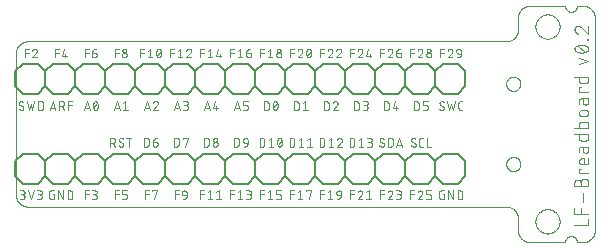
<source format=gto>
G04 EAGLE Gerber RS-274X export*
G75*
%MOMM*%
%FSLAX34Y34*%
%LPD*%
%INSilk top*%
%IPPOS*%
%AMOC8*
5,1,8,0,0,1.08239X$1,22.5*%
G01*
%ADD10C,0.000000*%
%ADD11C,0.076200*%
%ADD12C,0.101600*%
%ADD13C,0.152400*%


D10*
X10000Y170000D02*
X415000Y170000D01*
X415242Y170003D01*
X415483Y170012D01*
X415724Y170026D01*
X415965Y170047D01*
X416205Y170073D01*
X416445Y170105D01*
X416684Y170143D01*
X416921Y170186D01*
X417158Y170236D01*
X417393Y170291D01*
X417627Y170351D01*
X417859Y170418D01*
X418090Y170489D01*
X418319Y170567D01*
X418546Y170650D01*
X418771Y170738D01*
X418994Y170832D01*
X419214Y170931D01*
X419432Y171036D01*
X419647Y171145D01*
X419860Y171260D01*
X420070Y171380D01*
X420276Y171505D01*
X420480Y171635D01*
X420681Y171770D01*
X420878Y171910D01*
X421072Y172054D01*
X421262Y172203D01*
X421448Y172357D01*
X421631Y172515D01*
X421810Y172677D01*
X421985Y172844D01*
X422156Y173015D01*
X422323Y173190D01*
X422485Y173369D01*
X422643Y173552D01*
X422797Y173738D01*
X422946Y173928D01*
X423090Y174122D01*
X423230Y174319D01*
X423365Y174520D01*
X423495Y174724D01*
X423620Y174930D01*
X423740Y175140D01*
X423855Y175353D01*
X423964Y175568D01*
X424069Y175786D01*
X424168Y176006D01*
X424262Y176229D01*
X424350Y176454D01*
X424433Y176681D01*
X424511Y176910D01*
X424582Y177141D01*
X424649Y177373D01*
X424709Y177607D01*
X424764Y177842D01*
X424814Y178079D01*
X424857Y178316D01*
X424895Y178555D01*
X424927Y178795D01*
X424953Y179035D01*
X424974Y179276D01*
X424988Y179517D01*
X424997Y179758D01*
X425000Y180000D01*
X425000Y190000D01*
X10000Y170000D02*
X9758Y169997D01*
X9517Y169988D01*
X9276Y169974D01*
X9035Y169953D01*
X8795Y169927D01*
X8555Y169895D01*
X8316Y169857D01*
X8079Y169814D01*
X7842Y169764D01*
X7607Y169709D01*
X7373Y169649D01*
X7141Y169582D01*
X6910Y169511D01*
X6681Y169433D01*
X6454Y169350D01*
X6229Y169262D01*
X6006Y169168D01*
X5786Y169069D01*
X5568Y168964D01*
X5353Y168855D01*
X5140Y168740D01*
X4930Y168620D01*
X4724Y168495D01*
X4520Y168365D01*
X4319Y168230D01*
X4122Y168090D01*
X3928Y167946D01*
X3738Y167797D01*
X3552Y167643D01*
X3369Y167485D01*
X3190Y167323D01*
X3015Y167156D01*
X2844Y166985D01*
X2677Y166810D01*
X2515Y166631D01*
X2357Y166448D01*
X2203Y166262D01*
X2054Y166072D01*
X1910Y165878D01*
X1770Y165681D01*
X1635Y165480D01*
X1505Y165276D01*
X1380Y165070D01*
X1260Y164860D01*
X1145Y164647D01*
X1036Y164432D01*
X931Y164214D01*
X832Y163994D01*
X738Y163771D01*
X650Y163546D01*
X567Y163319D01*
X489Y163090D01*
X418Y162859D01*
X351Y162627D01*
X291Y162393D01*
X236Y162158D01*
X186Y161921D01*
X143Y161684D01*
X105Y161445D01*
X73Y161205D01*
X47Y160965D01*
X26Y160724D01*
X12Y160483D01*
X3Y160242D01*
X0Y160000D01*
X0Y40000D01*
X3Y39758D01*
X12Y39517D01*
X26Y39276D01*
X47Y39035D01*
X73Y38795D01*
X105Y38555D01*
X143Y38316D01*
X186Y38079D01*
X236Y37842D01*
X291Y37607D01*
X351Y37373D01*
X418Y37141D01*
X489Y36910D01*
X567Y36681D01*
X650Y36454D01*
X738Y36229D01*
X832Y36006D01*
X931Y35786D01*
X1036Y35568D01*
X1145Y35353D01*
X1260Y35140D01*
X1380Y34930D01*
X1505Y34724D01*
X1635Y34520D01*
X1770Y34319D01*
X1910Y34122D01*
X2054Y33928D01*
X2203Y33738D01*
X2357Y33552D01*
X2515Y33369D01*
X2677Y33190D01*
X2844Y33015D01*
X3015Y32844D01*
X3190Y32677D01*
X3369Y32515D01*
X3552Y32357D01*
X3738Y32203D01*
X3928Y32054D01*
X4122Y31910D01*
X4319Y31770D01*
X4520Y31635D01*
X4724Y31505D01*
X4930Y31380D01*
X5140Y31260D01*
X5353Y31145D01*
X5568Y31036D01*
X5786Y30931D01*
X6006Y30832D01*
X6229Y30738D01*
X6454Y30650D01*
X6681Y30567D01*
X6910Y30489D01*
X7141Y30418D01*
X7373Y30351D01*
X7607Y30291D01*
X7842Y30236D01*
X8079Y30186D01*
X8316Y30143D01*
X8555Y30105D01*
X8795Y30073D01*
X9035Y30047D01*
X9276Y30026D01*
X9517Y30012D01*
X9758Y30003D01*
X10000Y30000D01*
X425000Y20000D02*
X425000Y10000D01*
X425000Y20000D02*
X424997Y20242D01*
X424988Y20483D01*
X424974Y20724D01*
X424953Y20965D01*
X424927Y21205D01*
X424895Y21445D01*
X424857Y21684D01*
X424814Y21921D01*
X424764Y22158D01*
X424709Y22393D01*
X424649Y22627D01*
X424582Y22859D01*
X424511Y23090D01*
X424433Y23319D01*
X424350Y23546D01*
X424262Y23771D01*
X424168Y23994D01*
X424069Y24214D01*
X423964Y24432D01*
X423855Y24647D01*
X423740Y24860D01*
X423620Y25070D01*
X423495Y25276D01*
X423365Y25480D01*
X423230Y25681D01*
X423090Y25878D01*
X422946Y26072D01*
X422797Y26262D01*
X422643Y26448D01*
X422485Y26631D01*
X422323Y26810D01*
X422156Y26985D01*
X421985Y27156D01*
X421810Y27323D01*
X421631Y27485D01*
X421448Y27643D01*
X421262Y27797D01*
X421072Y27946D01*
X420878Y28090D01*
X420681Y28230D01*
X420480Y28365D01*
X420276Y28495D01*
X420070Y28620D01*
X419860Y28740D01*
X419647Y28855D01*
X419432Y28964D01*
X419214Y29069D01*
X418994Y29168D01*
X418771Y29262D01*
X418546Y29350D01*
X418319Y29433D01*
X418090Y29511D01*
X417859Y29582D01*
X417627Y29649D01*
X417393Y29709D01*
X417158Y29764D01*
X416921Y29814D01*
X416684Y29857D01*
X416445Y29895D01*
X416205Y29927D01*
X415965Y29953D01*
X415724Y29974D01*
X415483Y29988D01*
X415242Y29997D01*
X415000Y30000D01*
X10000Y30000D01*
D11*
X7440Y156317D02*
X7440Y163683D01*
X10714Y163683D01*
X10714Y160409D02*
X7440Y160409D01*
X15771Y163684D02*
X15856Y163682D01*
X15941Y163676D01*
X16025Y163666D01*
X16109Y163653D01*
X16193Y163635D01*
X16275Y163614D01*
X16356Y163589D01*
X16436Y163560D01*
X16515Y163527D01*
X16592Y163491D01*
X16667Y163451D01*
X16741Y163408D01*
X16812Y163362D01*
X16881Y163312D01*
X16948Y163259D01*
X17012Y163203D01*
X17073Y163144D01*
X17132Y163083D01*
X17188Y163019D01*
X17241Y162952D01*
X17291Y162883D01*
X17337Y162812D01*
X17380Y162738D01*
X17420Y162663D01*
X17456Y162586D01*
X17489Y162507D01*
X17518Y162427D01*
X17543Y162346D01*
X17564Y162264D01*
X17582Y162180D01*
X17595Y162096D01*
X17605Y162012D01*
X17611Y161927D01*
X17613Y161842D01*
X15771Y163683D02*
X15675Y163681D01*
X15579Y163675D01*
X15484Y163665D01*
X15389Y163652D01*
X15294Y163634D01*
X15201Y163613D01*
X15108Y163588D01*
X15017Y163559D01*
X14926Y163527D01*
X14837Y163491D01*
X14750Y163451D01*
X14664Y163408D01*
X14580Y163362D01*
X14498Y163312D01*
X14418Y163258D01*
X14341Y163202D01*
X14266Y163142D01*
X14193Y163080D01*
X14123Y163014D01*
X14055Y162946D01*
X13990Y162875D01*
X13929Y162802D01*
X13870Y162726D01*
X13814Y162647D01*
X13762Y162567D01*
X13713Y162484D01*
X13667Y162400D01*
X13625Y162314D01*
X13587Y162226D01*
X13552Y162137D01*
X13520Y162046D01*
X16998Y160410D02*
X17058Y160469D01*
X17115Y160531D01*
X17170Y160595D01*
X17221Y160662D01*
X17270Y160731D01*
X17316Y160801D01*
X17359Y160874D01*
X17399Y160948D01*
X17435Y161024D01*
X17468Y161102D01*
X17498Y161181D01*
X17525Y161261D01*
X17548Y161342D01*
X17567Y161424D01*
X17583Y161506D01*
X17596Y161590D01*
X17605Y161674D01*
X17610Y161758D01*
X17612Y161842D01*
X16998Y160409D02*
X13520Y156317D01*
X17612Y156317D01*
X32840Y156317D02*
X32840Y163683D01*
X36114Y163683D01*
X36114Y160409D02*
X32840Y160409D01*
X38920Y157954D02*
X40557Y163683D01*
X38920Y157954D02*
X43012Y157954D01*
X41785Y159591D02*
X41785Y156317D01*
X58240Y156317D02*
X58240Y163683D01*
X61514Y163683D01*
X61514Y160409D02*
X58240Y160409D01*
X64320Y160409D02*
X66775Y160409D01*
X66853Y160407D01*
X66931Y160402D01*
X67008Y160392D01*
X67085Y160379D01*
X67161Y160363D01*
X67236Y160343D01*
X67310Y160319D01*
X67383Y160292D01*
X67455Y160261D01*
X67525Y160227D01*
X67594Y160190D01*
X67660Y160149D01*
X67725Y160105D01*
X67787Y160059D01*
X67847Y160009D01*
X67905Y159957D01*
X67960Y159902D01*
X68012Y159844D01*
X68062Y159784D01*
X68108Y159722D01*
X68152Y159657D01*
X68193Y159591D01*
X68230Y159522D01*
X68264Y159452D01*
X68295Y159380D01*
X68322Y159307D01*
X68346Y159233D01*
X68366Y159158D01*
X68382Y159082D01*
X68395Y159005D01*
X68405Y158928D01*
X68410Y158850D01*
X68412Y158772D01*
X68412Y158363D01*
X68410Y158274D01*
X68404Y158185D01*
X68394Y158096D01*
X68381Y158008D01*
X68364Y157920D01*
X68342Y157833D01*
X68317Y157748D01*
X68289Y157663D01*
X68256Y157580D01*
X68220Y157498D01*
X68181Y157418D01*
X68138Y157340D01*
X68092Y157264D01*
X68042Y157189D01*
X67989Y157117D01*
X67933Y157048D01*
X67874Y156981D01*
X67813Y156916D01*
X67748Y156855D01*
X67681Y156796D01*
X67612Y156740D01*
X67540Y156687D01*
X67465Y156637D01*
X67389Y156591D01*
X67311Y156548D01*
X67231Y156509D01*
X67149Y156473D01*
X67066Y156440D01*
X66981Y156412D01*
X66896Y156387D01*
X66809Y156365D01*
X66721Y156348D01*
X66633Y156335D01*
X66544Y156325D01*
X66455Y156319D01*
X66366Y156317D01*
X66277Y156319D01*
X66188Y156325D01*
X66099Y156335D01*
X66011Y156348D01*
X65923Y156365D01*
X65836Y156387D01*
X65751Y156412D01*
X65666Y156440D01*
X65583Y156473D01*
X65501Y156509D01*
X65421Y156548D01*
X65343Y156591D01*
X65267Y156637D01*
X65192Y156687D01*
X65120Y156740D01*
X65051Y156796D01*
X64984Y156855D01*
X64919Y156916D01*
X64858Y156981D01*
X64799Y157048D01*
X64743Y157117D01*
X64690Y157189D01*
X64640Y157264D01*
X64594Y157340D01*
X64551Y157418D01*
X64512Y157498D01*
X64476Y157580D01*
X64443Y157663D01*
X64415Y157748D01*
X64390Y157833D01*
X64368Y157920D01*
X64351Y158008D01*
X64338Y158096D01*
X64328Y158185D01*
X64322Y158274D01*
X64320Y158363D01*
X64320Y160409D01*
X64322Y160523D01*
X64328Y160637D01*
X64338Y160751D01*
X64352Y160865D01*
X64370Y160978D01*
X64392Y161090D01*
X64417Y161201D01*
X64447Y161311D01*
X64480Y161421D01*
X64517Y161529D01*
X64558Y161635D01*
X64603Y161741D01*
X64651Y161844D01*
X64703Y161946D01*
X64759Y162046D01*
X64817Y162144D01*
X64880Y162240D01*
X64945Y162333D01*
X65014Y162425D01*
X65086Y162513D01*
X65161Y162600D01*
X65239Y162683D01*
X65320Y162764D01*
X65403Y162842D01*
X65490Y162917D01*
X65578Y162989D01*
X65670Y163058D01*
X65763Y163123D01*
X65859Y163185D01*
X65957Y163244D01*
X66057Y163300D01*
X66159Y163352D01*
X66262Y163400D01*
X66368Y163445D01*
X66474Y163486D01*
X66582Y163523D01*
X66692Y163556D01*
X66802Y163586D01*
X66913Y163611D01*
X67025Y163633D01*
X67138Y163651D01*
X67252Y163665D01*
X67366Y163675D01*
X67480Y163681D01*
X67594Y163683D01*
X83640Y163683D02*
X83640Y156317D01*
X83640Y163683D02*
X86914Y163683D01*
X86914Y160409D02*
X83640Y160409D01*
X89720Y158363D02*
X89722Y158452D01*
X89728Y158541D01*
X89738Y158630D01*
X89751Y158718D01*
X89768Y158806D01*
X89790Y158893D01*
X89815Y158978D01*
X89843Y159063D01*
X89876Y159146D01*
X89912Y159228D01*
X89951Y159308D01*
X89994Y159386D01*
X90040Y159462D01*
X90090Y159537D01*
X90143Y159609D01*
X90199Y159678D01*
X90258Y159745D01*
X90319Y159810D01*
X90384Y159871D01*
X90451Y159930D01*
X90520Y159986D01*
X90592Y160039D01*
X90667Y160089D01*
X90743Y160135D01*
X90821Y160178D01*
X90901Y160217D01*
X90983Y160253D01*
X91066Y160286D01*
X91151Y160314D01*
X91236Y160339D01*
X91323Y160361D01*
X91411Y160378D01*
X91499Y160391D01*
X91588Y160401D01*
X91677Y160407D01*
X91766Y160409D01*
X91855Y160407D01*
X91944Y160401D01*
X92033Y160391D01*
X92121Y160378D01*
X92209Y160361D01*
X92296Y160339D01*
X92381Y160314D01*
X92466Y160286D01*
X92549Y160253D01*
X92631Y160217D01*
X92711Y160178D01*
X92789Y160135D01*
X92865Y160089D01*
X92940Y160039D01*
X93012Y159986D01*
X93081Y159930D01*
X93148Y159871D01*
X93213Y159810D01*
X93274Y159745D01*
X93333Y159678D01*
X93389Y159609D01*
X93442Y159537D01*
X93492Y159462D01*
X93538Y159386D01*
X93581Y159308D01*
X93620Y159228D01*
X93656Y159146D01*
X93689Y159063D01*
X93717Y158978D01*
X93742Y158893D01*
X93764Y158806D01*
X93781Y158718D01*
X93794Y158630D01*
X93804Y158541D01*
X93810Y158452D01*
X93812Y158363D01*
X93810Y158274D01*
X93804Y158185D01*
X93794Y158096D01*
X93781Y158008D01*
X93764Y157920D01*
X93742Y157833D01*
X93717Y157748D01*
X93689Y157663D01*
X93656Y157580D01*
X93620Y157498D01*
X93581Y157418D01*
X93538Y157340D01*
X93492Y157264D01*
X93442Y157189D01*
X93389Y157117D01*
X93333Y157048D01*
X93274Y156981D01*
X93213Y156916D01*
X93148Y156855D01*
X93081Y156796D01*
X93012Y156740D01*
X92940Y156687D01*
X92865Y156637D01*
X92789Y156591D01*
X92711Y156548D01*
X92631Y156509D01*
X92549Y156473D01*
X92466Y156440D01*
X92381Y156412D01*
X92296Y156387D01*
X92209Y156365D01*
X92121Y156348D01*
X92033Y156335D01*
X91944Y156325D01*
X91855Y156319D01*
X91766Y156317D01*
X91677Y156319D01*
X91588Y156325D01*
X91499Y156335D01*
X91411Y156348D01*
X91323Y156365D01*
X91236Y156387D01*
X91151Y156412D01*
X91066Y156440D01*
X90983Y156473D01*
X90901Y156509D01*
X90821Y156548D01*
X90743Y156591D01*
X90667Y156637D01*
X90592Y156687D01*
X90520Y156740D01*
X90451Y156796D01*
X90384Y156855D01*
X90319Y156916D01*
X90258Y156981D01*
X90199Y157048D01*
X90143Y157117D01*
X90090Y157189D01*
X90040Y157264D01*
X89994Y157340D01*
X89951Y157418D01*
X89912Y157498D01*
X89876Y157580D01*
X89843Y157663D01*
X89815Y157748D01*
X89790Y157833D01*
X89768Y157920D01*
X89751Y158008D01*
X89738Y158096D01*
X89728Y158185D01*
X89722Y158274D01*
X89720Y158363D01*
X90129Y162046D02*
X90131Y162125D01*
X90137Y162204D01*
X90146Y162283D01*
X90159Y162361D01*
X90177Y162438D01*
X90197Y162514D01*
X90222Y162589D01*
X90250Y162663D01*
X90281Y162736D01*
X90317Y162807D01*
X90355Y162876D01*
X90397Y162943D01*
X90442Y163008D01*
X90490Y163071D01*
X90541Y163132D01*
X90595Y163189D01*
X90651Y163245D01*
X90710Y163297D01*
X90772Y163347D01*
X90836Y163393D01*
X90902Y163437D01*
X90970Y163477D01*
X91040Y163513D01*
X91112Y163547D01*
X91186Y163577D01*
X91260Y163603D01*
X91336Y163626D01*
X91413Y163644D01*
X91490Y163660D01*
X91569Y163671D01*
X91647Y163679D01*
X91726Y163683D01*
X91806Y163683D01*
X91885Y163679D01*
X91963Y163671D01*
X92042Y163660D01*
X92119Y163644D01*
X92196Y163626D01*
X92272Y163603D01*
X92346Y163577D01*
X92420Y163547D01*
X92492Y163513D01*
X92562Y163477D01*
X92630Y163437D01*
X92696Y163393D01*
X92760Y163347D01*
X92822Y163297D01*
X92881Y163245D01*
X92937Y163189D01*
X92991Y163132D01*
X93042Y163071D01*
X93090Y163008D01*
X93135Y162943D01*
X93177Y162876D01*
X93215Y162807D01*
X93251Y162736D01*
X93282Y162663D01*
X93310Y162589D01*
X93335Y162514D01*
X93355Y162438D01*
X93373Y162361D01*
X93386Y162283D01*
X93395Y162204D01*
X93401Y162125D01*
X93403Y162046D01*
X93401Y161967D01*
X93395Y161888D01*
X93386Y161809D01*
X93373Y161731D01*
X93355Y161654D01*
X93335Y161578D01*
X93310Y161503D01*
X93282Y161429D01*
X93251Y161356D01*
X93215Y161285D01*
X93177Y161216D01*
X93135Y161149D01*
X93090Y161084D01*
X93042Y161021D01*
X92991Y160960D01*
X92937Y160903D01*
X92881Y160847D01*
X92822Y160795D01*
X92760Y160745D01*
X92696Y160699D01*
X92630Y160655D01*
X92562Y160615D01*
X92492Y160579D01*
X92420Y160545D01*
X92346Y160515D01*
X92272Y160489D01*
X92196Y160466D01*
X92119Y160448D01*
X92042Y160432D01*
X91963Y160421D01*
X91885Y160413D01*
X91806Y160409D01*
X91726Y160409D01*
X91647Y160413D01*
X91569Y160421D01*
X91490Y160432D01*
X91413Y160448D01*
X91336Y160466D01*
X91260Y160489D01*
X91186Y160515D01*
X91112Y160545D01*
X91040Y160579D01*
X90970Y160615D01*
X90902Y160655D01*
X90836Y160699D01*
X90772Y160745D01*
X90710Y160795D01*
X90651Y160847D01*
X90595Y160903D01*
X90541Y160960D01*
X90490Y161021D01*
X90442Y161084D01*
X90397Y161149D01*
X90355Y161216D01*
X90317Y161285D01*
X90281Y161356D01*
X90250Y161429D01*
X90222Y161503D01*
X90197Y161578D01*
X90177Y161654D01*
X90159Y161731D01*
X90146Y161809D01*
X90137Y161888D01*
X90131Y161967D01*
X90129Y162046D01*
X105382Y163683D02*
X105382Y156317D01*
X105382Y163683D02*
X108656Y163683D01*
X108656Y160409D02*
X105382Y160409D01*
X111462Y162046D02*
X113509Y163683D01*
X113509Y156317D01*
X115555Y156317D02*
X111462Y156317D01*
X118778Y160000D02*
X118780Y160153D01*
X118786Y160306D01*
X118795Y160458D01*
X118809Y160611D01*
X118826Y160763D01*
X118847Y160914D01*
X118872Y161065D01*
X118901Y161215D01*
X118933Y161365D01*
X118970Y161513D01*
X119010Y161661D01*
X119053Y161808D01*
X119101Y161953D01*
X119152Y162097D01*
X119206Y162240D01*
X119265Y162382D01*
X119326Y162521D01*
X119392Y162660D01*
X119418Y162730D01*
X119448Y162800D01*
X119481Y162867D01*
X119517Y162933D01*
X119556Y162997D01*
X119599Y163059D01*
X119645Y163118D01*
X119693Y163176D01*
X119744Y163230D01*
X119798Y163283D01*
X119855Y163332D01*
X119914Y163379D01*
X119975Y163422D01*
X120038Y163463D01*
X120103Y163500D01*
X120170Y163535D01*
X120239Y163565D01*
X120309Y163593D01*
X120380Y163616D01*
X120452Y163637D01*
X120525Y163653D01*
X120599Y163666D01*
X120674Y163676D01*
X120749Y163681D01*
X120824Y163683D01*
X120899Y163681D01*
X120974Y163676D01*
X121049Y163666D01*
X121123Y163653D01*
X121196Y163637D01*
X121268Y163616D01*
X121339Y163593D01*
X121409Y163565D01*
X121478Y163535D01*
X121545Y163500D01*
X121610Y163463D01*
X121673Y163422D01*
X121734Y163379D01*
X121793Y163332D01*
X121850Y163283D01*
X121904Y163230D01*
X121955Y163176D01*
X122004Y163118D01*
X122049Y163059D01*
X122092Y162997D01*
X122131Y162933D01*
X122168Y162867D01*
X122200Y162799D01*
X122230Y162730D01*
X122256Y162660D01*
X122321Y162522D01*
X122383Y162382D01*
X122441Y162240D01*
X122496Y162097D01*
X122547Y161953D01*
X122595Y161808D01*
X122638Y161661D01*
X122678Y161514D01*
X122715Y161365D01*
X122747Y161215D01*
X122776Y161065D01*
X122801Y160914D01*
X122822Y160763D01*
X122839Y160611D01*
X122853Y160458D01*
X122862Y160306D01*
X122868Y160153D01*
X122870Y160000D01*
X118777Y160000D02*
X118779Y159847D01*
X118785Y159694D01*
X118794Y159541D01*
X118808Y159389D01*
X118825Y159237D01*
X118846Y159086D01*
X118871Y158935D01*
X118900Y158784D01*
X118932Y158635D01*
X118969Y158486D01*
X119009Y158339D01*
X119052Y158192D01*
X119100Y158047D01*
X119151Y157902D01*
X119206Y157760D01*
X119264Y157618D01*
X119326Y157478D01*
X119391Y157340D01*
X119392Y157340D02*
X119418Y157269D01*
X119448Y157200D01*
X119481Y157133D01*
X119517Y157067D01*
X119556Y157003D01*
X119599Y156941D01*
X119645Y156882D01*
X119693Y156824D01*
X119744Y156770D01*
X119798Y156717D01*
X119855Y156668D01*
X119914Y156621D01*
X119975Y156578D01*
X120038Y156537D01*
X120103Y156500D01*
X120170Y156465D01*
X120239Y156435D01*
X120309Y156407D01*
X120380Y156384D01*
X120452Y156363D01*
X120525Y156347D01*
X120599Y156334D01*
X120674Y156324D01*
X120749Y156319D01*
X120824Y156317D01*
X122256Y157340D02*
X122321Y157478D01*
X122383Y157618D01*
X122441Y157760D01*
X122496Y157903D01*
X122547Y158047D01*
X122595Y158192D01*
X122638Y158339D01*
X122678Y158487D01*
X122715Y158635D01*
X122747Y158785D01*
X122776Y158935D01*
X122801Y159086D01*
X122822Y159237D01*
X122839Y159389D01*
X122853Y159542D01*
X122862Y159694D01*
X122868Y159847D01*
X122870Y160000D01*
X122256Y157340D02*
X122230Y157270D01*
X122200Y157200D01*
X122168Y157133D01*
X122131Y157067D01*
X122092Y157003D01*
X122049Y156941D01*
X122003Y156882D01*
X121955Y156824D01*
X121904Y156770D01*
X121850Y156717D01*
X121793Y156668D01*
X121734Y156621D01*
X121673Y156578D01*
X121610Y156537D01*
X121545Y156500D01*
X121478Y156465D01*
X121409Y156435D01*
X121339Y156407D01*
X121268Y156384D01*
X121196Y156363D01*
X121123Y156347D01*
X121049Y156334D01*
X120974Y156324D01*
X120899Y156319D01*
X120824Y156317D01*
X119187Y157954D02*
X122461Y162046D01*
X130782Y163683D02*
X130782Y156317D01*
X130782Y163683D02*
X134056Y163683D01*
X134056Y160409D02*
X130782Y160409D01*
X136862Y162046D02*
X138909Y163683D01*
X138909Y156317D01*
X140955Y156317D02*
X136862Y156317D01*
X146428Y163684D02*
X146513Y163682D01*
X146598Y163676D01*
X146682Y163666D01*
X146766Y163653D01*
X146850Y163635D01*
X146932Y163614D01*
X147013Y163589D01*
X147093Y163560D01*
X147172Y163527D01*
X147249Y163491D01*
X147324Y163451D01*
X147398Y163408D01*
X147469Y163362D01*
X147538Y163312D01*
X147605Y163259D01*
X147669Y163203D01*
X147730Y163144D01*
X147789Y163083D01*
X147845Y163019D01*
X147898Y162952D01*
X147948Y162883D01*
X147994Y162812D01*
X148037Y162738D01*
X148077Y162663D01*
X148113Y162586D01*
X148146Y162507D01*
X148175Y162427D01*
X148200Y162346D01*
X148221Y162264D01*
X148239Y162180D01*
X148252Y162096D01*
X148262Y162012D01*
X148268Y161927D01*
X148270Y161842D01*
X146428Y163683D02*
X146332Y163681D01*
X146236Y163675D01*
X146141Y163665D01*
X146046Y163652D01*
X145951Y163634D01*
X145858Y163613D01*
X145765Y163588D01*
X145674Y163559D01*
X145583Y163527D01*
X145494Y163491D01*
X145407Y163451D01*
X145321Y163408D01*
X145237Y163362D01*
X145155Y163312D01*
X145075Y163258D01*
X144998Y163202D01*
X144923Y163142D01*
X144850Y163080D01*
X144780Y163014D01*
X144712Y162946D01*
X144647Y162875D01*
X144586Y162802D01*
X144527Y162726D01*
X144471Y162647D01*
X144419Y162567D01*
X144370Y162484D01*
X144324Y162400D01*
X144282Y162314D01*
X144244Y162226D01*
X144209Y162137D01*
X144177Y162046D01*
X147656Y160410D02*
X147716Y160469D01*
X147773Y160531D01*
X147828Y160595D01*
X147879Y160662D01*
X147928Y160731D01*
X147974Y160801D01*
X148017Y160874D01*
X148057Y160948D01*
X148093Y161024D01*
X148126Y161102D01*
X148156Y161181D01*
X148183Y161261D01*
X148206Y161342D01*
X148225Y161424D01*
X148241Y161506D01*
X148254Y161590D01*
X148263Y161674D01*
X148268Y161758D01*
X148270Y161842D01*
X147656Y160409D02*
X144178Y156317D01*
X148270Y156317D01*
X156182Y156317D02*
X156182Y163683D01*
X159456Y163683D01*
X159456Y160409D02*
X156182Y160409D01*
X162262Y162046D02*
X164309Y163683D01*
X164309Y156317D01*
X166355Y156317D02*
X162262Y156317D01*
X169578Y157954D02*
X171215Y163683D01*
X169578Y157954D02*
X173670Y157954D01*
X172442Y159591D02*
X172442Y156317D01*
X181582Y156317D02*
X181582Y163683D01*
X184856Y163683D01*
X184856Y160409D02*
X181582Y160409D01*
X187662Y162046D02*
X189709Y163683D01*
X189709Y156317D01*
X191755Y156317D02*
X187662Y156317D01*
X194978Y160409D02*
X197433Y160409D01*
X197511Y160407D01*
X197589Y160402D01*
X197666Y160392D01*
X197743Y160379D01*
X197819Y160363D01*
X197894Y160343D01*
X197968Y160319D01*
X198041Y160292D01*
X198113Y160261D01*
X198183Y160227D01*
X198252Y160190D01*
X198318Y160149D01*
X198383Y160105D01*
X198445Y160059D01*
X198505Y160009D01*
X198563Y159957D01*
X198618Y159902D01*
X198670Y159844D01*
X198720Y159784D01*
X198766Y159722D01*
X198810Y159657D01*
X198851Y159591D01*
X198888Y159522D01*
X198922Y159452D01*
X198953Y159380D01*
X198980Y159307D01*
X199004Y159233D01*
X199024Y159158D01*
X199040Y159082D01*
X199053Y159005D01*
X199063Y158928D01*
X199068Y158850D01*
X199070Y158772D01*
X199070Y158363D01*
X199068Y158274D01*
X199062Y158185D01*
X199052Y158096D01*
X199039Y158008D01*
X199022Y157920D01*
X199000Y157833D01*
X198975Y157748D01*
X198947Y157663D01*
X198914Y157580D01*
X198878Y157498D01*
X198839Y157418D01*
X198796Y157340D01*
X198750Y157264D01*
X198700Y157189D01*
X198647Y157117D01*
X198591Y157048D01*
X198532Y156981D01*
X198471Y156916D01*
X198406Y156855D01*
X198339Y156796D01*
X198270Y156740D01*
X198198Y156687D01*
X198123Y156637D01*
X198047Y156591D01*
X197969Y156548D01*
X197889Y156509D01*
X197807Y156473D01*
X197724Y156440D01*
X197639Y156412D01*
X197554Y156387D01*
X197467Y156365D01*
X197379Y156348D01*
X197291Y156335D01*
X197202Y156325D01*
X197113Y156319D01*
X197024Y156317D01*
X196935Y156319D01*
X196846Y156325D01*
X196757Y156335D01*
X196669Y156348D01*
X196581Y156365D01*
X196494Y156387D01*
X196409Y156412D01*
X196324Y156440D01*
X196241Y156473D01*
X196159Y156509D01*
X196079Y156548D01*
X196001Y156591D01*
X195925Y156637D01*
X195850Y156687D01*
X195778Y156740D01*
X195709Y156796D01*
X195642Y156855D01*
X195577Y156916D01*
X195516Y156981D01*
X195457Y157048D01*
X195401Y157117D01*
X195348Y157189D01*
X195298Y157264D01*
X195252Y157340D01*
X195209Y157418D01*
X195170Y157498D01*
X195134Y157580D01*
X195101Y157663D01*
X195073Y157748D01*
X195048Y157833D01*
X195026Y157920D01*
X195009Y158008D01*
X194996Y158096D01*
X194986Y158185D01*
X194980Y158274D01*
X194978Y158363D01*
X194978Y160409D01*
X194977Y160409D02*
X194979Y160523D01*
X194985Y160637D01*
X194995Y160751D01*
X195009Y160865D01*
X195027Y160978D01*
X195049Y161090D01*
X195074Y161201D01*
X195104Y161311D01*
X195137Y161421D01*
X195174Y161529D01*
X195215Y161635D01*
X195260Y161741D01*
X195308Y161844D01*
X195360Y161946D01*
X195416Y162046D01*
X195474Y162144D01*
X195537Y162240D01*
X195602Y162333D01*
X195671Y162425D01*
X195743Y162513D01*
X195818Y162600D01*
X195896Y162683D01*
X195977Y162764D01*
X196060Y162842D01*
X196147Y162917D01*
X196235Y162989D01*
X196327Y163058D01*
X196420Y163123D01*
X196516Y163185D01*
X196614Y163244D01*
X196714Y163300D01*
X196816Y163352D01*
X196919Y163400D01*
X197025Y163445D01*
X197131Y163486D01*
X197239Y163523D01*
X197349Y163556D01*
X197459Y163586D01*
X197570Y163611D01*
X197682Y163633D01*
X197795Y163651D01*
X197909Y163665D01*
X198023Y163675D01*
X198137Y163681D01*
X198251Y163683D01*
X206982Y163683D02*
X206982Y156317D01*
X206982Y163683D02*
X210256Y163683D01*
X210256Y160409D02*
X206982Y160409D01*
X213062Y162046D02*
X215109Y163683D01*
X215109Y156317D01*
X217155Y156317D02*
X213062Y156317D01*
X220378Y158363D02*
X220380Y158452D01*
X220386Y158541D01*
X220396Y158630D01*
X220409Y158718D01*
X220426Y158806D01*
X220448Y158893D01*
X220473Y158978D01*
X220501Y159063D01*
X220534Y159146D01*
X220570Y159228D01*
X220609Y159308D01*
X220652Y159386D01*
X220698Y159462D01*
X220748Y159537D01*
X220801Y159609D01*
X220857Y159678D01*
X220916Y159745D01*
X220977Y159810D01*
X221042Y159871D01*
X221109Y159930D01*
X221178Y159986D01*
X221250Y160039D01*
X221325Y160089D01*
X221401Y160135D01*
X221479Y160178D01*
X221559Y160217D01*
X221641Y160253D01*
X221724Y160286D01*
X221809Y160314D01*
X221894Y160339D01*
X221981Y160361D01*
X222069Y160378D01*
X222157Y160391D01*
X222246Y160401D01*
X222335Y160407D01*
X222424Y160409D01*
X222513Y160407D01*
X222602Y160401D01*
X222691Y160391D01*
X222779Y160378D01*
X222867Y160361D01*
X222954Y160339D01*
X223039Y160314D01*
X223124Y160286D01*
X223207Y160253D01*
X223289Y160217D01*
X223369Y160178D01*
X223447Y160135D01*
X223523Y160089D01*
X223598Y160039D01*
X223670Y159986D01*
X223739Y159930D01*
X223806Y159871D01*
X223871Y159810D01*
X223932Y159745D01*
X223991Y159678D01*
X224047Y159609D01*
X224100Y159537D01*
X224150Y159462D01*
X224196Y159386D01*
X224239Y159308D01*
X224278Y159228D01*
X224314Y159146D01*
X224347Y159063D01*
X224375Y158978D01*
X224400Y158893D01*
X224422Y158806D01*
X224439Y158718D01*
X224452Y158630D01*
X224462Y158541D01*
X224468Y158452D01*
X224470Y158363D01*
X224468Y158274D01*
X224462Y158185D01*
X224452Y158096D01*
X224439Y158008D01*
X224422Y157920D01*
X224400Y157833D01*
X224375Y157748D01*
X224347Y157663D01*
X224314Y157580D01*
X224278Y157498D01*
X224239Y157418D01*
X224196Y157340D01*
X224150Y157264D01*
X224100Y157189D01*
X224047Y157117D01*
X223991Y157048D01*
X223932Y156981D01*
X223871Y156916D01*
X223806Y156855D01*
X223739Y156796D01*
X223670Y156740D01*
X223598Y156687D01*
X223523Y156637D01*
X223447Y156591D01*
X223369Y156548D01*
X223289Y156509D01*
X223207Y156473D01*
X223124Y156440D01*
X223039Y156412D01*
X222954Y156387D01*
X222867Y156365D01*
X222779Y156348D01*
X222691Y156335D01*
X222602Y156325D01*
X222513Y156319D01*
X222424Y156317D01*
X222335Y156319D01*
X222246Y156325D01*
X222157Y156335D01*
X222069Y156348D01*
X221981Y156365D01*
X221894Y156387D01*
X221809Y156412D01*
X221724Y156440D01*
X221641Y156473D01*
X221559Y156509D01*
X221479Y156548D01*
X221401Y156591D01*
X221325Y156637D01*
X221250Y156687D01*
X221178Y156740D01*
X221109Y156796D01*
X221042Y156855D01*
X220977Y156916D01*
X220916Y156981D01*
X220857Y157048D01*
X220801Y157117D01*
X220748Y157189D01*
X220698Y157264D01*
X220652Y157340D01*
X220609Y157418D01*
X220570Y157498D01*
X220534Y157580D01*
X220501Y157663D01*
X220473Y157748D01*
X220448Y157833D01*
X220426Y157920D01*
X220409Y158008D01*
X220396Y158096D01*
X220386Y158185D01*
X220380Y158274D01*
X220378Y158363D01*
X220787Y162046D02*
X220789Y162125D01*
X220795Y162204D01*
X220804Y162283D01*
X220817Y162361D01*
X220835Y162438D01*
X220855Y162514D01*
X220880Y162589D01*
X220908Y162663D01*
X220939Y162736D01*
X220975Y162807D01*
X221013Y162876D01*
X221055Y162943D01*
X221100Y163008D01*
X221148Y163071D01*
X221199Y163132D01*
X221253Y163189D01*
X221309Y163245D01*
X221368Y163297D01*
X221430Y163347D01*
X221494Y163393D01*
X221560Y163437D01*
X221628Y163477D01*
X221698Y163513D01*
X221770Y163547D01*
X221844Y163577D01*
X221918Y163603D01*
X221994Y163626D01*
X222071Y163644D01*
X222148Y163660D01*
X222227Y163671D01*
X222305Y163679D01*
X222384Y163683D01*
X222464Y163683D01*
X222543Y163679D01*
X222621Y163671D01*
X222700Y163660D01*
X222777Y163644D01*
X222854Y163626D01*
X222930Y163603D01*
X223004Y163577D01*
X223078Y163547D01*
X223150Y163513D01*
X223220Y163477D01*
X223288Y163437D01*
X223354Y163393D01*
X223418Y163347D01*
X223480Y163297D01*
X223539Y163245D01*
X223595Y163189D01*
X223649Y163132D01*
X223700Y163071D01*
X223748Y163008D01*
X223793Y162943D01*
X223835Y162876D01*
X223873Y162807D01*
X223909Y162736D01*
X223940Y162663D01*
X223968Y162589D01*
X223993Y162514D01*
X224013Y162438D01*
X224031Y162361D01*
X224044Y162283D01*
X224053Y162204D01*
X224059Y162125D01*
X224061Y162046D01*
X224059Y161967D01*
X224053Y161888D01*
X224044Y161809D01*
X224031Y161731D01*
X224013Y161654D01*
X223993Y161578D01*
X223968Y161503D01*
X223940Y161429D01*
X223909Y161356D01*
X223873Y161285D01*
X223835Y161216D01*
X223793Y161149D01*
X223748Y161084D01*
X223700Y161021D01*
X223649Y160960D01*
X223595Y160903D01*
X223539Y160847D01*
X223480Y160795D01*
X223418Y160745D01*
X223354Y160699D01*
X223288Y160655D01*
X223220Y160615D01*
X223150Y160579D01*
X223078Y160545D01*
X223004Y160515D01*
X222930Y160489D01*
X222854Y160466D01*
X222777Y160448D01*
X222700Y160432D01*
X222621Y160421D01*
X222543Y160413D01*
X222464Y160409D01*
X222384Y160409D01*
X222305Y160413D01*
X222227Y160421D01*
X222148Y160432D01*
X222071Y160448D01*
X221994Y160466D01*
X221918Y160489D01*
X221844Y160515D01*
X221770Y160545D01*
X221698Y160579D01*
X221628Y160615D01*
X221560Y160655D01*
X221494Y160699D01*
X221430Y160745D01*
X221368Y160795D01*
X221309Y160847D01*
X221253Y160903D01*
X221199Y160960D01*
X221148Y161021D01*
X221100Y161084D01*
X221055Y161149D01*
X221013Y161216D01*
X220975Y161285D01*
X220939Y161356D01*
X220908Y161429D01*
X220880Y161503D01*
X220855Y161578D01*
X220835Y161654D01*
X220817Y161731D01*
X220804Y161809D01*
X220795Y161888D01*
X220789Y161967D01*
X220787Y162046D01*
X232382Y163683D02*
X232382Y156317D01*
X232382Y163683D02*
X235656Y163683D01*
X235656Y160409D02*
X232382Y160409D01*
X240713Y163684D02*
X240798Y163682D01*
X240883Y163676D01*
X240967Y163666D01*
X241051Y163653D01*
X241135Y163635D01*
X241217Y163614D01*
X241298Y163589D01*
X241378Y163560D01*
X241457Y163527D01*
X241534Y163491D01*
X241609Y163451D01*
X241683Y163408D01*
X241754Y163362D01*
X241823Y163312D01*
X241890Y163259D01*
X241954Y163203D01*
X242015Y163144D01*
X242074Y163083D01*
X242130Y163019D01*
X242183Y162952D01*
X242233Y162883D01*
X242279Y162812D01*
X242322Y162738D01*
X242362Y162663D01*
X242398Y162586D01*
X242431Y162507D01*
X242460Y162427D01*
X242485Y162346D01*
X242506Y162264D01*
X242524Y162180D01*
X242537Y162096D01*
X242547Y162012D01*
X242553Y161927D01*
X242555Y161842D01*
X240713Y163683D02*
X240617Y163681D01*
X240521Y163675D01*
X240426Y163665D01*
X240331Y163652D01*
X240236Y163634D01*
X240143Y163613D01*
X240050Y163588D01*
X239959Y163559D01*
X239868Y163527D01*
X239779Y163491D01*
X239692Y163451D01*
X239606Y163408D01*
X239522Y163362D01*
X239440Y163312D01*
X239360Y163258D01*
X239283Y163202D01*
X239208Y163142D01*
X239135Y163080D01*
X239065Y163014D01*
X238997Y162946D01*
X238932Y162875D01*
X238871Y162802D01*
X238812Y162726D01*
X238756Y162647D01*
X238704Y162567D01*
X238655Y162484D01*
X238609Y162400D01*
X238567Y162314D01*
X238529Y162226D01*
X238494Y162137D01*
X238462Y162046D01*
X241941Y160410D02*
X242001Y160469D01*
X242058Y160531D01*
X242113Y160595D01*
X242164Y160662D01*
X242213Y160731D01*
X242259Y160801D01*
X242302Y160874D01*
X242342Y160948D01*
X242378Y161024D01*
X242411Y161102D01*
X242441Y161181D01*
X242468Y161261D01*
X242491Y161342D01*
X242510Y161424D01*
X242526Y161506D01*
X242539Y161590D01*
X242548Y161674D01*
X242553Y161758D01*
X242555Y161842D01*
X241941Y160409D02*
X238462Y156317D01*
X242555Y156317D01*
X245778Y160000D02*
X245780Y160153D01*
X245786Y160306D01*
X245795Y160458D01*
X245809Y160611D01*
X245826Y160763D01*
X245847Y160914D01*
X245872Y161065D01*
X245901Y161215D01*
X245933Y161365D01*
X245970Y161513D01*
X246010Y161661D01*
X246053Y161808D01*
X246101Y161953D01*
X246152Y162097D01*
X246206Y162240D01*
X246265Y162382D01*
X246326Y162521D01*
X246392Y162660D01*
X246418Y162730D01*
X246448Y162800D01*
X246481Y162867D01*
X246517Y162933D01*
X246556Y162997D01*
X246599Y163059D01*
X246645Y163118D01*
X246693Y163176D01*
X246744Y163230D01*
X246798Y163283D01*
X246855Y163332D01*
X246914Y163379D01*
X246975Y163422D01*
X247038Y163463D01*
X247103Y163500D01*
X247170Y163535D01*
X247239Y163565D01*
X247309Y163593D01*
X247380Y163616D01*
X247452Y163637D01*
X247525Y163653D01*
X247599Y163666D01*
X247674Y163676D01*
X247749Y163681D01*
X247824Y163683D01*
X247899Y163681D01*
X247974Y163676D01*
X248049Y163666D01*
X248123Y163653D01*
X248196Y163637D01*
X248268Y163616D01*
X248339Y163593D01*
X248409Y163565D01*
X248478Y163535D01*
X248545Y163500D01*
X248610Y163463D01*
X248673Y163422D01*
X248734Y163379D01*
X248793Y163332D01*
X248850Y163283D01*
X248904Y163230D01*
X248955Y163176D01*
X249004Y163118D01*
X249049Y163059D01*
X249092Y162997D01*
X249131Y162933D01*
X249168Y162867D01*
X249200Y162799D01*
X249230Y162730D01*
X249256Y162660D01*
X249321Y162522D01*
X249383Y162382D01*
X249441Y162240D01*
X249496Y162097D01*
X249547Y161953D01*
X249595Y161808D01*
X249638Y161661D01*
X249678Y161514D01*
X249715Y161365D01*
X249747Y161215D01*
X249776Y161065D01*
X249801Y160914D01*
X249822Y160763D01*
X249839Y160611D01*
X249853Y160458D01*
X249862Y160306D01*
X249868Y160153D01*
X249870Y160000D01*
X245777Y160000D02*
X245779Y159847D01*
X245785Y159694D01*
X245794Y159541D01*
X245808Y159389D01*
X245825Y159237D01*
X245846Y159086D01*
X245871Y158935D01*
X245900Y158784D01*
X245932Y158635D01*
X245969Y158486D01*
X246009Y158339D01*
X246052Y158192D01*
X246100Y158047D01*
X246151Y157902D01*
X246206Y157760D01*
X246264Y157618D01*
X246326Y157478D01*
X246391Y157340D01*
X246392Y157340D02*
X246418Y157269D01*
X246448Y157200D01*
X246481Y157133D01*
X246517Y157067D01*
X246556Y157003D01*
X246599Y156941D01*
X246645Y156882D01*
X246693Y156824D01*
X246744Y156770D01*
X246798Y156717D01*
X246855Y156668D01*
X246914Y156621D01*
X246975Y156578D01*
X247038Y156537D01*
X247103Y156500D01*
X247170Y156465D01*
X247239Y156435D01*
X247309Y156407D01*
X247380Y156384D01*
X247452Y156363D01*
X247525Y156347D01*
X247599Y156334D01*
X247674Y156324D01*
X247749Y156319D01*
X247824Y156317D01*
X249256Y157340D02*
X249321Y157478D01*
X249383Y157618D01*
X249441Y157760D01*
X249496Y157903D01*
X249547Y158047D01*
X249595Y158192D01*
X249638Y158339D01*
X249678Y158487D01*
X249715Y158635D01*
X249747Y158785D01*
X249776Y158935D01*
X249801Y159086D01*
X249822Y159237D01*
X249839Y159389D01*
X249853Y159542D01*
X249862Y159694D01*
X249868Y159847D01*
X249870Y160000D01*
X249256Y157340D02*
X249230Y157270D01*
X249200Y157200D01*
X249168Y157133D01*
X249131Y157067D01*
X249092Y157003D01*
X249049Y156941D01*
X249003Y156882D01*
X248955Y156824D01*
X248904Y156770D01*
X248850Y156717D01*
X248793Y156668D01*
X248734Y156621D01*
X248673Y156578D01*
X248610Y156537D01*
X248545Y156500D01*
X248478Y156465D01*
X248409Y156435D01*
X248339Y156407D01*
X248268Y156384D01*
X248196Y156363D01*
X248123Y156347D01*
X248049Y156334D01*
X247974Y156324D01*
X247899Y156319D01*
X247824Y156317D01*
X246187Y157954D02*
X249461Y162046D01*
X257782Y163683D02*
X257782Y156317D01*
X257782Y163683D02*
X261056Y163683D01*
X261056Y160409D02*
X257782Y160409D01*
X266113Y163684D02*
X266198Y163682D01*
X266283Y163676D01*
X266367Y163666D01*
X266451Y163653D01*
X266535Y163635D01*
X266617Y163614D01*
X266698Y163589D01*
X266778Y163560D01*
X266857Y163527D01*
X266934Y163491D01*
X267009Y163451D01*
X267083Y163408D01*
X267154Y163362D01*
X267223Y163312D01*
X267290Y163259D01*
X267354Y163203D01*
X267415Y163144D01*
X267474Y163083D01*
X267530Y163019D01*
X267583Y162952D01*
X267633Y162883D01*
X267679Y162812D01*
X267722Y162738D01*
X267762Y162663D01*
X267798Y162586D01*
X267831Y162507D01*
X267860Y162427D01*
X267885Y162346D01*
X267906Y162264D01*
X267924Y162180D01*
X267937Y162096D01*
X267947Y162012D01*
X267953Y161927D01*
X267955Y161842D01*
X266113Y163683D02*
X266017Y163681D01*
X265921Y163675D01*
X265826Y163665D01*
X265731Y163652D01*
X265636Y163634D01*
X265543Y163613D01*
X265450Y163588D01*
X265359Y163559D01*
X265268Y163527D01*
X265179Y163491D01*
X265092Y163451D01*
X265006Y163408D01*
X264922Y163362D01*
X264840Y163312D01*
X264760Y163258D01*
X264683Y163202D01*
X264608Y163142D01*
X264535Y163080D01*
X264465Y163014D01*
X264397Y162946D01*
X264332Y162875D01*
X264271Y162802D01*
X264212Y162726D01*
X264156Y162647D01*
X264104Y162567D01*
X264055Y162484D01*
X264009Y162400D01*
X263967Y162314D01*
X263929Y162226D01*
X263894Y162137D01*
X263862Y162046D01*
X267341Y160410D02*
X267401Y160469D01*
X267458Y160531D01*
X267513Y160595D01*
X267564Y160662D01*
X267613Y160731D01*
X267659Y160801D01*
X267702Y160874D01*
X267742Y160948D01*
X267778Y161024D01*
X267811Y161102D01*
X267841Y161181D01*
X267868Y161261D01*
X267891Y161342D01*
X267910Y161424D01*
X267926Y161506D01*
X267939Y161590D01*
X267948Y161674D01*
X267953Y161758D01*
X267955Y161842D01*
X267341Y160409D02*
X263862Y156317D01*
X267955Y156317D01*
X275270Y161842D02*
X275268Y161927D01*
X275262Y162012D01*
X275252Y162096D01*
X275239Y162180D01*
X275221Y162264D01*
X275200Y162346D01*
X275175Y162427D01*
X275146Y162507D01*
X275113Y162586D01*
X275077Y162663D01*
X275037Y162738D01*
X274994Y162812D01*
X274948Y162883D01*
X274898Y162952D01*
X274845Y163019D01*
X274789Y163083D01*
X274730Y163144D01*
X274669Y163203D01*
X274605Y163259D01*
X274538Y163312D01*
X274469Y163362D01*
X274398Y163408D01*
X274324Y163451D01*
X274249Y163491D01*
X274172Y163527D01*
X274093Y163560D01*
X274013Y163589D01*
X273932Y163614D01*
X273850Y163635D01*
X273766Y163653D01*
X273682Y163666D01*
X273598Y163676D01*
X273513Y163682D01*
X273428Y163684D01*
X273428Y163683D02*
X273332Y163681D01*
X273236Y163675D01*
X273141Y163665D01*
X273046Y163652D01*
X272951Y163634D01*
X272858Y163613D01*
X272765Y163588D01*
X272674Y163559D01*
X272583Y163527D01*
X272494Y163491D01*
X272407Y163451D01*
X272321Y163408D01*
X272237Y163362D01*
X272155Y163312D01*
X272075Y163258D01*
X271998Y163202D01*
X271923Y163142D01*
X271850Y163080D01*
X271780Y163014D01*
X271712Y162946D01*
X271647Y162875D01*
X271586Y162802D01*
X271527Y162726D01*
X271471Y162647D01*
X271419Y162567D01*
X271370Y162484D01*
X271324Y162400D01*
X271282Y162314D01*
X271244Y162226D01*
X271209Y162137D01*
X271177Y162046D01*
X274656Y160410D02*
X274716Y160469D01*
X274773Y160531D01*
X274828Y160595D01*
X274879Y160662D01*
X274928Y160731D01*
X274974Y160801D01*
X275017Y160874D01*
X275057Y160948D01*
X275093Y161024D01*
X275126Y161102D01*
X275156Y161181D01*
X275183Y161261D01*
X275206Y161342D01*
X275225Y161424D01*
X275241Y161506D01*
X275254Y161590D01*
X275263Y161674D01*
X275268Y161758D01*
X275270Y161842D01*
X274656Y160409D02*
X271178Y156317D01*
X275270Y156317D01*
X283182Y156317D02*
X283182Y163683D01*
X286456Y163683D01*
X286456Y160409D02*
X283182Y160409D01*
X291513Y163684D02*
X291598Y163682D01*
X291683Y163676D01*
X291767Y163666D01*
X291851Y163653D01*
X291935Y163635D01*
X292017Y163614D01*
X292098Y163589D01*
X292178Y163560D01*
X292257Y163527D01*
X292334Y163491D01*
X292409Y163451D01*
X292483Y163408D01*
X292554Y163362D01*
X292623Y163312D01*
X292690Y163259D01*
X292754Y163203D01*
X292815Y163144D01*
X292874Y163083D01*
X292930Y163019D01*
X292983Y162952D01*
X293033Y162883D01*
X293079Y162812D01*
X293122Y162738D01*
X293162Y162663D01*
X293198Y162586D01*
X293231Y162507D01*
X293260Y162427D01*
X293285Y162346D01*
X293306Y162264D01*
X293324Y162180D01*
X293337Y162096D01*
X293347Y162012D01*
X293353Y161927D01*
X293355Y161842D01*
X291513Y163683D02*
X291417Y163681D01*
X291321Y163675D01*
X291226Y163665D01*
X291131Y163652D01*
X291036Y163634D01*
X290943Y163613D01*
X290850Y163588D01*
X290759Y163559D01*
X290668Y163527D01*
X290579Y163491D01*
X290492Y163451D01*
X290406Y163408D01*
X290322Y163362D01*
X290240Y163312D01*
X290160Y163258D01*
X290083Y163202D01*
X290008Y163142D01*
X289935Y163080D01*
X289865Y163014D01*
X289797Y162946D01*
X289732Y162875D01*
X289671Y162802D01*
X289612Y162726D01*
X289556Y162647D01*
X289504Y162567D01*
X289455Y162484D01*
X289409Y162400D01*
X289367Y162314D01*
X289329Y162226D01*
X289294Y162137D01*
X289262Y162046D01*
X292741Y160410D02*
X292801Y160469D01*
X292858Y160531D01*
X292913Y160595D01*
X292964Y160662D01*
X293013Y160731D01*
X293059Y160801D01*
X293102Y160874D01*
X293142Y160948D01*
X293178Y161024D01*
X293211Y161102D01*
X293241Y161181D01*
X293268Y161261D01*
X293291Y161342D01*
X293310Y161424D01*
X293326Y161506D01*
X293339Y161590D01*
X293348Y161674D01*
X293353Y161758D01*
X293355Y161842D01*
X292741Y160409D02*
X289262Y156317D01*
X293355Y156317D01*
X296578Y157954D02*
X298215Y163683D01*
X296578Y157954D02*
X300670Y157954D01*
X299442Y159591D02*
X299442Y156317D01*
X308582Y156317D02*
X308582Y163683D01*
X311856Y163683D01*
X311856Y160409D02*
X308582Y160409D01*
X316913Y163684D02*
X316998Y163682D01*
X317083Y163676D01*
X317167Y163666D01*
X317251Y163653D01*
X317335Y163635D01*
X317417Y163614D01*
X317498Y163589D01*
X317578Y163560D01*
X317657Y163527D01*
X317734Y163491D01*
X317809Y163451D01*
X317883Y163408D01*
X317954Y163362D01*
X318023Y163312D01*
X318090Y163259D01*
X318154Y163203D01*
X318215Y163144D01*
X318274Y163083D01*
X318330Y163019D01*
X318383Y162952D01*
X318433Y162883D01*
X318479Y162812D01*
X318522Y162738D01*
X318562Y162663D01*
X318598Y162586D01*
X318631Y162507D01*
X318660Y162427D01*
X318685Y162346D01*
X318706Y162264D01*
X318724Y162180D01*
X318737Y162096D01*
X318747Y162012D01*
X318753Y161927D01*
X318755Y161842D01*
X316913Y163683D02*
X316817Y163681D01*
X316721Y163675D01*
X316626Y163665D01*
X316531Y163652D01*
X316436Y163634D01*
X316343Y163613D01*
X316250Y163588D01*
X316159Y163559D01*
X316068Y163527D01*
X315979Y163491D01*
X315892Y163451D01*
X315806Y163408D01*
X315722Y163362D01*
X315640Y163312D01*
X315560Y163258D01*
X315483Y163202D01*
X315408Y163142D01*
X315335Y163080D01*
X315265Y163014D01*
X315197Y162946D01*
X315132Y162875D01*
X315071Y162802D01*
X315012Y162726D01*
X314956Y162647D01*
X314904Y162567D01*
X314855Y162484D01*
X314809Y162400D01*
X314767Y162314D01*
X314729Y162226D01*
X314694Y162137D01*
X314662Y162046D01*
X318141Y160410D02*
X318201Y160469D01*
X318258Y160531D01*
X318313Y160595D01*
X318364Y160662D01*
X318413Y160731D01*
X318459Y160801D01*
X318502Y160874D01*
X318542Y160948D01*
X318578Y161024D01*
X318611Y161102D01*
X318641Y161181D01*
X318668Y161261D01*
X318691Y161342D01*
X318710Y161424D01*
X318726Y161506D01*
X318739Y161590D01*
X318748Y161674D01*
X318753Y161758D01*
X318755Y161842D01*
X318141Y160409D02*
X314662Y156317D01*
X318755Y156317D01*
X321978Y160409D02*
X324433Y160409D01*
X324511Y160407D01*
X324589Y160402D01*
X324666Y160392D01*
X324743Y160379D01*
X324819Y160363D01*
X324894Y160343D01*
X324968Y160319D01*
X325041Y160292D01*
X325113Y160261D01*
X325183Y160227D01*
X325252Y160190D01*
X325318Y160149D01*
X325383Y160105D01*
X325445Y160059D01*
X325505Y160009D01*
X325563Y159957D01*
X325618Y159902D01*
X325670Y159844D01*
X325720Y159784D01*
X325766Y159722D01*
X325810Y159657D01*
X325851Y159591D01*
X325888Y159522D01*
X325922Y159452D01*
X325953Y159380D01*
X325980Y159307D01*
X326004Y159233D01*
X326024Y159158D01*
X326040Y159082D01*
X326053Y159005D01*
X326063Y158928D01*
X326068Y158850D01*
X326070Y158772D01*
X326070Y158363D01*
X326068Y158274D01*
X326062Y158185D01*
X326052Y158096D01*
X326039Y158008D01*
X326022Y157920D01*
X326000Y157833D01*
X325975Y157748D01*
X325947Y157663D01*
X325914Y157580D01*
X325878Y157498D01*
X325839Y157418D01*
X325796Y157340D01*
X325750Y157264D01*
X325700Y157189D01*
X325647Y157117D01*
X325591Y157048D01*
X325532Y156981D01*
X325471Y156916D01*
X325406Y156855D01*
X325339Y156796D01*
X325270Y156740D01*
X325198Y156687D01*
X325123Y156637D01*
X325047Y156591D01*
X324969Y156548D01*
X324889Y156509D01*
X324807Y156473D01*
X324724Y156440D01*
X324639Y156412D01*
X324554Y156387D01*
X324467Y156365D01*
X324379Y156348D01*
X324291Y156335D01*
X324202Y156325D01*
X324113Y156319D01*
X324024Y156317D01*
X323935Y156319D01*
X323846Y156325D01*
X323757Y156335D01*
X323669Y156348D01*
X323581Y156365D01*
X323494Y156387D01*
X323409Y156412D01*
X323324Y156440D01*
X323241Y156473D01*
X323159Y156509D01*
X323079Y156548D01*
X323001Y156591D01*
X322925Y156637D01*
X322850Y156687D01*
X322778Y156740D01*
X322709Y156796D01*
X322642Y156855D01*
X322577Y156916D01*
X322516Y156981D01*
X322457Y157048D01*
X322401Y157117D01*
X322348Y157189D01*
X322298Y157264D01*
X322252Y157340D01*
X322209Y157418D01*
X322170Y157498D01*
X322134Y157580D01*
X322101Y157663D01*
X322073Y157748D01*
X322048Y157833D01*
X322026Y157920D01*
X322009Y158008D01*
X321996Y158096D01*
X321986Y158185D01*
X321980Y158274D01*
X321978Y158363D01*
X321978Y160409D01*
X321977Y160409D02*
X321979Y160523D01*
X321985Y160637D01*
X321995Y160751D01*
X322009Y160865D01*
X322027Y160978D01*
X322049Y161090D01*
X322074Y161201D01*
X322104Y161311D01*
X322137Y161421D01*
X322174Y161529D01*
X322215Y161635D01*
X322260Y161741D01*
X322308Y161844D01*
X322360Y161946D01*
X322416Y162046D01*
X322474Y162144D01*
X322537Y162240D01*
X322602Y162333D01*
X322671Y162425D01*
X322743Y162513D01*
X322818Y162600D01*
X322896Y162683D01*
X322977Y162764D01*
X323060Y162842D01*
X323147Y162917D01*
X323235Y162989D01*
X323327Y163058D01*
X323420Y163123D01*
X323516Y163185D01*
X323614Y163244D01*
X323714Y163300D01*
X323816Y163352D01*
X323919Y163400D01*
X324025Y163445D01*
X324131Y163486D01*
X324239Y163523D01*
X324349Y163556D01*
X324459Y163586D01*
X324570Y163611D01*
X324682Y163633D01*
X324795Y163651D01*
X324909Y163665D01*
X325023Y163675D01*
X325137Y163681D01*
X325251Y163683D01*
X333982Y163683D02*
X333982Y156317D01*
X333982Y163683D02*
X337256Y163683D01*
X337256Y160409D02*
X333982Y160409D01*
X342313Y163684D02*
X342398Y163682D01*
X342483Y163676D01*
X342567Y163666D01*
X342651Y163653D01*
X342735Y163635D01*
X342817Y163614D01*
X342898Y163589D01*
X342978Y163560D01*
X343057Y163527D01*
X343134Y163491D01*
X343209Y163451D01*
X343283Y163408D01*
X343354Y163362D01*
X343423Y163312D01*
X343490Y163259D01*
X343554Y163203D01*
X343615Y163144D01*
X343674Y163083D01*
X343730Y163019D01*
X343783Y162952D01*
X343833Y162883D01*
X343879Y162812D01*
X343922Y162738D01*
X343962Y162663D01*
X343998Y162586D01*
X344031Y162507D01*
X344060Y162427D01*
X344085Y162346D01*
X344106Y162264D01*
X344124Y162180D01*
X344137Y162096D01*
X344147Y162012D01*
X344153Y161927D01*
X344155Y161842D01*
X342313Y163683D02*
X342217Y163681D01*
X342121Y163675D01*
X342026Y163665D01*
X341931Y163652D01*
X341836Y163634D01*
X341743Y163613D01*
X341650Y163588D01*
X341559Y163559D01*
X341468Y163527D01*
X341379Y163491D01*
X341292Y163451D01*
X341206Y163408D01*
X341122Y163362D01*
X341040Y163312D01*
X340960Y163258D01*
X340883Y163202D01*
X340808Y163142D01*
X340735Y163080D01*
X340665Y163014D01*
X340597Y162946D01*
X340532Y162875D01*
X340471Y162802D01*
X340412Y162726D01*
X340356Y162647D01*
X340304Y162567D01*
X340255Y162484D01*
X340209Y162400D01*
X340167Y162314D01*
X340129Y162226D01*
X340094Y162137D01*
X340062Y162046D01*
X343541Y160410D02*
X343601Y160469D01*
X343658Y160531D01*
X343713Y160595D01*
X343764Y160662D01*
X343813Y160731D01*
X343859Y160801D01*
X343902Y160874D01*
X343942Y160948D01*
X343978Y161024D01*
X344011Y161102D01*
X344041Y161181D01*
X344068Y161261D01*
X344091Y161342D01*
X344110Y161424D01*
X344126Y161506D01*
X344139Y161590D01*
X344148Y161674D01*
X344153Y161758D01*
X344155Y161842D01*
X343541Y160409D02*
X340062Y156317D01*
X344155Y156317D01*
X347378Y158363D02*
X347380Y158452D01*
X347386Y158541D01*
X347396Y158630D01*
X347409Y158718D01*
X347426Y158806D01*
X347448Y158893D01*
X347473Y158978D01*
X347501Y159063D01*
X347534Y159146D01*
X347570Y159228D01*
X347609Y159308D01*
X347652Y159386D01*
X347698Y159462D01*
X347748Y159537D01*
X347801Y159609D01*
X347857Y159678D01*
X347916Y159745D01*
X347977Y159810D01*
X348042Y159871D01*
X348109Y159930D01*
X348178Y159986D01*
X348250Y160039D01*
X348325Y160089D01*
X348401Y160135D01*
X348479Y160178D01*
X348559Y160217D01*
X348641Y160253D01*
X348724Y160286D01*
X348809Y160314D01*
X348894Y160339D01*
X348981Y160361D01*
X349069Y160378D01*
X349157Y160391D01*
X349246Y160401D01*
X349335Y160407D01*
X349424Y160409D01*
X349513Y160407D01*
X349602Y160401D01*
X349691Y160391D01*
X349779Y160378D01*
X349867Y160361D01*
X349954Y160339D01*
X350039Y160314D01*
X350124Y160286D01*
X350207Y160253D01*
X350289Y160217D01*
X350369Y160178D01*
X350447Y160135D01*
X350523Y160089D01*
X350598Y160039D01*
X350670Y159986D01*
X350739Y159930D01*
X350806Y159871D01*
X350871Y159810D01*
X350932Y159745D01*
X350991Y159678D01*
X351047Y159609D01*
X351100Y159537D01*
X351150Y159462D01*
X351196Y159386D01*
X351239Y159308D01*
X351278Y159228D01*
X351314Y159146D01*
X351347Y159063D01*
X351375Y158978D01*
X351400Y158893D01*
X351422Y158806D01*
X351439Y158718D01*
X351452Y158630D01*
X351462Y158541D01*
X351468Y158452D01*
X351470Y158363D01*
X351468Y158274D01*
X351462Y158185D01*
X351452Y158096D01*
X351439Y158008D01*
X351422Y157920D01*
X351400Y157833D01*
X351375Y157748D01*
X351347Y157663D01*
X351314Y157580D01*
X351278Y157498D01*
X351239Y157418D01*
X351196Y157340D01*
X351150Y157264D01*
X351100Y157189D01*
X351047Y157117D01*
X350991Y157048D01*
X350932Y156981D01*
X350871Y156916D01*
X350806Y156855D01*
X350739Y156796D01*
X350670Y156740D01*
X350598Y156687D01*
X350523Y156637D01*
X350447Y156591D01*
X350369Y156548D01*
X350289Y156509D01*
X350207Y156473D01*
X350124Y156440D01*
X350039Y156412D01*
X349954Y156387D01*
X349867Y156365D01*
X349779Y156348D01*
X349691Y156335D01*
X349602Y156325D01*
X349513Y156319D01*
X349424Y156317D01*
X349335Y156319D01*
X349246Y156325D01*
X349157Y156335D01*
X349069Y156348D01*
X348981Y156365D01*
X348894Y156387D01*
X348809Y156412D01*
X348724Y156440D01*
X348641Y156473D01*
X348559Y156509D01*
X348479Y156548D01*
X348401Y156591D01*
X348325Y156637D01*
X348250Y156687D01*
X348178Y156740D01*
X348109Y156796D01*
X348042Y156855D01*
X347977Y156916D01*
X347916Y156981D01*
X347857Y157048D01*
X347801Y157117D01*
X347748Y157189D01*
X347698Y157264D01*
X347652Y157340D01*
X347609Y157418D01*
X347570Y157498D01*
X347534Y157580D01*
X347501Y157663D01*
X347473Y157748D01*
X347448Y157833D01*
X347426Y157920D01*
X347409Y158008D01*
X347396Y158096D01*
X347386Y158185D01*
X347380Y158274D01*
X347378Y158363D01*
X347787Y162046D02*
X347789Y162125D01*
X347795Y162204D01*
X347804Y162283D01*
X347817Y162361D01*
X347835Y162438D01*
X347855Y162514D01*
X347880Y162589D01*
X347908Y162663D01*
X347939Y162736D01*
X347975Y162807D01*
X348013Y162876D01*
X348055Y162943D01*
X348100Y163008D01*
X348148Y163071D01*
X348199Y163132D01*
X348253Y163189D01*
X348309Y163245D01*
X348368Y163297D01*
X348430Y163347D01*
X348494Y163393D01*
X348560Y163437D01*
X348628Y163477D01*
X348698Y163513D01*
X348770Y163547D01*
X348844Y163577D01*
X348918Y163603D01*
X348994Y163626D01*
X349071Y163644D01*
X349148Y163660D01*
X349227Y163671D01*
X349305Y163679D01*
X349384Y163683D01*
X349464Y163683D01*
X349543Y163679D01*
X349621Y163671D01*
X349700Y163660D01*
X349777Y163644D01*
X349854Y163626D01*
X349930Y163603D01*
X350004Y163577D01*
X350078Y163547D01*
X350150Y163513D01*
X350220Y163477D01*
X350288Y163437D01*
X350354Y163393D01*
X350418Y163347D01*
X350480Y163297D01*
X350539Y163245D01*
X350595Y163189D01*
X350649Y163132D01*
X350700Y163071D01*
X350748Y163008D01*
X350793Y162943D01*
X350835Y162876D01*
X350873Y162807D01*
X350909Y162736D01*
X350940Y162663D01*
X350968Y162589D01*
X350993Y162514D01*
X351013Y162438D01*
X351031Y162361D01*
X351044Y162283D01*
X351053Y162204D01*
X351059Y162125D01*
X351061Y162046D01*
X351059Y161967D01*
X351053Y161888D01*
X351044Y161809D01*
X351031Y161731D01*
X351013Y161654D01*
X350993Y161578D01*
X350968Y161503D01*
X350940Y161429D01*
X350909Y161356D01*
X350873Y161285D01*
X350835Y161216D01*
X350793Y161149D01*
X350748Y161084D01*
X350700Y161021D01*
X350649Y160960D01*
X350595Y160903D01*
X350539Y160847D01*
X350480Y160795D01*
X350418Y160745D01*
X350354Y160699D01*
X350288Y160655D01*
X350220Y160615D01*
X350150Y160579D01*
X350078Y160545D01*
X350004Y160515D01*
X349930Y160489D01*
X349854Y160466D01*
X349777Y160448D01*
X349700Y160432D01*
X349621Y160421D01*
X349543Y160413D01*
X349464Y160409D01*
X349384Y160409D01*
X349305Y160413D01*
X349227Y160421D01*
X349148Y160432D01*
X349071Y160448D01*
X348994Y160466D01*
X348918Y160489D01*
X348844Y160515D01*
X348770Y160545D01*
X348698Y160579D01*
X348628Y160615D01*
X348560Y160655D01*
X348494Y160699D01*
X348430Y160745D01*
X348368Y160795D01*
X348309Y160847D01*
X348253Y160903D01*
X348199Y160960D01*
X348148Y161021D01*
X348100Y161084D01*
X348055Y161149D01*
X348013Y161216D01*
X347975Y161285D01*
X347939Y161356D01*
X347908Y161429D01*
X347880Y161503D01*
X347855Y161578D01*
X347835Y161654D01*
X347817Y161731D01*
X347804Y161809D01*
X347795Y161888D01*
X347789Y161967D01*
X347787Y162046D01*
X359382Y163683D02*
X359382Y156317D01*
X359382Y163683D02*
X362656Y163683D01*
X362656Y160409D02*
X359382Y160409D01*
X367713Y163684D02*
X367798Y163682D01*
X367883Y163676D01*
X367967Y163666D01*
X368051Y163653D01*
X368135Y163635D01*
X368217Y163614D01*
X368298Y163589D01*
X368378Y163560D01*
X368457Y163527D01*
X368534Y163491D01*
X368609Y163451D01*
X368683Y163408D01*
X368754Y163362D01*
X368823Y163312D01*
X368890Y163259D01*
X368954Y163203D01*
X369015Y163144D01*
X369074Y163083D01*
X369130Y163019D01*
X369183Y162952D01*
X369233Y162883D01*
X369279Y162812D01*
X369322Y162738D01*
X369362Y162663D01*
X369398Y162586D01*
X369431Y162507D01*
X369460Y162427D01*
X369485Y162346D01*
X369506Y162264D01*
X369524Y162180D01*
X369537Y162096D01*
X369547Y162012D01*
X369553Y161927D01*
X369555Y161842D01*
X367713Y163683D02*
X367617Y163681D01*
X367521Y163675D01*
X367426Y163665D01*
X367331Y163652D01*
X367236Y163634D01*
X367143Y163613D01*
X367050Y163588D01*
X366959Y163559D01*
X366868Y163527D01*
X366779Y163491D01*
X366692Y163451D01*
X366606Y163408D01*
X366522Y163362D01*
X366440Y163312D01*
X366360Y163258D01*
X366283Y163202D01*
X366208Y163142D01*
X366135Y163080D01*
X366065Y163014D01*
X365997Y162946D01*
X365932Y162875D01*
X365871Y162802D01*
X365812Y162726D01*
X365756Y162647D01*
X365704Y162567D01*
X365655Y162484D01*
X365609Y162400D01*
X365567Y162314D01*
X365529Y162226D01*
X365494Y162137D01*
X365462Y162046D01*
X368941Y160410D02*
X369001Y160469D01*
X369058Y160531D01*
X369113Y160595D01*
X369164Y160662D01*
X369213Y160731D01*
X369259Y160801D01*
X369302Y160874D01*
X369342Y160948D01*
X369378Y161024D01*
X369411Y161102D01*
X369441Y161181D01*
X369468Y161261D01*
X369491Y161342D01*
X369510Y161424D01*
X369526Y161506D01*
X369539Y161590D01*
X369548Y161674D01*
X369553Y161758D01*
X369555Y161842D01*
X368941Y160409D02*
X365462Y156317D01*
X369555Y156317D01*
X374415Y159591D02*
X376870Y159591D01*
X374415Y159591D02*
X374337Y159593D01*
X374259Y159598D01*
X374182Y159608D01*
X374105Y159621D01*
X374029Y159637D01*
X373954Y159657D01*
X373880Y159681D01*
X373807Y159708D01*
X373735Y159739D01*
X373665Y159773D01*
X373596Y159810D01*
X373530Y159851D01*
X373465Y159895D01*
X373403Y159941D01*
X373343Y159991D01*
X373285Y160043D01*
X373230Y160098D01*
X373178Y160156D01*
X373128Y160216D01*
X373082Y160278D01*
X373038Y160343D01*
X372997Y160410D01*
X372960Y160478D01*
X372926Y160548D01*
X372895Y160620D01*
X372868Y160693D01*
X372844Y160767D01*
X372824Y160842D01*
X372808Y160918D01*
X372795Y160995D01*
X372785Y161072D01*
X372780Y161150D01*
X372778Y161228D01*
X372778Y161637D01*
X372780Y161726D01*
X372786Y161815D01*
X372796Y161904D01*
X372809Y161992D01*
X372826Y162080D01*
X372848Y162167D01*
X372873Y162252D01*
X372901Y162337D01*
X372934Y162420D01*
X372970Y162502D01*
X373009Y162582D01*
X373052Y162660D01*
X373098Y162736D01*
X373148Y162811D01*
X373201Y162883D01*
X373257Y162952D01*
X373316Y163019D01*
X373377Y163084D01*
X373442Y163145D01*
X373509Y163204D01*
X373578Y163260D01*
X373650Y163313D01*
X373725Y163363D01*
X373801Y163409D01*
X373879Y163452D01*
X373959Y163491D01*
X374041Y163527D01*
X374124Y163560D01*
X374209Y163588D01*
X374294Y163613D01*
X374381Y163635D01*
X374469Y163652D01*
X374557Y163665D01*
X374646Y163675D01*
X374735Y163681D01*
X374824Y163683D01*
X374913Y163681D01*
X375002Y163675D01*
X375091Y163665D01*
X375179Y163652D01*
X375267Y163635D01*
X375354Y163613D01*
X375439Y163588D01*
X375524Y163560D01*
X375607Y163527D01*
X375689Y163491D01*
X375769Y163452D01*
X375847Y163409D01*
X375923Y163363D01*
X375998Y163313D01*
X376070Y163260D01*
X376139Y163204D01*
X376206Y163145D01*
X376271Y163084D01*
X376332Y163019D01*
X376391Y162952D01*
X376447Y162883D01*
X376500Y162811D01*
X376550Y162736D01*
X376596Y162660D01*
X376639Y162582D01*
X376678Y162502D01*
X376714Y162420D01*
X376747Y162337D01*
X376775Y162252D01*
X376800Y162167D01*
X376822Y162080D01*
X376839Y161992D01*
X376852Y161904D01*
X376862Y161815D01*
X376868Y161726D01*
X376870Y161637D01*
X376870Y159591D01*
X376868Y159479D01*
X376862Y159368D01*
X376853Y159256D01*
X376840Y159145D01*
X376822Y159035D01*
X376802Y158925D01*
X376777Y158816D01*
X376749Y158708D01*
X376717Y158601D01*
X376681Y158495D01*
X376642Y158390D01*
X376599Y158287D01*
X376553Y158185D01*
X376503Y158085D01*
X376450Y157986D01*
X376393Y157890D01*
X376334Y157795D01*
X376271Y157703D01*
X376205Y157613D01*
X376136Y157525D01*
X376064Y157439D01*
X375989Y157356D01*
X375911Y157276D01*
X375831Y157198D01*
X375748Y157123D01*
X375662Y157051D01*
X375574Y156982D01*
X375484Y156916D01*
X375392Y156853D01*
X375297Y156794D01*
X375201Y156737D01*
X375102Y156684D01*
X375002Y156634D01*
X374900Y156588D01*
X374797Y156545D01*
X374692Y156506D01*
X374586Y156470D01*
X374479Y156438D01*
X374371Y156410D01*
X374262Y156385D01*
X374152Y156365D01*
X374042Y156347D01*
X373931Y156334D01*
X373819Y156325D01*
X373708Y156319D01*
X373596Y156317D01*
X5211Y36317D02*
X3165Y36317D01*
X5211Y36317D02*
X5300Y36319D01*
X5389Y36325D01*
X5478Y36335D01*
X5566Y36348D01*
X5654Y36365D01*
X5741Y36387D01*
X5826Y36412D01*
X5911Y36440D01*
X5994Y36473D01*
X6076Y36509D01*
X6156Y36548D01*
X6234Y36591D01*
X6310Y36637D01*
X6385Y36687D01*
X6457Y36740D01*
X6526Y36796D01*
X6593Y36855D01*
X6658Y36916D01*
X6719Y36981D01*
X6778Y37048D01*
X6834Y37117D01*
X6887Y37189D01*
X6937Y37264D01*
X6983Y37340D01*
X7026Y37418D01*
X7065Y37498D01*
X7101Y37580D01*
X7134Y37663D01*
X7162Y37748D01*
X7187Y37833D01*
X7209Y37920D01*
X7226Y38008D01*
X7239Y38096D01*
X7249Y38185D01*
X7255Y38274D01*
X7257Y38363D01*
X7255Y38452D01*
X7249Y38541D01*
X7239Y38630D01*
X7226Y38718D01*
X7209Y38806D01*
X7187Y38893D01*
X7162Y38978D01*
X7134Y39063D01*
X7101Y39146D01*
X7065Y39228D01*
X7026Y39308D01*
X6983Y39386D01*
X6937Y39462D01*
X6887Y39537D01*
X6834Y39609D01*
X6778Y39678D01*
X6719Y39745D01*
X6658Y39810D01*
X6593Y39871D01*
X6526Y39930D01*
X6457Y39986D01*
X6385Y40039D01*
X6310Y40089D01*
X6234Y40135D01*
X6156Y40178D01*
X6076Y40217D01*
X5994Y40253D01*
X5911Y40286D01*
X5826Y40314D01*
X5741Y40339D01*
X5654Y40361D01*
X5566Y40378D01*
X5478Y40391D01*
X5389Y40401D01*
X5300Y40407D01*
X5211Y40409D01*
X5620Y43683D02*
X3165Y43683D01*
X5620Y43683D02*
X5699Y43681D01*
X5778Y43675D01*
X5857Y43666D01*
X5935Y43653D01*
X6012Y43635D01*
X6088Y43615D01*
X6163Y43590D01*
X6237Y43562D01*
X6310Y43531D01*
X6381Y43495D01*
X6450Y43457D01*
X6517Y43415D01*
X6582Y43370D01*
X6645Y43322D01*
X6706Y43271D01*
X6763Y43217D01*
X6819Y43161D01*
X6871Y43102D01*
X6921Y43040D01*
X6967Y42976D01*
X7011Y42910D01*
X7051Y42842D01*
X7087Y42772D01*
X7121Y42700D01*
X7151Y42626D01*
X7177Y42552D01*
X7200Y42476D01*
X7218Y42399D01*
X7234Y42322D01*
X7245Y42243D01*
X7253Y42165D01*
X7257Y42086D01*
X7257Y42006D01*
X7253Y41927D01*
X7245Y41849D01*
X7234Y41770D01*
X7218Y41693D01*
X7200Y41616D01*
X7177Y41540D01*
X7151Y41466D01*
X7121Y41392D01*
X7087Y41320D01*
X7051Y41250D01*
X7011Y41182D01*
X6967Y41116D01*
X6921Y41052D01*
X6871Y40990D01*
X6819Y40931D01*
X6763Y40875D01*
X6706Y40821D01*
X6645Y40770D01*
X6582Y40722D01*
X6517Y40677D01*
X6450Y40635D01*
X6381Y40597D01*
X6310Y40561D01*
X6237Y40530D01*
X6163Y40502D01*
X6088Y40477D01*
X6012Y40457D01*
X5935Y40439D01*
X5857Y40426D01*
X5778Y40417D01*
X5699Y40411D01*
X5620Y40409D01*
X3983Y40409D01*
X10071Y43683D02*
X12526Y36317D01*
X14981Y43683D01*
X17795Y36317D02*
X19841Y36317D01*
X19930Y36319D01*
X20019Y36325D01*
X20108Y36335D01*
X20196Y36348D01*
X20284Y36365D01*
X20371Y36387D01*
X20456Y36412D01*
X20541Y36440D01*
X20624Y36473D01*
X20706Y36509D01*
X20786Y36548D01*
X20864Y36591D01*
X20940Y36637D01*
X21015Y36687D01*
X21087Y36740D01*
X21156Y36796D01*
X21223Y36855D01*
X21288Y36916D01*
X21349Y36981D01*
X21408Y37048D01*
X21464Y37117D01*
X21517Y37189D01*
X21567Y37264D01*
X21613Y37340D01*
X21656Y37418D01*
X21695Y37498D01*
X21731Y37580D01*
X21764Y37663D01*
X21792Y37748D01*
X21817Y37833D01*
X21839Y37920D01*
X21856Y38008D01*
X21869Y38096D01*
X21879Y38185D01*
X21885Y38274D01*
X21887Y38363D01*
X21885Y38452D01*
X21879Y38541D01*
X21869Y38630D01*
X21856Y38718D01*
X21839Y38806D01*
X21817Y38893D01*
X21792Y38978D01*
X21764Y39063D01*
X21731Y39146D01*
X21695Y39228D01*
X21656Y39308D01*
X21613Y39386D01*
X21567Y39462D01*
X21517Y39537D01*
X21464Y39609D01*
X21408Y39678D01*
X21349Y39745D01*
X21288Y39810D01*
X21223Y39871D01*
X21156Y39930D01*
X21087Y39986D01*
X21015Y40039D01*
X20940Y40089D01*
X20864Y40135D01*
X20786Y40178D01*
X20706Y40217D01*
X20624Y40253D01*
X20541Y40286D01*
X20456Y40314D01*
X20371Y40339D01*
X20284Y40361D01*
X20196Y40378D01*
X20108Y40391D01*
X20019Y40401D01*
X19930Y40407D01*
X19841Y40409D01*
X20250Y43683D02*
X17795Y43683D01*
X20250Y43683D02*
X20329Y43681D01*
X20408Y43675D01*
X20487Y43666D01*
X20565Y43653D01*
X20642Y43635D01*
X20718Y43615D01*
X20793Y43590D01*
X20867Y43562D01*
X20940Y43531D01*
X21011Y43495D01*
X21080Y43457D01*
X21147Y43415D01*
X21212Y43370D01*
X21275Y43322D01*
X21336Y43271D01*
X21393Y43217D01*
X21449Y43161D01*
X21501Y43102D01*
X21551Y43040D01*
X21597Y42976D01*
X21641Y42910D01*
X21681Y42842D01*
X21717Y42772D01*
X21751Y42700D01*
X21781Y42626D01*
X21807Y42552D01*
X21830Y42476D01*
X21848Y42399D01*
X21864Y42322D01*
X21875Y42243D01*
X21883Y42165D01*
X21887Y42086D01*
X21887Y42006D01*
X21883Y41927D01*
X21875Y41849D01*
X21864Y41770D01*
X21848Y41693D01*
X21830Y41616D01*
X21807Y41540D01*
X21781Y41466D01*
X21751Y41392D01*
X21717Y41320D01*
X21681Y41250D01*
X21641Y41182D01*
X21597Y41116D01*
X21551Y41052D01*
X21501Y40990D01*
X21449Y40931D01*
X21393Y40875D01*
X21336Y40821D01*
X21275Y40770D01*
X21212Y40722D01*
X21147Y40677D01*
X21080Y40635D01*
X21011Y40597D01*
X20940Y40561D01*
X20867Y40530D01*
X20793Y40502D01*
X20718Y40477D01*
X20642Y40457D01*
X20565Y40439D01*
X20487Y40426D01*
X20408Y40417D01*
X20329Y40411D01*
X20250Y40409D01*
X18614Y40409D01*
X30942Y40409D02*
X32169Y40409D01*
X32169Y36317D01*
X29714Y36317D01*
X29636Y36319D01*
X29558Y36324D01*
X29481Y36334D01*
X29404Y36347D01*
X29328Y36363D01*
X29253Y36383D01*
X29179Y36407D01*
X29106Y36434D01*
X29034Y36465D01*
X28964Y36499D01*
X28895Y36536D01*
X28829Y36577D01*
X28764Y36621D01*
X28702Y36667D01*
X28642Y36717D01*
X28584Y36769D01*
X28529Y36824D01*
X28477Y36882D01*
X28427Y36942D01*
X28381Y37004D01*
X28337Y37069D01*
X28296Y37136D01*
X28259Y37204D01*
X28225Y37274D01*
X28194Y37346D01*
X28167Y37419D01*
X28143Y37493D01*
X28123Y37568D01*
X28107Y37644D01*
X28094Y37721D01*
X28084Y37798D01*
X28079Y37876D01*
X28077Y37954D01*
X28077Y42046D01*
X28079Y42126D01*
X28085Y42206D01*
X28095Y42286D01*
X28108Y42365D01*
X28126Y42444D01*
X28147Y42521D01*
X28173Y42597D01*
X28202Y42672D01*
X28234Y42746D01*
X28270Y42818D01*
X28310Y42888D01*
X28353Y42955D01*
X28399Y43021D01*
X28449Y43084D01*
X28501Y43145D01*
X28556Y43204D01*
X28615Y43259D01*
X28675Y43311D01*
X28739Y43361D01*
X28805Y43407D01*
X28872Y43450D01*
X28942Y43490D01*
X29014Y43526D01*
X29088Y43558D01*
X29162Y43587D01*
X29239Y43613D01*
X29316Y43634D01*
X29395Y43652D01*
X29474Y43665D01*
X29554Y43675D01*
X29634Y43681D01*
X29714Y43683D01*
X32169Y43683D01*
X35880Y43683D02*
X35880Y36317D01*
X39972Y36317D02*
X35880Y43683D01*
X39972Y43683D02*
X39972Y36317D01*
X43683Y36317D02*
X43683Y43683D01*
X45729Y43683D01*
X45818Y43681D01*
X45907Y43675D01*
X45996Y43665D01*
X46084Y43652D01*
X46172Y43635D01*
X46259Y43613D01*
X46344Y43588D01*
X46429Y43560D01*
X46512Y43527D01*
X46594Y43491D01*
X46674Y43452D01*
X46752Y43409D01*
X46828Y43363D01*
X46903Y43313D01*
X46975Y43260D01*
X47044Y43204D01*
X47111Y43145D01*
X47176Y43084D01*
X47237Y43019D01*
X47296Y42952D01*
X47352Y42883D01*
X47405Y42811D01*
X47455Y42736D01*
X47501Y42660D01*
X47544Y42582D01*
X47583Y42502D01*
X47619Y42420D01*
X47652Y42337D01*
X47680Y42252D01*
X47705Y42167D01*
X47727Y42080D01*
X47744Y41992D01*
X47757Y41904D01*
X47767Y41815D01*
X47773Y41726D01*
X47775Y41637D01*
X47775Y38363D01*
X47773Y38274D01*
X47767Y38185D01*
X47757Y38096D01*
X47744Y38008D01*
X47727Y37920D01*
X47705Y37833D01*
X47680Y37748D01*
X47652Y37663D01*
X47619Y37580D01*
X47583Y37498D01*
X47544Y37418D01*
X47501Y37340D01*
X47455Y37264D01*
X47405Y37189D01*
X47352Y37117D01*
X47296Y37048D01*
X47237Y36981D01*
X47176Y36916D01*
X47111Y36855D01*
X47044Y36796D01*
X46975Y36740D01*
X46903Y36687D01*
X46828Y36637D01*
X46752Y36591D01*
X46674Y36548D01*
X46594Y36509D01*
X46512Y36473D01*
X46429Y36440D01*
X46344Y36412D01*
X46259Y36387D01*
X46172Y36365D01*
X46084Y36348D01*
X45996Y36335D01*
X45907Y36325D01*
X45818Y36319D01*
X45729Y36317D01*
X43683Y36317D01*
X58240Y36317D02*
X58240Y43683D01*
X61514Y43683D01*
X61514Y40409D02*
X58240Y40409D01*
X64320Y36317D02*
X66366Y36317D01*
X66455Y36319D01*
X66544Y36325D01*
X66633Y36335D01*
X66721Y36348D01*
X66809Y36365D01*
X66896Y36387D01*
X66981Y36412D01*
X67066Y36440D01*
X67149Y36473D01*
X67231Y36509D01*
X67311Y36548D01*
X67389Y36591D01*
X67465Y36637D01*
X67540Y36687D01*
X67612Y36740D01*
X67681Y36796D01*
X67748Y36855D01*
X67813Y36916D01*
X67874Y36981D01*
X67933Y37048D01*
X67989Y37117D01*
X68042Y37189D01*
X68092Y37264D01*
X68138Y37340D01*
X68181Y37418D01*
X68220Y37498D01*
X68256Y37580D01*
X68289Y37663D01*
X68317Y37748D01*
X68342Y37833D01*
X68364Y37920D01*
X68381Y38008D01*
X68394Y38096D01*
X68404Y38185D01*
X68410Y38274D01*
X68412Y38363D01*
X68410Y38452D01*
X68404Y38541D01*
X68394Y38630D01*
X68381Y38718D01*
X68364Y38806D01*
X68342Y38893D01*
X68317Y38978D01*
X68289Y39063D01*
X68256Y39146D01*
X68220Y39228D01*
X68181Y39308D01*
X68138Y39386D01*
X68092Y39462D01*
X68042Y39537D01*
X67989Y39609D01*
X67933Y39678D01*
X67874Y39745D01*
X67813Y39810D01*
X67748Y39871D01*
X67681Y39930D01*
X67612Y39986D01*
X67540Y40039D01*
X67465Y40089D01*
X67389Y40135D01*
X67311Y40178D01*
X67231Y40217D01*
X67149Y40253D01*
X67066Y40286D01*
X66981Y40314D01*
X66896Y40339D01*
X66809Y40361D01*
X66721Y40378D01*
X66633Y40391D01*
X66544Y40401D01*
X66455Y40407D01*
X66366Y40409D01*
X66775Y43683D02*
X64320Y43683D01*
X66775Y43683D02*
X66854Y43681D01*
X66933Y43675D01*
X67012Y43666D01*
X67090Y43653D01*
X67167Y43635D01*
X67243Y43615D01*
X67318Y43590D01*
X67392Y43562D01*
X67465Y43531D01*
X67536Y43495D01*
X67605Y43457D01*
X67672Y43415D01*
X67737Y43370D01*
X67800Y43322D01*
X67861Y43271D01*
X67918Y43217D01*
X67974Y43161D01*
X68026Y43102D01*
X68076Y43040D01*
X68122Y42976D01*
X68166Y42910D01*
X68206Y42842D01*
X68242Y42772D01*
X68276Y42700D01*
X68306Y42626D01*
X68332Y42552D01*
X68355Y42476D01*
X68373Y42399D01*
X68389Y42322D01*
X68400Y42243D01*
X68408Y42165D01*
X68412Y42086D01*
X68412Y42006D01*
X68408Y41927D01*
X68400Y41849D01*
X68389Y41770D01*
X68373Y41693D01*
X68355Y41616D01*
X68332Y41540D01*
X68306Y41466D01*
X68276Y41392D01*
X68242Y41320D01*
X68206Y41250D01*
X68166Y41182D01*
X68122Y41116D01*
X68076Y41052D01*
X68026Y40990D01*
X67974Y40931D01*
X67918Y40875D01*
X67861Y40821D01*
X67800Y40770D01*
X67737Y40722D01*
X67672Y40677D01*
X67605Y40635D01*
X67536Y40597D01*
X67465Y40561D01*
X67392Y40530D01*
X67318Y40502D01*
X67243Y40477D01*
X67167Y40457D01*
X67090Y40439D01*
X67012Y40426D01*
X66933Y40417D01*
X66854Y40411D01*
X66775Y40409D01*
X65138Y40409D01*
X83640Y43683D02*
X83640Y36317D01*
X83640Y43683D02*
X86914Y43683D01*
X86914Y40409D02*
X83640Y40409D01*
X89720Y36317D02*
X92175Y36317D01*
X92253Y36319D01*
X92331Y36324D01*
X92408Y36334D01*
X92485Y36347D01*
X92561Y36363D01*
X92636Y36383D01*
X92710Y36407D01*
X92783Y36434D01*
X92855Y36465D01*
X92925Y36499D01*
X92994Y36536D01*
X93060Y36577D01*
X93125Y36621D01*
X93187Y36667D01*
X93247Y36717D01*
X93305Y36769D01*
X93360Y36824D01*
X93412Y36882D01*
X93462Y36942D01*
X93508Y37004D01*
X93552Y37069D01*
X93593Y37136D01*
X93630Y37204D01*
X93664Y37274D01*
X93695Y37346D01*
X93722Y37419D01*
X93746Y37493D01*
X93766Y37568D01*
X93782Y37644D01*
X93795Y37721D01*
X93805Y37798D01*
X93810Y37876D01*
X93812Y37954D01*
X93812Y38772D01*
X93810Y38850D01*
X93805Y38928D01*
X93795Y39005D01*
X93782Y39082D01*
X93766Y39158D01*
X93746Y39233D01*
X93722Y39307D01*
X93695Y39380D01*
X93664Y39452D01*
X93630Y39522D01*
X93593Y39591D01*
X93552Y39657D01*
X93508Y39722D01*
X93462Y39784D01*
X93412Y39844D01*
X93360Y39902D01*
X93305Y39957D01*
X93247Y40009D01*
X93187Y40059D01*
X93125Y40105D01*
X93060Y40149D01*
X92994Y40190D01*
X92925Y40227D01*
X92855Y40261D01*
X92783Y40292D01*
X92710Y40319D01*
X92636Y40343D01*
X92561Y40363D01*
X92485Y40379D01*
X92408Y40392D01*
X92331Y40402D01*
X92253Y40407D01*
X92175Y40409D01*
X89720Y40409D01*
X89720Y43683D01*
X93812Y43683D01*
X109040Y43683D02*
X109040Y36317D01*
X109040Y43683D02*
X112314Y43683D01*
X112314Y40409D02*
X109040Y40409D01*
X115120Y42865D02*
X115120Y43683D01*
X119212Y43683D01*
X117166Y36317D01*
X134440Y36317D02*
X134440Y43683D01*
X137714Y43683D01*
X137714Y40409D02*
X134440Y40409D01*
X142157Y39591D02*
X144612Y39591D01*
X142157Y39591D02*
X142079Y39593D01*
X142001Y39598D01*
X141924Y39608D01*
X141847Y39621D01*
X141771Y39637D01*
X141696Y39657D01*
X141622Y39681D01*
X141549Y39708D01*
X141477Y39739D01*
X141407Y39773D01*
X141338Y39810D01*
X141272Y39851D01*
X141207Y39895D01*
X141145Y39941D01*
X141085Y39991D01*
X141027Y40043D01*
X140972Y40098D01*
X140920Y40156D01*
X140870Y40216D01*
X140824Y40278D01*
X140780Y40343D01*
X140739Y40410D01*
X140702Y40478D01*
X140668Y40548D01*
X140637Y40620D01*
X140610Y40693D01*
X140586Y40767D01*
X140566Y40842D01*
X140550Y40918D01*
X140537Y40995D01*
X140527Y41072D01*
X140522Y41150D01*
X140520Y41228D01*
X140520Y41637D01*
X140522Y41726D01*
X140528Y41815D01*
X140538Y41904D01*
X140551Y41992D01*
X140568Y42080D01*
X140590Y42167D01*
X140615Y42252D01*
X140643Y42337D01*
X140676Y42420D01*
X140712Y42502D01*
X140751Y42582D01*
X140794Y42660D01*
X140840Y42736D01*
X140890Y42811D01*
X140943Y42883D01*
X140999Y42952D01*
X141058Y43019D01*
X141119Y43084D01*
X141184Y43145D01*
X141251Y43204D01*
X141320Y43260D01*
X141392Y43313D01*
X141467Y43363D01*
X141543Y43409D01*
X141621Y43452D01*
X141701Y43491D01*
X141783Y43527D01*
X141866Y43560D01*
X141951Y43588D01*
X142036Y43613D01*
X142123Y43635D01*
X142211Y43652D01*
X142299Y43665D01*
X142388Y43675D01*
X142477Y43681D01*
X142566Y43683D01*
X142655Y43681D01*
X142744Y43675D01*
X142833Y43665D01*
X142921Y43652D01*
X143009Y43635D01*
X143096Y43613D01*
X143181Y43588D01*
X143266Y43560D01*
X143349Y43527D01*
X143431Y43491D01*
X143511Y43452D01*
X143589Y43409D01*
X143665Y43363D01*
X143740Y43313D01*
X143812Y43260D01*
X143881Y43204D01*
X143948Y43145D01*
X144013Y43084D01*
X144074Y43019D01*
X144133Y42952D01*
X144189Y42883D01*
X144242Y42811D01*
X144292Y42736D01*
X144338Y42660D01*
X144381Y42582D01*
X144420Y42502D01*
X144456Y42420D01*
X144489Y42337D01*
X144517Y42252D01*
X144542Y42167D01*
X144564Y42080D01*
X144581Y41992D01*
X144594Y41904D01*
X144604Y41815D01*
X144610Y41726D01*
X144612Y41637D01*
X144612Y39591D01*
X144610Y39479D01*
X144604Y39368D01*
X144595Y39256D01*
X144582Y39145D01*
X144564Y39035D01*
X144544Y38925D01*
X144519Y38816D01*
X144491Y38708D01*
X144459Y38601D01*
X144423Y38495D01*
X144384Y38390D01*
X144341Y38287D01*
X144295Y38185D01*
X144245Y38085D01*
X144192Y37986D01*
X144135Y37890D01*
X144076Y37795D01*
X144013Y37703D01*
X143947Y37613D01*
X143878Y37525D01*
X143806Y37439D01*
X143731Y37356D01*
X143653Y37276D01*
X143573Y37198D01*
X143490Y37123D01*
X143404Y37051D01*
X143316Y36982D01*
X143226Y36916D01*
X143134Y36853D01*
X143039Y36794D01*
X142943Y36737D01*
X142844Y36684D01*
X142744Y36634D01*
X142642Y36588D01*
X142539Y36545D01*
X142434Y36506D01*
X142328Y36470D01*
X142221Y36438D01*
X142113Y36410D01*
X142004Y36385D01*
X141894Y36365D01*
X141784Y36347D01*
X141673Y36334D01*
X141561Y36325D01*
X141450Y36319D01*
X141338Y36317D01*
X156182Y36317D02*
X156182Y43683D01*
X159456Y43683D01*
X159456Y40409D02*
X156182Y40409D01*
X162262Y42046D02*
X164309Y43683D01*
X164309Y36317D01*
X166355Y36317D02*
X162262Y36317D01*
X169578Y42046D02*
X171624Y43683D01*
X171624Y36317D01*
X169578Y36317D02*
X173670Y36317D01*
X181582Y36317D02*
X181582Y43683D01*
X184856Y43683D01*
X184856Y40409D02*
X181582Y40409D01*
X187662Y42046D02*
X189709Y43683D01*
X189709Y36317D01*
X191755Y36317D02*
X187662Y36317D01*
X194978Y36317D02*
X197024Y36317D01*
X197113Y36319D01*
X197202Y36325D01*
X197291Y36335D01*
X197379Y36348D01*
X197467Y36365D01*
X197554Y36387D01*
X197639Y36412D01*
X197724Y36440D01*
X197807Y36473D01*
X197889Y36509D01*
X197969Y36548D01*
X198047Y36591D01*
X198123Y36637D01*
X198198Y36687D01*
X198270Y36740D01*
X198339Y36796D01*
X198406Y36855D01*
X198471Y36916D01*
X198532Y36981D01*
X198591Y37048D01*
X198647Y37117D01*
X198700Y37189D01*
X198750Y37264D01*
X198796Y37340D01*
X198839Y37418D01*
X198878Y37498D01*
X198914Y37580D01*
X198947Y37663D01*
X198975Y37748D01*
X199000Y37833D01*
X199022Y37920D01*
X199039Y38008D01*
X199052Y38096D01*
X199062Y38185D01*
X199068Y38274D01*
X199070Y38363D01*
X199068Y38452D01*
X199062Y38541D01*
X199052Y38630D01*
X199039Y38718D01*
X199022Y38806D01*
X199000Y38893D01*
X198975Y38978D01*
X198947Y39063D01*
X198914Y39146D01*
X198878Y39228D01*
X198839Y39308D01*
X198796Y39386D01*
X198750Y39462D01*
X198700Y39537D01*
X198647Y39609D01*
X198591Y39678D01*
X198532Y39745D01*
X198471Y39810D01*
X198406Y39871D01*
X198339Y39930D01*
X198270Y39986D01*
X198198Y40039D01*
X198123Y40089D01*
X198047Y40135D01*
X197969Y40178D01*
X197889Y40217D01*
X197807Y40253D01*
X197724Y40286D01*
X197639Y40314D01*
X197554Y40339D01*
X197467Y40361D01*
X197379Y40378D01*
X197291Y40391D01*
X197202Y40401D01*
X197113Y40407D01*
X197024Y40409D01*
X197433Y43683D02*
X194978Y43683D01*
X197433Y43683D02*
X197512Y43681D01*
X197591Y43675D01*
X197670Y43666D01*
X197748Y43653D01*
X197825Y43635D01*
X197901Y43615D01*
X197976Y43590D01*
X198050Y43562D01*
X198123Y43531D01*
X198194Y43495D01*
X198263Y43457D01*
X198330Y43415D01*
X198395Y43370D01*
X198458Y43322D01*
X198519Y43271D01*
X198576Y43217D01*
X198632Y43161D01*
X198684Y43102D01*
X198734Y43040D01*
X198780Y42976D01*
X198824Y42910D01*
X198864Y42842D01*
X198900Y42772D01*
X198934Y42700D01*
X198964Y42626D01*
X198990Y42552D01*
X199013Y42476D01*
X199031Y42399D01*
X199047Y42322D01*
X199058Y42243D01*
X199066Y42165D01*
X199070Y42086D01*
X199070Y42006D01*
X199066Y41927D01*
X199058Y41849D01*
X199047Y41770D01*
X199031Y41693D01*
X199013Y41616D01*
X198990Y41540D01*
X198964Y41466D01*
X198934Y41392D01*
X198900Y41320D01*
X198864Y41250D01*
X198824Y41182D01*
X198780Y41116D01*
X198734Y41052D01*
X198684Y40990D01*
X198632Y40931D01*
X198576Y40875D01*
X198519Y40821D01*
X198458Y40770D01*
X198395Y40722D01*
X198330Y40677D01*
X198263Y40635D01*
X198194Y40597D01*
X198123Y40561D01*
X198050Y40530D01*
X197976Y40502D01*
X197901Y40477D01*
X197825Y40457D01*
X197748Y40439D01*
X197670Y40426D01*
X197591Y40417D01*
X197512Y40411D01*
X197433Y40409D01*
X195796Y40409D01*
X206982Y43683D02*
X206982Y36317D01*
X206982Y43683D02*
X210256Y43683D01*
X210256Y40409D02*
X206982Y40409D01*
X213062Y42046D02*
X215109Y43683D01*
X215109Y36317D01*
X217155Y36317D02*
X213062Y36317D01*
X220378Y36317D02*
X222833Y36317D01*
X222911Y36319D01*
X222989Y36324D01*
X223066Y36334D01*
X223143Y36347D01*
X223219Y36363D01*
X223294Y36383D01*
X223368Y36407D01*
X223441Y36434D01*
X223513Y36465D01*
X223583Y36499D01*
X223652Y36536D01*
X223718Y36577D01*
X223783Y36621D01*
X223845Y36667D01*
X223905Y36717D01*
X223963Y36769D01*
X224018Y36824D01*
X224070Y36882D01*
X224120Y36942D01*
X224166Y37004D01*
X224210Y37069D01*
X224251Y37136D01*
X224288Y37204D01*
X224322Y37274D01*
X224353Y37346D01*
X224380Y37419D01*
X224404Y37493D01*
X224424Y37568D01*
X224440Y37644D01*
X224453Y37721D01*
X224463Y37798D01*
X224468Y37876D01*
X224470Y37954D01*
X224470Y38772D01*
X224468Y38850D01*
X224463Y38928D01*
X224453Y39005D01*
X224440Y39082D01*
X224424Y39158D01*
X224404Y39233D01*
X224380Y39307D01*
X224353Y39380D01*
X224322Y39452D01*
X224288Y39522D01*
X224251Y39591D01*
X224210Y39657D01*
X224166Y39722D01*
X224120Y39784D01*
X224070Y39844D01*
X224018Y39902D01*
X223963Y39957D01*
X223905Y40009D01*
X223845Y40059D01*
X223783Y40105D01*
X223718Y40149D01*
X223652Y40190D01*
X223583Y40227D01*
X223513Y40261D01*
X223441Y40292D01*
X223368Y40319D01*
X223294Y40343D01*
X223219Y40363D01*
X223143Y40379D01*
X223066Y40392D01*
X222989Y40402D01*
X222911Y40407D01*
X222833Y40409D01*
X220378Y40409D01*
X220378Y43683D01*
X224470Y43683D01*
X232382Y43683D02*
X232382Y36317D01*
X232382Y43683D02*
X235656Y43683D01*
X235656Y40409D02*
X232382Y40409D01*
X238462Y42046D02*
X240509Y43683D01*
X240509Y36317D01*
X242555Y36317D02*
X238462Y36317D01*
X245778Y42865D02*
X245778Y43683D01*
X249870Y43683D01*
X247824Y36317D01*
X257782Y36317D02*
X257782Y43683D01*
X261056Y43683D01*
X261056Y40409D02*
X257782Y40409D01*
X263862Y42046D02*
X265909Y43683D01*
X265909Y36317D01*
X267955Y36317D02*
X263862Y36317D01*
X272815Y39591D02*
X275270Y39591D01*
X272815Y39591D02*
X272737Y39593D01*
X272659Y39598D01*
X272582Y39608D01*
X272505Y39621D01*
X272429Y39637D01*
X272354Y39657D01*
X272280Y39681D01*
X272207Y39708D01*
X272135Y39739D01*
X272065Y39773D01*
X271996Y39810D01*
X271930Y39851D01*
X271865Y39895D01*
X271803Y39941D01*
X271743Y39991D01*
X271685Y40043D01*
X271630Y40098D01*
X271578Y40156D01*
X271528Y40216D01*
X271482Y40278D01*
X271438Y40343D01*
X271397Y40410D01*
X271360Y40478D01*
X271326Y40548D01*
X271295Y40620D01*
X271268Y40693D01*
X271244Y40767D01*
X271224Y40842D01*
X271208Y40918D01*
X271195Y40995D01*
X271185Y41072D01*
X271180Y41150D01*
X271178Y41228D01*
X271178Y41637D01*
X271180Y41726D01*
X271186Y41815D01*
X271196Y41904D01*
X271209Y41992D01*
X271226Y42080D01*
X271248Y42167D01*
X271273Y42252D01*
X271301Y42337D01*
X271334Y42420D01*
X271370Y42502D01*
X271409Y42582D01*
X271452Y42660D01*
X271498Y42736D01*
X271548Y42811D01*
X271601Y42883D01*
X271657Y42952D01*
X271716Y43019D01*
X271777Y43084D01*
X271842Y43145D01*
X271909Y43204D01*
X271978Y43260D01*
X272050Y43313D01*
X272125Y43363D01*
X272201Y43409D01*
X272279Y43452D01*
X272359Y43491D01*
X272441Y43527D01*
X272524Y43560D01*
X272609Y43588D01*
X272694Y43613D01*
X272781Y43635D01*
X272869Y43652D01*
X272957Y43665D01*
X273046Y43675D01*
X273135Y43681D01*
X273224Y43683D01*
X273313Y43681D01*
X273402Y43675D01*
X273491Y43665D01*
X273579Y43652D01*
X273667Y43635D01*
X273754Y43613D01*
X273839Y43588D01*
X273924Y43560D01*
X274007Y43527D01*
X274089Y43491D01*
X274169Y43452D01*
X274247Y43409D01*
X274323Y43363D01*
X274398Y43313D01*
X274470Y43260D01*
X274539Y43204D01*
X274606Y43145D01*
X274671Y43084D01*
X274732Y43019D01*
X274791Y42952D01*
X274847Y42883D01*
X274900Y42811D01*
X274950Y42736D01*
X274996Y42660D01*
X275039Y42582D01*
X275078Y42502D01*
X275114Y42420D01*
X275147Y42337D01*
X275175Y42252D01*
X275200Y42167D01*
X275222Y42080D01*
X275239Y41992D01*
X275252Y41904D01*
X275262Y41815D01*
X275268Y41726D01*
X275270Y41637D01*
X275270Y39591D01*
X275268Y39479D01*
X275262Y39368D01*
X275253Y39256D01*
X275240Y39145D01*
X275222Y39035D01*
X275202Y38925D01*
X275177Y38816D01*
X275149Y38708D01*
X275117Y38601D01*
X275081Y38495D01*
X275042Y38390D01*
X274999Y38287D01*
X274953Y38185D01*
X274903Y38085D01*
X274850Y37986D01*
X274793Y37890D01*
X274734Y37795D01*
X274671Y37703D01*
X274605Y37613D01*
X274536Y37525D01*
X274464Y37439D01*
X274389Y37356D01*
X274311Y37276D01*
X274231Y37198D01*
X274148Y37123D01*
X274062Y37051D01*
X273974Y36982D01*
X273884Y36916D01*
X273792Y36853D01*
X273697Y36794D01*
X273601Y36737D01*
X273502Y36684D01*
X273402Y36634D01*
X273300Y36588D01*
X273197Y36545D01*
X273092Y36506D01*
X272986Y36470D01*
X272879Y36438D01*
X272771Y36410D01*
X272662Y36385D01*
X272552Y36365D01*
X272442Y36347D01*
X272331Y36334D01*
X272219Y36325D01*
X272108Y36319D01*
X271996Y36317D01*
X283182Y36317D02*
X283182Y43683D01*
X286456Y43683D01*
X286456Y40409D02*
X283182Y40409D01*
X291513Y43684D02*
X291598Y43682D01*
X291683Y43676D01*
X291767Y43666D01*
X291851Y43653D01*
X291935Y43635D01*
X292017Y43614D01*
X292098Y43589D01*
X292178Y43560D01*
X292257Y43527D01*
X292334Y43491D01*
X292409Y43451D01*
X292483Y43408D01*
X292554Y43362D01*
X292623Y43312D01*
X292690Y43259D01*
X292754Y43203D01*
X292815Y43144D01*
X292874Y43083D01*
X292930Y43019D01*
X292983Y42952D01*
X293033Y42883D01*
X293079Y42812D01*
X293122Y42738D01*
X293162Y42663D01*
X293198Y42586D01*
X293231Y42507D01*
X293260Y42427D01*
X293285Y42346D01*
X293306Y42264D01*
X293324Y42180D01*
X293337Y42096D01*
X293347Y42012D01*
X293353Y41927D01*
X293355Y41842D01*
X291513Y43683D02*
X291417Y43681D01*
X291321Y43675D01*
X291226Y43665D01*
X291131Y43652D01*
X291036Y43634D01*
X290943Y43613D01*
X290850Y43588D01*
X290759Y43559D01*
X290668Y43527D01*
X290579Y43491D01*
X290492Y43451D01*
X290406Y43408D01*
X290322Y43362D01*
X290240Y43312D01*
X290160Y43258D01*
X290083Y43202D01*
X290008Y43142D01*
X289935Y43080D01*
X289865Y43014D01*
X289797Y42946D01*
X289732Y42875D01*
X289671Y42802D01*
X289612Y42726D01*
X289556Y42647D01*
X289504Y42567D01*
X289455Y42484D01*
X289409Y42400D01*
X289367Y42314D01*
X289329Y42226D01*
X289294Y42137D01*
X289262Y42046D01*
X292741Y40410D02*
X292801Y40469D01*
X292858Y40531D01*
X292913Y40595D01*
X292964Y40662D01*
X293013Y40731D01*
X293059Y40801D01*
X293102Y40874D01*
X293142Y40948D01*
X293178Y41024D01*
X293211Y41102D01*
X293241Y41181D01*
X293268Y41261D01*
X293291Y41342D01*
X293310Y41424D01*
X293326Y41506D01*
X293339Y41590D01*
X293348Y41674D01*
X293353Y41758D01*
X293355Y41842D01*
X292741Y40409D02*
X289262Y36317D01*
X293355Y36317D01*
X296578Y42046D02*
X298624Y43683D01*
X298624Y36317D01*
X296578Y36317D02*
X300670Y36317D01*
X308582Y36317D02*
X308582Y43683D01*
X311856Y43683D01*
X311856Y40409D02*
X308582Y40409D01*
X316913Y43684D02*
X316998Y43682D01*
X317083Y43676D01*
X317167Y43666D01*
X317251Y43653D01*
X317335Y43635D01*
X317417Y43614D01*
X317498Y43589D01*
X317578Y43560D01*
X317657Y43527D01*
X317734Y43491D01*
X317809Y43451D01*
X317883Y43408D01*
X317954Y43362D01*
X318023Y43312D01*
X318090Y43259D01*
X318154Y43203D01*
X318215Y43144D01*
X318274Y43083D01*
X318330Y43019D01*
X318383Y42952D01*
X318433Y42883D01*
X318479Y42812D01*
X318522Y42738D01*
X318562Y42663D01*
X318598Y42586D01*
X318631Y42507D01*
X318660Y42427D01*
X318685Y42346D01*
X318706Y42264D01*
X318724Y42180D01*
X318737Y42096D01*
X318747Y42012D01*
X318753Y41927D01*
X318755Y41842D01*
X316913Y43683D02*
X316817Y43681D01*
X316721Y43675D01*
X316626Y43665D01*
X316531Y43652D01*
X316436Y43634D01*
X316343Y43613D01*
X316250Y43588D01*
X316159Y43559D01*
X316068Y43527D01*
X315979Y43491D01*
X315892Y43451D01*
X315806Y43408D01*
X315722Y43362D01*
X315640Y43312D01*
X315560Y43258D01*
X315483Y43202D01*
X315408Y43142D01*
X315335Y43080D01*
X315265Y43014D01*
X315197Y42946D01*
X315132Y42875D01*
X315071Y42802D01*
X315012Y42726D01*
X314956Y42647D01*
X314904Y42567D01*
X314855Y42484D01*
X314809Y42400D01*
X314767Y42314D01*
X314729Y42226D01*
X314694Y42137D01*
X314662Y42046D01*
X318141Y40410D02*
X318201Y40469D01*
X318258Y40531D01*
X318313Y40595D01*
X318364Y40662D01*
X318413Y40731D01*
X318459Y40801D01*
X318502Y40874D01*
X318542Y40948D01*
X318578Y41024D01*
X318611Y41102D01*
X318641Y41181D01*
X318668Y41261D01*
X318691Y41342D01*
X318710Y41424D01*
X318726Y41506D01*
X318739Y41590D01*
X318748Y41674D01*
X318753Y41758D01*
X318755Y41842D01*
X318141Y40409D02*
X314662Y36317D01*
X318755Y36317D01*
X321978Y36317D02*
X324024Y36317D01*
X324113Y36319D01*
X324202Y36325D01*
X324291Y36335D01*
X324379Y36348D01*
X324467Y36365D01*
X324554Y36387D01*
X324639Y36412D01*
X324724Y36440D01*
X324807Y36473D01*
X324889Y36509D01*
X324969Y36548D01*
X325047Y36591D01*
X325123Y36637D01*
X325198Y36687D01*
X325270Y36740D01*
X325339Y36796D01*
X325406Y36855D01*
X325471Y36916D01*
X325532Y36981D01*
X325591Y37048D01*
X325647Y37117D01*
X325700Y37189D01*
X325750Y37264D01*
X325796Y37340D01*
X325839Y37418D01*
X325878Y37498D01*
X325914Y37580D01*
X325947Y37663D01*
X325975Y37748D01*
X326000Y37833D01*
X326022Y37920D01*
X326039Y38008D01*
X326052Y38096D01*
X326062Y38185D01*
X326068Y38274D01*
X326070Y38363D01*
X326068Y38452D01*
X326062Y38541D01*
X326052Y38630D01*
X326039Y38718D01*
X326022Y38806D01*
X326000Y38893D01*
X325975Y38978D01*
X325947Y39063D01*
X325914Y39146D01*
X325878Y39228D01*
X325839Y39308D01*
X325796Y39386D01*
X325750Y39462D01*
X325700Y39537D01*
X325647Y39609D01*
X325591Y39678D01*
X325532Y39745D01*
X325471Y39810D01*
X325406Y39871D01*
X325339Y39930D01*
X325270Y39986D01*
X325198Y40039D01*
X325123Y40089D01*
X325047Y40135D01*
X324969Y40178D01*
X324889Y40217D01*
X324807Y40253D01*
X324724Y40286D01*
X324639Y40314D01*
X324554Y40339D01*
X324467Y40361D01*
X324379Y40378D01*
X324291Y40391D01*
X324202Y40401D01*
X324113Y40407D01*
X324024Y40409D01*
X324433Y43683D02*
X321978Y43683D01*
X324433Y43683D02*
X324512Y43681D01*
X324591Y43675D01*
X324670Y43666D01*
X324748Y43653D01*
X324825Y43635D01*
X324901Y43615D01*
X324976Y43590D01*
X325050Y43562D01*
X325123Y43531D01*
X325194Y43495D01*
X325263Y43457D01*
X325330Y43415D01*
X325395Y43370D01*
X325458Y43322D01*
X325519Y43271D01*
X325576Y43217D01*
X325632Y43161D01*
X325684Y43102D01*
X325734Y43040D01*
X325780Y42976D01*
X325824Y42910D01*
X325864Y42842D01*
X325900Y42772D01*
X325934Y42700D01*
X325964Y42626D01*
X325990Y42552D01*
X326013Y42476D01*
X326031Y42399D01*
X326047Y42322D01*
X326058Y42243D01*
X326066Y42165D01*
X326070Y42086D01*
X326070Y42006D01*
X326066Y41927D01*
X326058Y41849D01*
X326047Y41770D01*
X326031Y41693D01*
X326013Y41616D01*
X325990Y41540D01*
X325964Y41466D01*
X325934Y41392D01*
X325900Y41320D01*
X325864Y41250D01*
X325824Y41182D01*
X325780Y41116D01*
X325734Y41052D01*
X325684Y40990D01*
X325632Y40931D01*
X325576Y40875D01*
X325519Y40821D01*
X325458Y40770D01*
X325395Y40722D01*
X325330Y40677D01*
X325263Y40635D01*
X325194Y40597D01*
X325123Y40561D01*
X325050Y40530D01*
X324976Y40502D01*
X324901Y40477D01*
X324825Y40457D01*
X324748Y40439D01*
X324670Y40426D01*
X324591Y40417D01*
X324512Y40411D01*
X324433Y40409D01*
X322796Y40409D01*
X333982Y43683D02*
X333982Y36317D01*
X333982Y43683D02*
X337256Y43683D01*
X337256Y40409D02*
X333982Y40409D01*
X342313Y43684D02*
X342398Y43682D01*
X342483Y43676D01*
X342567Y43666D01*
X342651Y43653D01*
X342735Y43635D01*
X342817Y43614D01*
X342898Y43589D01*
X342978Y43560D01*
X343057Y43527D01*
X343134Y43491D01*
X343209Y43451D01*
X343283Y43408D01*
X343354Y43362D01*
X343423Y43312D01*
X343490Y43259D01*
X343554Y43203D01*
X343615Y43144D01*
X343674Y43083D01*
X343730Y43019D01*
X343783Y42952D01*
X343833Y42883D01*
X343879Y42812D01*
X343922Y42738D01*
X343962Y42663D01*
X343998Y42586D01*
X344031Y42507D01*
X344060Y42427D01*
X344085Y42346D01*
X344106Y42264D01*
X344124Y42180D01*
X344137Y42096D01*
X344147Y42012D01*
X344153Y41927D01*
X344155Y41842D01*
X342313Y43683D02*
X342217Y43681D01*
X342121Y43675D01*
X342026Y43665D01*
X341931Y43652D01*
X341836Y43634D01*
X341743Y43613D01*
X341650Y43588D01*
X341559Y43559D01*
X341468Y43527D01*
X341379Y43491D01*
X341292Y43451D01*
X341206Y43408D01*
X341122Y43362D01*
X341040Y43312D01*
X340960Y43258D01*
X340883Y43202D01*
X340808Y43142D01*
X340735Y43080D01*
X340665Y43014D01*
X340597Y42946D01*
X340532Y42875D01*
X340471Y42802D01*
X340412Y42726D01*
X340356Y42647D01*
X340304Y42567D01*
X340255Y42484D01*
X340209Y42400D01*
X340167Y42314D01*
X340129Y42226D01*
X340094Y42137D01*
X340062Y42046D01*
X343541Y40410D02*
X343601Y40469D01*
X343658Y40531D01*
X343713Y40595D01*
X343764Y40662D01*
X343813Y40731D01*
X343859Y40801D01*
X343902Y40874D01*
X343942Y40948D01*
X343978Y41024D01*
X344011Y41102D01*
X344041Y41181D01*
X344068Y41261D01*
X344091Y41342D01*
X344110Y41424D01*
X344126Y41506D01*
X344139Y41590D01*
X344148Y41674D01*
X344153Y41758D01*
X344155Y41842D01*
X343541Y40409D02*
X340062Y36317D01*
X344155Y36317D01*
X347378Y36317D02*
X349833Y36317D01*
X349911Y36319D01*
X349989Y36324D01*
X350066Y36334D01*
X350143Y36347D01*
X350219Y36363D01*
X350294Y36383D01*
X350368Y36407D01*
X350441Y36434D01*
X350513Y36465D01*
X350583Y36499D01*
X350652Y36536D01*
X350718Y36577D01*
X350783Y36621D01*
X350845Y36667D01*
X350905Y36717D01*
X350963Y36769D01*
X351018Y36824D01*
X351070Y36882D01*
X351120Y36942D01*
X351166Y37004D01*
X351210Y37069D01*
X351251Y37136D01*
X351288Y37204D01*
X351322Y37274D01*
X351353Y37346D01*
X351380Y37419D01*
X351404Y37493D01*
X351424Y37568D01*
X351440Y37644D01*
X351453Y37721D01*
X351463Y37798D01*
X351468Y37876D01*
X351470Y37954D01*
X351470Y38772D01*
X351468Y38850D01*
X351463Y38928D01*
X351453Y39005D01*
X351440Y39082D01*
X351424Y39158D01*
X351404Y39233D01*
X351380Y39307D01*
X351353Y39380D01*
X351322Y39452D01*
X351288Y39522D01*
X351251Y39591D01*
X351210Y39657D01*
X351166Y39722D01*
X351120Y39784D01*
X351070Y39844D01*
X351018Y39902D01*
X350963Y39957D01*
X350905Y40009D01*
X350845Y40059D01*
X350783Y40105D01*
X350718Y40149D01*
X350652Y40190D01*
X350583Y40227D01*
X350513Y40261D01*
X350441Y40292D01*
X350368Y40319D01*
X350294Y40343D01*
X350219Y40363D01*
X350143Y40379D01*
X350066Y40392D01*
X349989Y40402D01*
X349911Y40407D01*
X349833Y40409D01*
X347378Y40409D01*
X347378Y43683D01*
X351470Y43683D01*
X361142Y40409D02*
X362369Y40409D01*
X362369Y36317D01*
X359914Y36317D01*
X359836Y36319D01*
X359758Y36324D01*
X359681Y36334D01*
X359604Y36347D01*
X359528Y36363D01*
X359453Y36383D01*
X359379Y36407D01*
X359306Y36434D01*
X359234Y36465D01*
X359164Y36499D01*
X359096Y36536D01*
X359029Y36577D01*
X358964Y36621D01*
X358902Y36667D01*
X358842Y36717D01*
X358784Y36769D01*
X358729Y36824D01*
X358677Y36882D01*
X358627Y36942D01*
X358581Y37004D01*
X358537Y37069D01*
X358496Y37136D01*
X358459Y37204D01*
X358425Y37274D01*
X358394Y37346D01*
X358367Y37419D01*
X358343Y37493D01*
X358323Y37568D01*
X358307Y37644D01*
X358294Y37721D01*
X358284Y37798D01*
X358279Y37876D01*
X358277Y37954D01*
X358277Y42046D01*
X358279Y42126D01*
X358285Y42206D01*
X358295Y42286D01*
X358308Y42365D01*
X358326Y42444D01*
X358347Y42521D01*
X358373Y42597D01*
X358402Y42672D01*
X358434Y42746D01*
X358470Y42818D01*
X358510Y42888D01*
X358553Y42955D01*
X358599Y43021D01*
X358649Y43084D01*
X358701Y43145D01*
X358756Y43204D01*
X358815Y43259D01*
X358875Y43311D01*
X358939Y43361D01*
X359005Y43407D01*
X359072Y43450D01*
X359142Y43490D01*
X359214Y43526D01*
X359288Y43558D01*
X359362Y43587D01*
X359439Y43613D01*
X359516Y43634D01*
X359595Y43652D01*
X359674Y43665D01*
X359754Y43675D01*
X359834Y43681D01*
X359914Y43683D01*
X362369Y43683D01*
X366080Y43683D02*
X366080Y36317D01*
X370172Y36317D02*
X366080Y43683D01*
X370172Y43683D02*
X370172Y36317D01*
X373883Y36317D02*
X373883Y43683D01*
X375929Y43683D01*
X376018Y43681D01*
X376107Y43675D01*
X376196Y43665D01*
X376284Y43652D01*
X376372Y43635D01*
X376459Y43613D01*
X376544Y43588D01*
X376629Y43560D01*
X376712Y43527D01*
X376794Y43491D01*
X376874Y43452D01*
X376952Y43409D01*
X377028Y43363D01*
X377103Y43313D01*
X377175Y43260D01*
X377244Y43204D01*
X377311Y43145D01*
X377376Y43084D01*
X377437Y43019D01*
X377496Y42952D01*
X377552Y42883D01*
X377605Y42811D01*
X377655Y42736D01*
X377701Y42660D01*
X377744Y42582D01*
X377783Y42502D01*
X377819Y42420D01*
X377852Y42337D01*
X377880Y42252D01*
X377905Y42167D01*
X377927Y42080D01*
X377944Y41992D01*
X377957Y41904D01*
X377967Y41815D01*
X377973Y41726D01*
X377975Y41637D01*
X377975Y38363D01*
X377973Y38274D01*
X377967Y38185D01*
X377957Y38096D01*
X377944Y38008D01*
X377927Y37920D01*
X377905Y37833D01*
X377880Y37748D01*
X377852Y37663D01*
X377819Y37580D01*
X377783Y37498D01*
X377744Y37418D01*
X377701Y37340D01*
X377655Y37264D01*
X377605Y37189D01*
X377552Y37117D01*
X377496Y37048D01*
X377437Y36981D01*
X377376Y36916D01*
X377311Y36855D01*
X377244Y36796D01*
X377175Y36740D01*
X377103Y36687D01*
X377028Y36637D01*
X376952Y36591D01*
X376874Y36548D01*
X376794Y36509D01*
X376712Y36473D01*
X376629Y36440D01*
X376544Y36412D01*
X376459Y36387D01*
X376372Y36365D01*
X376284Y36348D01*
X376196Y36335D01*
X376107Y36325D01*
X376018Y36319D01*
X375929Y36317D01*
X373883Y36317D01*
D12*
X472808Y14163D02*
X484492Y14163D01*
X484492Y19356D01*
X484492Y24069D02*
X472808Y24069D01*
X472808Y29262D01*
X478001Y29262D02*
X478001Y24069D01*
X479948Y33684D02*
X479948Y41474D01*
X478001Y47076D02*
X478001Y50321D01*
X478000Y50321D02*
X478002Y50434D01*
X478008Y50547D01*
X478018Y50660D01*
X478032Y50773D01*
X478049Y50885D01*
X478071Y50996D01*
X478096Y51106D01*
X478126Y51216D01*
X478159Y51324D01*
X478196Y51431D01*
X478236Y51537D01*
X478281Y51641D01*
X478329Y51744D01*
X478380Y51845D01*
X478435Y51944D01*
X478493Y52041D01*
X478555Y52136D01*
X478620Y52229D01*
X478688Y52319D01*
X478759Y52407D01*
X478834Y52493D01*
X478911Y52576D01*
X478991Y52656D01*
X479074Y52733D01*
X479160Y52808D01*
X479248Y52879D01*
X479338Y52947D01*
X479431Y53012D01*
X479526Y53074D01*
X479623Y53132D01*
X479722Y53187D01*
X479823Y53238D01*
X479926Y53286D01*
X480030Y53331D01*
X480136Y53371D01*
X480243Y53408D01*
X480351Y53441D01*
X480461Y53471D01*
X480571Y53496D01*
X480682Y53518D01*
X480794Y53535D01*
X480907Y53549D01*
X481020Y53559D01*
X481133Y53565D01*
X481246Y53567D01*
X481359Y53565D01*
X481472Y53559D01*
X481585Y53549D01*
X481698Y53535D01*
X481810Y53518D01*
X481921Y53496D01*
X482031Y53471D01*
X482141Y53441D01*
X482249Y53408D01*
X482356Y53371D01*
X482462Y53331D01*
X482566Y53286D01*
X482669Y53238D01*
X482770Y53187D01*
X482869Y53132D01*
X482966Y53074D01*
X483061Y53012D01*
X483154Y52947D01*
X483244Y52879D01*
X483332Y52808D01*
X483418Y52733D01*
X483501Y52656D01*
X483581Y52576D01*
X483658Y52493D01*
X483733Y52407D01*
X483804Y52319D01*
X483872Y52229D01*
X483937Y52136D01*
X483999Y52041D01*
X484057Y51944D01*
X484112Y51845D01*
X484163Y51744D01*
X484211Y51641D01*
X484256Y51537D01*
X484296Y51431D01*
X484333Y51324D01*
X484366Y51216D01*
X484396Y51106D01*
X484421Y50996D01*
X484443Y50885D01*
X484460Y50773D01*
X484474Y50660D01*
X484484Y50547D01*
X484490Y50434D01*
X484492Y50321D01*
X484492Y47076D01*
X472808Y47076D01*
X472808Y50321D01*
X472810Y50422D01*
X472816Y50522D01*
X472826Y50622D01*
X472839Y50722D01*
X472857Y50821D01*
X472878Y50920D01*
X472903Y51017D01*
X472932Y51114D01*
X472965Y51209D01*
X473001Y51303D01*
X473041Y51395D01*
X473084Y51486D01*
X473131Y51575D01*
X473181Y51662D01*
X473235Y51748D01*
X473292Y51831D01*
X473352Y51911D01*
X473415Y51990D01*
X473482Y52066D01*
X473551Y52139D01*
X473623Y52209D01*
X473697Y52277D01*
X473774Y52342D01*
X473854Y52403D01*
X473936Y52462D01*
X474020Y52517D01*
X474106Y52569D01*
X474194Y52618D01*
X474284Y52663D01*
X474376Y52705D01*
X474469Y52743D01*
X474564Y52777D01*
X474659Y52808D01*
X474756Y52835D01*
X474854Y52858D01*
X474953Y52878D01*
X475053Y52893D01*
X475153Y52905D01*
X475253Y52913D01*
X475354Y52917D01*
X475454Y52917D01*
X475555Y52913D01*
X475655Y52905D01*
X475755Y52893D01*
X475855Y52878D01*
X475954Y52858D01*
X476052Y52835D01*
X476149Y52808D01*
X476244Y52777D01*
X476339Y52743D01*
X476432Y52705D01*
X476524Y52663D01*
X476614Y52618D01*
X476702Y52569D01*
X476788Y52517D01*
X476872Y52462D01*
X476954Y52403D01*
X477034Y52342D01*
X477111Y52277D01*
X477185Y52209D01*
X477257Y52139D01*
X477326Y52066D01*
X477393Y51990D01*
X477456Y51911D01*
X477516Y51831D01*
X477573Y51748D01*
X477627Y51662D01*
X477677Y51575D01*
X477724Y51486D01*
X477767Y51395D01*
X477807Y51303D01*
X477843Y51209D01*
X477876Y51114D01*
X477905Y51017D01*
X477930Y50920D01*
X477951Y50821D01*
X477969Y50722D01*
X477982Y50622D01*
X477992Y50522D01*
X477998Y50422D01*
X478000Y50321D01*
X476703Y58290D02*
X484492Y58290D01*
X476703Y58290D02*
X476703Y62184D01*
X478001Y62184D01*
X484492Y67791D02*
X484492Y71036D01*
X484492Y67791D02*
X484490Y67704D01*
X484484Y67616D01*
X484474Y67530D01*
X484461Y67443D01*
X484443Y67358D01*
X484422Y67273D01*
X484397Y67189D01*
X484368Y67107D01*
X484335Y67026D01*
X484299Y66946D01*
X484260Y66868D01*
X484216Y66792D01*
X484170Y66718D01*
X484120Y66647D01*
X484067Y66577D01*
X484011Y66510D01*
X483952Y66446D01*
X483890Y66384D01*
X483826Y66325D01*
X483759Y66269D01*
X483689Y66216D01*
X483618Y66166D01*
X483544Y66120D01*
X483468Y66076D01*
X483390Y66037D01*
X483310Y66001D01*
X483229Y65968D01*
X483147Y65939D01*
X483063Y65914D01*
X482978Y65893D01*
X482893Y65875D01*
X482806Y65862D01*
X482720Y65852D01*
X482632Y65846D01*
X482545Y65844D01*
X482545Y65843D02*
X479299Y65843D01*
X479299Y65844D02*
X479198Y65846D01*
X479098Y65852D01*
X478998Y65862D01*
X478898Y65875D01*
X478799Y65893D01*
X478700Y65914D01*
X478603Y65939D01*
X478506Y65968D01*
X478411Y66001D01*
X478317Y66037D01*
X478225Y66077D01*
X478134Y66120D01*
X478045Y66167D01*
X477958Y66217D01*
X477872Y66271D01*
X477789Y66328D01*
X477709Y66388D01*
X477630Y66451D01*
X477554Y66518D01*
X477481Y66587D01*
X477411Y66659D01*
X477343Y66733D01*
X477278Y66810D01*
X477217Y66890D01*
X477158Y66972D01*
X477103Y67056D01*
X477051Y67142D01*
X477002Y67230D01*
X476957Y67320D01*
X476915Y67412D01*
X476877Y67505D01*
X476843Y67600D01*
X476812Y67695D01*
X476785Y67792D01*
X476762Y67890D01*
X476742Y67989D01*
X476727Y68089D01*
X476715Y68189D01*
X476707Y68289D01*
X476703Y68390D01*
X476703Y68490D01*
X476707Y68591D01*
X476715Y68691D01*
X476727Y68791D01*
X476742Y68891D01*
X476762Y68990D01*
X476785Y69088D01*
X476812Y69185D01*
X476843Y69280D01*
X476877Y69375D01*
X476915Y69468D01*
X476957Y69560D01*
X477002Y69650D01*
X477051Y69738D01*
X477103Y69824D01*
X477158Y69908D01*
X477217Y69990D01*
X477278Y70070D01*
X477343Y70147D01*
X477411Y70221D01*
X477481Y70293D01*
X477554Y70362D01*
X477630Y70429D01*
X477709Y70492D01*
X477789Y70552D01*
X477872Y70609D01*
X477958Y70663D01*
X478045Y70713D01*
X478134Y70760D01*
X478225Y70803D01*
X478317Y70843D01*
X478411Y70879D01*
X478506Y70912D01*
X478603Y70941D01*
X478700Y70966D01*
X478799Y70987D01*
X478898Y71005D01*
X478998Y71018D01*
X479098Y71028D01*
X479198Y71034D01*
X479299Y71036D01*
X480597Y71036D01*
X480597Y65843D01*
X479948Y77962D02*
X479948Y80883D01*
X479948Y77962D02*
X479950Y77868D01*
X479956Y77774D01*
X479965Y77681D01*
X479979Y77588D01*
X479996Y77496D01*
X480018Y77404D01*
X480042Y77314D01*
X480071Y77224D01*
X480103Y77136D01*
X480139Y77049D01*
X480179Y76964D01*
X480222Y76881D01*
X480268Y76799D01*
X480318Y76719D01*
X480371Y76642D01*
X480427Y76567D01*
X480486Y76494D01*
X480548Y76423D01*
X480613Y76355D01*
X480681Y76290D01*
X480752Y76228D01*
X480825Y76169D01*
X480900Y76113D01*
X480977Y76060D01*
X481057Y76010D01*
X481139Y75964D01*
X481222Y75921D01*
X481307Y75881D01*
X481394Y75845D01*
X481482Y75813D01*
X481572Y75784D01*
X481662Y75760D01*
X481754Y75738D01*
X481846Y75721D01*
X481939Y75707D01*
X482032Y75698D01*
X482126Y75692D01*
X482220Y75690D01*
X482314Y75692D01*
X482408Y75698D01*
X482501Y75707D01*
X482594Y75721D01*
X482686Y75738D01*
X482778Y75760D01*
X482868Y75784D01*
X482958Y75813D01*
X483046Y75845D01*
X483133Y75881D01*
X483218Y75921D01*
X483301Y75964D01*
X483383Y76010D01*
X483463Y76060D01*
X483540Y76113D01*
X483615Y76169D01*
X483688Y76228D01*
X483759Y76290D01*
X483827Y76355D01*
X483892Y76423D01*
X483954Y76494D01*
X484013Y76567D01*
X484069Y76642D01*
X484122Y76719D01*
X484172Y76799D01*
X484218Y76881D01*
X484261Y76964D01*
X484301Y77049D01*
X484337Y77136D01*
X484369Y77224D01*
X484398Y77314D01*
X484422Y77404D01*
X484444Y77496D01*
X484461Y77588D01*
X484475Y77681D01*
X484484Y77774D01*
X484490Y77868D01*
X484492Y77962D01*
X484492Y80883D01*
X478650Y80883D01*
X478563Y80881D01*
X478475Y80875D01*
X478389Y80865D01*
X478302Y80852D01*
X478217Y80834D01*
X478132Y80813D01*
X478048Y80788D01*
X477966Y80759D01*
X477885Y80726D01*
X477805Y80690D01*
X477727Y80651D01*
X477651Y80607D01*
X477577Y80561D01*
X477506Y80511D01*
X477436Y80458D01*
X477369Y80402D01*
X477305Y80343D01*
X477243Y80281D01*
X477184Y80217D01*
X477128Y80150D01*
X477075Y80080D01*
X477025Y80009D01*
X476979Y79935D01*
X476935Y79859D01*
X476896Y79781D01*
X476860Y79701D01*
X476827Y79620D01*
X476798Y79538D01*
X476773Y79454D01*
X476752Y79369D01*
X476734Y79284D01*
X476721Y79197D01*
X476711Y79111D01*
X476705Y79023D01*
X476703Y78936D01*
X476703Y76340D01*
X472808Y91170D02*
X484492Y91170D01*
X484492Y87925D01*
X484490Y87838D01*
X484484Y87750D01*
X484474Y87664D01*
X484461Y87577D01*
X484443Y87492D01*
X484422Y87407D01*
X484397Y87323D01*
X484368Y87241D01*
X484335Y87160D01*
X484299Y87080D01*
X484260Y87002D01*
X484216Y86926D01*
X484170Y86852D01*
X484120Y86781D01*
X484067Y86711D01*
X484011Y86644D01*
X483952Y86580D01*
X483890Y86518D01*
X483826Y86459D01*
X483759Y86403D01*
X483689Y86350D01*
X483618Y86300D01*
X483544Y86254D01*
X483468Y86210D01*
X483390Y86171D01*
X483310Y86135D01*
X483229Y86102D01*
X483147Y86073D01*
X483063Y86048D01*
X482978Y86027D01*
X482893Y86009D01*
X482806Y85996D01*
X482720Y85986D01*
X482632Y85980D01*
X482545Y85978D01*
X482545Y85977D02*
X478650Y85977D01*
X478650Y85978D02*
X478563Y85980D01*
X478475Y85986D01*
X478389Y85996D01*
X478302Y86009D01*
X478217Y86027D01*
X478132Y86048D01*
X478048Y86073D01*
X477966Y86102D01*
X477885Y86135D01*
X477805Y86171D01*
X477727Y86210D01*
X477651Y86254D01*
X477577Y86300D01*
X477506Y86350D01*
X477436Y86403D01*
X477369Y86459D01*
X477305Y86518D01*
X477243Y86580D01*
X477184Y86644D01*
X477128Y86711D01*
X477075Y86781D01*
X477025Y86852D01*
X476979Y86926D01*
X476935Y87002D01*
X476896Y87080D01*
X476860Y87160D01*
X476827Y87241D01*
X476798Y87323D01*
X476773Y87407D01*
X476752Y87492D01*
X476734Y87577D01*
X476721Y87664D01*
X476711Y87750D01*
X476705Y87838D01*
X476703Y87925D01*
X476703Y91170D01*
X472808Y96763D02*
X484492Y96763D01*
X484492Y100009D01*
X484490Y100096D01*
X484484Y100184D01*
X484474Y100270D01*
X484461Y100357D01*
X484443Y100442D01*
X484422Y100527D01*
X484397Y100611D01*
X484368Y100693D01*
X484335Y100774D01*
X484299Y100854D01*
X484260Y100932D01*
X484216Y101008D01*
X484170Y101082D01*
X484120Y101153D01*
X484067Y101223D01*
X484011Y101290D01*
X483952Y101354D01*
X483890Y101416D01*
X483826Y101475D01*
X483759Y101531D01*
X483689Y101584D01*
X483618Y101634D01*
X483544Y101680D01*
X483468Y101724D01*
X483390Y101763D01*
X483310Y101799D01*
X483229Y101832D01*
X483147Y101861D01*
X483063Y101886D01*
X482978Y101907D01*
X482893Y101925D01*
X482806Y101938D01*
X482720Y101948D01*
X482632Y101954D01*
X482545Y101956D01*
X478650Y101956D01*
X478563Y101954D01*
X478475Y101948D01*
X478389Y101938D01*
X478302Y101925D01*
X478217Y101907D01*
X478132Y101886D01*
X478048Y101861D01*
X477966Y101832D01*
X477885Y101799D01*
X477805Y101763D01*
X477727Y101724D01*
X477651Y101680D01*
X477577Y101634D01*
X477506Y101584D01*
X477436Y101531D01*
X477369Y101475D01*
X477305Y101416D01*
X477243Y101354D01*
X477184Y101290D01*
X477128Y101223D01*
X477075Y101153D01*
X477025Y101082D01*
X476979Y101008D01*
X476935Y100932D01*
X476896Y100854D01*
X476860Y100774D01*
X476827Y100693D01*
X476798Y100611D01*
X476773Y100527D01*
X476752Y100442D01*
X476734Y100357D01*
X476721Y100270D01*
X476711Y100184D01*
X476705Y100096D01*
X476703Y100009D01*
X476703Y96763D01*
X479299Y106610D02*
X481896Y106610D01*
X479299Y106611D02*
X479198Y106613D01*
X479098Y106619D01*
X478998Y106629D01*
X478898Y106642D01*
X478799Y106660D01*
X478700Y106681D01*
X478603Y106706D01*
X478506Y106735D01*
X478411Y106768D01*
X478317Y106804D01*
X478225Y106844D01*
X478134Y106887D01*
X478045Y106934D01*
X477958Y106984D01*
X477872Y107038D01*
X477789Y107095D01*
X477709Y107155D01*
X477630Y107218D01*
X477554Y107285D01*
X477481Y107354D01*
X477411Y107426D01*
X477343Y107500D01*
X477278Y107577D01*
X477217Y107657D01*
X477158Y107739D01*
X477103Y107823D01*
X477051Y107909D01*
X477002Y107997D01*
X476957Y108087D01*
X476915Y108179D01*
X476877Y108272D01*
X476843Y108367D01*
X476812Y108462D01*
X476785Y108559D01*
X476762Y108657D01*
X476742Y108756D01*
X476727Y108856D01*
X476715Y108956D01*
X476707Y109056D01*
X476703Y109157D01*
X476703Y109257D01*
X476707Y109358D01*
X476715Y109458D01*
X476727Y109558D01*
X476742Y109658D01*
X476762Y109757D01*
X476785Y109855D01*
X476812Y109952D01*
X476843Y110047D01*
X476877Y110142D01*
X476915Y110235D01*
X476957Y110327D01*
X477002Y110417D01*
X477051Y110505D01*
X477103Y110591D01*
X477158Y110675D01*
X477217Y110757D01*
X477278Y110837D01*
X477343Y110914D01*
X477411Y110988D01*
X477481Y111060D01*
X477554Y111129D01*
X477630Y111196D01*
X477709Y111259D01*
X477789Y111319D01*
X477872Y111376D01*
X477958Y111430D01*
X478045Y111480D01*
X478134Y111527D01*
X478225Y111570D01*
X478317Y111610D01*
X478411Y111646D01*
X478506Y111679D01*
X478603Y111708D01*
X478700Y111733D01*
X478799Y111754D01*
X478898Y111772D01*
X478998Y111785D01*
X479098Y111795D01*
X479198Y111801D01*
X479299Y111803D01*
X481896Y111803D01*
X481997Y111801D01*
X482097Y111795D01*
X482197Y111785D01*
X482297Y111772D01*
X482396Y111754D01*
X482495Y111733D01*
X482592Y111708D01*
X482689Y111679D01*
X482784Y111646D01*
X482878Y111610D01*
X482970Y111570D01*
X483061Y111527D01*
X483150Y111480D01*
X483237Y111430D01*
X483323Y111376D01*
X483406Y111319D01*
X483486Y111259D01*
X483565Y111196D01*
X483641Y111129D01*
X483714Y111060D01*
X483784Y110988D01*
X483852Y110914D01*
X483917Y110837D01*
X483978Y110757D01*
X484037Y110675D01*
X484092Y110591D01*
X484144Y110505D01*
X484193Y110417D01*
X484238Y110327D01*
X484280Y110235D01*
X484318Y110142D01*
X484352Y110047D01*
X484383Y109952D01*
X484410Y109855D01*
X484433Y109757D01*
X484453Y109658D01*
X484468Y109558D01*
X484480Y109458D01*
X484488Y109358D01*
X484492Y109257D01*
X484492Y109157D01*
X484488Y109056D01*
X484480Y108956D01*
X484468Y108856D01*
X484453Y108756D01*
X484433Y108657D01*
X484410Y108559D01*
X484383Y108462D01*
X484352Y108367D01*
X484318Y108272D01*
X484280Y108179D01*
X484238Y108087D01*
X484193Y107997D01*
X484144Y107909D01*
X484092Y107823D01*
X484037Y107739D01*
X483978Y107657D01*
X483917Y107577D01*
X483852Y107500D01*
X483784Y107426D01*
X483714Y107354D01*
X483641Y107285D01*
X483565Y107218D01*
X483486Y107155D01*
X483406Y107095D01*
X483323Y107038D01*
X483237Y106984D01*
X483150Y106934D01*
X483061Y106887D01*
X482970Y106844D01*
X482878Y106804D01*
X482784Y106768D01*
X482689Y106735D01*
X482592Y106706D01*
X482495Y106681D01*
X482396Y106660D01*
X482297Y106642D01*
X482197Y106629D01*
X482097Y106619D01*
X481997Y106613D01*
X481896Y106611D01*
X479948Y118729D02*
X479948Y121650D01*
X479948Y118729D02*
X479950Y118635D01*
X479956Y118541D01*
X479965Y118448D01*
X479979Y118355D01*
X479996Y118263D01*
X480018Y118171D01*
X480042Y118081D01*
X480071Y117991D01*
X480103Y117903D01*
X480139Y117816D01*
X480179Y117731D01*
X480222Y117648D01*
X480268Y117566D01*
X480318Y117486D01*
X480371Y117409D01*
X480427Y117334D01*
X480486Y117261D01*
X480548Y117190D01*
X480613Y117122D01*
X480681Y117057D01*
X480752Y116995D01*
X480825Y116936D01*
X480900Y116880D01*
X480977Y116827D01*
X481057Y116777D01*
X481139Y116731D01*
X481222Y116688D01*
X481307Y116648D01*
X481394Y116612D01*
X481482Y116580D01*
X481572Y116551D01*
X481662Y116527D01*
X481754Y116505D01*
X481846Y116488D01*
X481939Y116474D01*
X482032Y116465D01*
X482126Y116459D01*
X482220Y116457D01*
X482314Y116459D01*
X482408Y116465D01*
X482501Y116474D01*
X482594Y116488D01*
X482686Y116505D01*
X482778Y116527D01*
X482868Y116551D01*
X482958Y116580D01*
X483046Y116612D01*
X483133Y116648D01*
X483218Y116688D01*
X483301Y116731D01*
X483383Y116777D01*
X483463Y116827D01*
X483540Y116880D01*
X483615Y116936D01*
X483688Y116995D01*
X483759Y117057D01*
X483827Y117122D01*
X483892Y117190D01*
X483954Y117261D01*
X484013Y117334D01*
X484069Y117409D01*
X484122Y117486D01*
X484172Y117566D01*
X484218Y117648D01*
X484261Y117731D01*
X484301Y117816D01*
X484337Y117903D01*
X484369Y117991D01*
X484398Y118081D01*
X484422Y118171D01*
X484444Y118263D01*
X484461Y118355D01*
X484475Y118448D01*
X484484Y118541D01*
X484490Y118635D01*
X484492Y118729D01*
X484492Y121650D01*
X478650Y121650D01*
X478563Y121648D01*
X478475Y121642D01*
X478389Y121632D01*
X478302Y121619D01*
X478217Y121601D01*
X478132Y121580D01*
X478048Y121555D01*
X477966Y121526D01*
X477885Y121493D01*
X477805Y121457D01*
X477727Y121418D01*
X477651Y121374D01*
X477577Y121328D01*
X477506Y121278D01*
X477436Y121225D01*
X477369Y121169D01*
X477305Y121110D01*
X477243Y121048D01*
X477184Y120984D01*
X477128Y120917D01*
X477075Y120847D01*
X477025Y120776D01*
X476979Y120702D01*
X476935Y120626D01*
X476896Y120548D01*
X476860Y120468D01*
X476827Y120387D01*
X476798Y120305D01*
X476773Y120221D01*
X476752Y120136D01*
X476734Y120051D01*
X476721Y119964D01*
X476711Y119878D01*
X476705Y119790D01*
X476703Y119703D01*
X476703Y117106D01*
X476703Y127251D02*
X484492Y127251D01*
X476703Y127251D02*
X476703Y131145D01*
X478001Y131145D01*
X472808Y139938D02*
X484492Y139938D01*
X484492Y136693D01*
X484490Y136606D01*
X484484Y136518D01*
X484474Y136432D01*
X484461Y136345D01*
X484443Y136260D01*
X484422Y136175D01*
X484397Y136091D01*
X484368Y136009D01*
X484335Y135928D01*
X484299Y135848D01*
X484260Y135770D01*
X484216Y135694D01*
X484170Y135620D01*
X484120Y135549D01*
X484067Y135479D01*
X484011Y135412D01*
X483952Y135348D01*
X483890Y135286D01*
X483826Y135227D01*
X483759Y135171D01*
X483689Y135118D01*
X483618Y135068D01*
X483544Y135022D01*
X483468Y134978D01*
X483390Y134939D01*
X483310Y134903D01*
X483229Y134870D01*
X483147Y134841D01*
X483063Y134816D01*
X482978Y134795D01*
X482893Y134777D01*
X482806Y134764D01*
X482720Y134754D01*
X482632Y134748D01*
X482545Y134746D01*
X482545Y134745D02*
X478650Y134745D01*
X478650Y134746D02*
X478563Y134748D01*
X478475Y134754D01*
X478389Y134764D01*
X478302Y134777D01*
X478217Y134795D01*
X478132Y134816D01*
X478048Y134841D01*
X477966Y134870D01*
X477885Y134903D01*
X477805Y134939D01*
X477727Y134978D01*
X477651Y135022D01*
X477577Y135068D01*
X477506Y135118D01*
X477436Y135171D01*
X477369Y135227D01*
X477305Y135286D01*
X477243Y135348D01*
X477184Y135412D01*
X477128Y135479D01*
X477075Y135549D01*
X477025Y135620D01*
X476979Y135694D01*
X476935Y135770D01*
X476896Y135848D01*
X476860Y135928D01*
X476827Y136009D01*
X476798Y136091D01*
X476773Y136175D01*
X476752Y136260D01*
X476734Y136345D01*
X476721Y136432D01*
X476711Y136518D01*
X476705Y136606D01*
X476703Y136693D01*
X476703Y139938D01*
X476703Y150806D02*
X484492Y153403D01*
X476703Y155999D01*
X478650Y160444D02*
X478420Y160447D01*
X478190Y160455D01*
X477961Y160469D01*
X477732Y160488D01*
X477503Y160513D01*
X477275Y160543D01*
X477048Y160578D01*
X476822Y160619D01*
X476597Y160665D01*
X476373Y160717D01*
X476150Y160774D01*
X475929Y160836D01*
X475709Y160904D01*
X475491Y160977D01*
X475275Y161055D01*
X475061Y161138D01*
X474849Y161226D01*
X474638Y161319D01*
X474431Y161418D01*
X474341Y161451D01*
X474252Y161487D01*
X474164Y161527D01*
X474079Y161571D01*
X473995Y161618D01*
X473913Y161668D01*
X473833Y161722D01*
X473756Y161778D01*
X473680Y161838D01*
X473607Y161901D01*
X473537Y161966D01*
X473469Y162035D01*
X473405Y162106D01*
X473343Y162179D01*
X473284Y162255D01*
X473228Y162333D01*
X473175Y162414D01*
X473126Y162496D01*
X473080Y162580D01*
X473037Y162667D01*
X472998Y162754D01*
X472962Y162844D01*
X472930Y162934D01*
X472902Y163026D01*
X472877Y163119D01*
X472856Y163213D01*
X472839Y163307D01*
X472825Y163402D01*
X472816Y163498D01*
X472810Y163594D01*
X472808Y163690D01*
X472810Y163786D01*
X472816Y163882D01*
X472825Y163978D01*
X472839Y164073D01*
X472856Y164167D01*
X472877Y164261D01*
X472902Y164354D01*
X472930Y164446D01*
X472962Y164536D01*
X472998Y164626D01*
X473037Y164714D01*
X473080Y164800D01*
X473126Y164884D01*
X473175Y164966D01*
X473228Y165047D01*
X473284Y165125D01*
X473343Y165201D01*
X473405Y165274D01*
X473469Y165345D01*
X473537Y165414D01*
X473607Y165479D01*
X473680Y165542D01*
X473756Y165602D01*
X473833Y165658D01*
X473913Y165712D01*
X473995Y165762D01*
X474079Y165809D01*
X474164Y165853D01*
X474252Y165893D01*
X474341Y165929D01*
X474431Y165962D01*
X474638Y166061D01*
X474849Y166154D01*
X475061Y166242D01*
X475275Y166325D01*
X475491Y166403D01*
X475709Y166476D01*
X475929Y166544D01*
X476150Y166606D01*
X476373Y166663D01*
X476597Y166715D01*
X476822Y166761D01*
X477048Y166802D01*
X477275Y166837D01*
X477503Y166867D01*
X477732Y166892D01*
X477961Y166911D01*
X478190Y166925D01*
X478420Y166933D01*
X478650Y166936D01*
X478650Y160444D02*
X478880Y160447D01*
X479110Y160455D01*
X479339Y160469D01*
X479568Y160488D01*
X479797Y160513D01*
X480025Y160543D01*
X480252Y160578D01*
X480478Y160619D01*
X480703Y160665D01*
X480927Y160717D01*
X481150Y160774D01*
X481371Y160836D01*
X481591Y160904D01*
X481809Y160977D01*
X482025Y161055D01*
X482239Y161138D01*
X482451Y161226D01*
X482662Y161319D01*
X482869Y161418D01*
X482959Y161451D01*
X483048Y161487D01*
X483136Y161528D01*
X483221Y161571D01*
X483305Y161618D01*
X483387Y161668D01*
X483467Y161722D01*
X483544Y161778D01*
X483620Y161838D01*
X483693Y161901D01*
X483763Y161966D01*
X483831Y162035D01*
X483895Y162106D01*
X483957Y162179D01*
X484016Y162255D01*
X484072Y162333D01*
X484125Y162414D01*
X484174Y162496D01*
X484220Y162580D01*
X484263Y162667D01*
X484302Y162754D01*
X484338Y162844D01*
X484370Y162934D01*
X484398Y163026D01*
X484423Y163119D01*
X484444Y163213D01*
X484461Y163307D01*
X484475Y163402D01*
X484484Y163498D01*
X484490Y163594D01*
X484492Y163690D01*
X482869Y165961D02*
X482662Y166060D01*
X482451Y166153D01*
X482239Y166241D01*
X482025Y166324D01*
X481809Y166402D01*
X481591Y166475D01*
X481371Y166543D01*
X481150Y166605D01*
X480927Y166662D01*
X480703Y166714D01*
X480478Y166760D01*
X480252Y166801D01*
X480025Y166836D01*
X479797Y166866D01*
X479568Y166891D01*
X479339Y166910D01*
X479110Y166924D01*
X478880Y166932D01*
X478650Y166935D01*
X482869Y165962D02*
X482959Y165929D01*
X483048Y165893D01*
X483136Y165853D01*
X483221Y165809D01*
X483305Y165762D01*
X483387Y165712D01*
X483467Y165658D01*
X483544Y165602D01*
X483620Y165542D01*
X483693Y165479D01*
X483763Y165414D01*
X483831Y165345D01*
X483895Y165274D01*
X483957Y165201D01*
X484016Y165125D01*
X484072Y165047D01*
X484125Y164966D01*
X484174Y164884D01*
X484220Y164800D01*
X484263Y164713D01*
X484302Y164626D01*
X484338Y164536D01*
X484370Y164446D01*
X484398Y164354D01*
X484423Y164261D01*
X484444Y164167D01*
X484461Y164073D01*
X484475Y163978D01*
X484484Y163882D01*
X484490Y163786D01*
X484492Y163690D01*
X481896Y161093D02*
X475404Y166286D01*
X483843Y171366D02*
X484492Y171366D01*
X483843Y171366D02*
X483843Y172015D01*
X484492Y172015D01*
X484492Y171366D01*
X475729Y182937D02*
X475622Y182935D01*
X475516Y182929D01*
X475410Y182919D01*
X475304Y182906D01*
X475198Y182888D01*
X475094Y182867D01*
X474990Y182842D01*
X474887Y182813D01*
X474786Y182781D01*
X474686Y182744D01*
X474587Y182704D01*
X474489Y182661D01*
X474393Y182614D01*
X474299Y182563D01*
X474207Y182509D01*
X474117Y182452D01*
X474029Y182392D01*
X473944Y182328D01*
X473861Y182261D01*
X473780Y182191D01*
X473702Y182119D01*
X473626Y182043D01*
X473554Y181965D01*
X473484Y181884D01*
X473417Y181801D01*
X473353Y181716D01*
X473293Y181628D01*
X473236Y181538D01*
X473182Y181446D01*
X473131Y181352D01*
X473084Y181256D01*
X473041Y181158D01*
X473001Y181059D01*
X472964Y180959D01*
X472932Y180858D01*
X472903Y180755D01*
X472878Y180651D01*
X472857Y180547D01*
X472839Y180441D01*
X472826Y180335D01*
X472816Y180229D01*
X472810Y180123D01*
X472808Y180016D01*
X472810Y179895D01*
X472816Y179774D01*
X472826Y179654D01*
X472839Y179533D01*
X472857Y179414D01*
X472878Y179294D01*
X472903Y179176D01*
X472932Y179059D01*
X472965Y178942D01*
X473001Y178827D01*
X473042Y178713D01*
X473085Y178600D01*
X473133Y178488D01*
X473184Y178379D01*
X473239Y178271D01*
X473297Y178164D01*
X473358Y178060D01*
X473423Y177958D01*
X473491Y177858D01*
X473562Y177760D01*
X473636Y177664D01*
X473713Y177571D01*
X473794Y177481D01*
X473877Y177393D01*
X473963Y177308D01*
X474052Y177225D01*
X474143Y177146D01*
X474237Y177069D01*
X474333Y176996D01*
X474431Y176926D01*
X474532Y176859D01*
X474635Y176795D01*
X474740Y176735D01*
X474847Y176677D01*
X474955Y176624D01*
X475065Y176574D01*
X475177Y176528D01*
X475290Y176485D01*
X475405Y176446D01*
X478001Y181963D02*
X477923Y182042D01*
X477843Y182118D01*
X477760Y182191D01*
X477674Y182261D01*
X477587Y182328D01*
X477496Y182392D01*
X477404Y182452D01*
X477310Y182510D01*
X477213Y182564D01*
X477115Y182614D01*
X477015Y182661D01*
X476914Y182705D01*
X476811Y182745D01*
X476706Y182781D01*
X476601Y182813D01*
X476494Y182842D01*
X476387Y182867D01*
X476278Y182889D01*
X476169Y182906D01*
X476060Y182920D01*
X475950Y182929D01*
X475839Y182935D01*
X475729Y182937D01*
X478001Y181963D02*
X484492Y176446D01*
X484492Y182937D01*
D11*
X79878Y88133D02*
X79878Y80767D01*
X79878Y88133D02*
X81924Y88133D01*
X82013Y88131D01*
X82102Y88125D01*
X82191Y88115D01*
X82279Y88102D01*
X82367Y88085D01*
X82454Y88063D01*
X82539Y88038D01*
X82624Y88010D01*
X82707Y87977D01*
X82789Y87941D01*
X82869Y87902D01*
X82947Y87859D01*
X83023Y87813D01*
X83098Y87763D01*
X83170Y87710D01*
X83239Y87654D01*
X83306Y87595D01*
X83371Y87534D01*
X83432Y87469D01*
X83491Y87402D01*
X83547Y87333D01*
X83600Y87261D01*
X83650Y87186D01*
X83696Y87110D01*
X83739Y87032D01*
X83778Y86952D01*
X83814Y86870D01*
X83847Y86787D01*
X83875Y86702D01*
X83900Y86617D01*
X83922Y86530D01*
X83939Y86442D01*
X83952Y86354D01*
X83962Y86265D01*
X83968Y86176D01*
X83970Y86087D01*
X83968Y85998D01*
X83962Y85909D01*
X83952Y85820D01*
X83939Y85732D01*
X83922Y85644D01*
X83900Y85557D01*
X83875Y85472D01*
X83847Y85387D01*
X83814Y85304D01*
X83778Y85222D01*
X83739Y85142D01*
X83696Y85064D01*
X83650Y84988D01*
X83600Y84913D01*
X83547Y84841D01*
X83491Y84772D01*
X83432Y84705D01*
X83371Y84640D01*
X83306Y84579D01*
X83239Y84520D01*
X83170Y84464D01*
X83098Y84411D01*
X83023Y84361D01*
X82947Y84315D01*
X82869Y84272D01*
X82789Y84233D01*
X82707Y84197D01*
X82624Y84164D01*
X82539Y84136D01*
X82454Y84111D01*
X82367Y84089D01*
X82279Y84072D01*
X82191Y84059D01*
X82102Y84049D01*
X82013Y84043D01*
X81924Y84041D01*
X79878Y84041D01*
X82333Y84041D02*
X83970Y80767D01*
X89353Y80767D02*
X89431Y80769D01*
X89509Y80774D01*
X89586Y80784D01*
X89663Y80797D01*
X89739Y80813D01*
X89814Y80833D01*
X89888Y80857D01*
X89961Y80884D01*
X90033Y80915D01*
X90103Y80949D01*
X90172Y80986D01*
X90238Y81027D01*
X90303Y81071D01*
X90365Y81117D01*
X90425Y81167D01*
X90483Y81219D01*
X90538Y81274D01*
X90590Y81332D01*
X90640Y81392D01*
X90686Y81454D01*
X90730Y81519D01*
X90771Y81586D01*
X90808Y81654D01*
X90842Y81724D01*
X90873Y81796D01*
X90900Y81869D01*
X90924Y81943D01*
X90944Y82018D01*
X90960Y82094D01*
X90973Y82171D01*
X90983Y82248D01*
X90988Y82326D01*
X90990Y82404D01*
X89353Y80767D02*
X89239Y80769D01*
X89126Y80774D01*
X89012Y80784D01*
X88899Y80797D01*
X88787Y80814D01*
X88675Y80834D01*
X88564Y80858D01*
X88453Y80886D01*
X88344Y80917D01*
X88236Y80952D01*
X88129Y80991D01*
X88023Y81033D01*
X87919Y81078D01*
X87816Y81127D01*
X87715Y81180D01*
X87616Y81235D01*
X87518Y81294D01*
X87423Y81356D01*
X87330Y81421D01*
X87238Y81489D01*
X87150Y81560D01*
X87063Y81634D01*
X86979Y81711D01*
X86898Y81790D01*
X87103Y86496D02*
X87105Y86574D01*
X87110Y86652D01*
X87120Y86729D01*
X87133Y86806D01*
X87149Y86882D01*
X87169Y86957D01*
X87193Y87031D01*
X87220Y87104D01*
X87251Y87176D01*
X87285Y87246D01*
X87322Y87315D01*
X87363Y87381D01*
X87407Y87446D01*
X87453Y87508D01*
X87503Y87568D01*
X87555Y87626D01*
X87610Y87681D01*
X87668Y87733D01*
X87728Y87783D01*
X87790Y87829D01*
X87855Y87873D01*
X87922Y87914D01*
X87990Y87951D01*
X88060Y87985D01*
X88132Y88016D01*
X88205Y88043D01*
X88279Y88067D01*
X88354Y88087D01*
X88430Y88103D01*
X88507Y88116D01*
X88584Y88126D01*
X88662Y88131D01*
X88740Y88133D01*
X88850Y88131D01*
X88959Y88125D01*
X89069Y88115D01*
X89177Y88102D01*
X89286Y88084D01*
X89393Y88063D01*
X89500Y88037D01*
X89606Y88008D01*
X89711Y87976D01*
X89814Y87939D01*
X89916Y87899D01*
X90017Y87855D01*
X90116Y87807D01*
X90213Y87757D01*
X90308Y87702D01*
X90401Y87644D01*
X90492Y87583D01*
X90581Y87519D01*
X87921Y85063D02*
X87854Y85105D01*
X87789Y85149D01*
X87727Y85197D01*
X87667Y85247D01*
X87609Y85300D01*
X87554Y85356D01*
X87502Y85415D01*
X87452Y85475D01*
X87405Y85539D01*
X87362Y85604D01*
X87321Y85671D01*
X87284Y85740D01*
X87250Y85811D01*
X87219Y85883D01*
X87192Y85957D01*
X87168Y86031D01*
X87148Y86107D01*
X87132Y86184D01*
X87119Y86261D01*
X87109Y86339D01*
X87104Y86418D01*
X87102Y86496D01*
X90172Y83836D02*
X90238Y83794D01*
X90303Y83750D01*
X90365Y83703D01*
X90425Y83652D01*
X90483Y83599D01*
X90538Y83543D01*
X90591Y83485D01*
X90640Y83424D01*
X90687Y83361D01*
X90730Y83296D01*
X90771Y83229D01*
X90808Y83160D01*
X90842Y83089D01*
X90873Y83017D01*
X90900Y82943D01*
X90924Y82868D01*
X90944Y82793D01*
X90960Y82716D01*
X90973Y82639D01*
X90983Y82561D01*
X90988Y82482D01*
X90990Y82404D01*
X90172Y83836D02*
X87921Y85064D01*
X95528Y88133D02*
X95528Y80767D01*
X93482Y88133D02*
X97574Y88133D01*
X108300Y88133D02*
X108300Y80767D01*
X108300Y88133D02*
X110346Y88133D01*
X110435Y88131D01*
X110524Y88125D01*
X110613Y88115D01*
X110701Y88102D01*
X110789Y88085D01*
X110876Y88063D01*
X110961Y88038D01*
X111046Y88010D01*
X111129Y87977D01*
X111211Y87941D01*
X111291Y87902D01*
X111369Y87859D01*
X111445Y87813D01*
X111520Y87763D01*
X111592Y87710D01*
X111661Y87654D01*
X111728Y87595D01*
X111793Y87534D01*
X111854Y87469D01*
X111913Y87402D01*
X111969Y87333D01*
X112022Y87261D01*
X112072Y87186D01*
X112118Y87110D01*
X112161Y87032D01*
X112200Y86952D01*
X112236Y86870D01*
X112269Y86787D01*
X112297Y86702D01*
X112322Y86617D01*
X112344Y86530D01*
X112361Y86442D01*
X112374Y86354D01*
X112384Y86265D01*
X112390Y86176D01*
X112392Y86087D01*
X112393Y86087D02*
X112393Y82813D01*
X112391Y82724D01*
X112385Y82635D01*
X112375Y82546D01*
X112362Y82458D01*
X112345Y82370D01*
X112323Y82283D01*
X112298Y82198D01*
X112270Y82113D01*
X112237Y82030D01*
X112201Y81948D01*
X112162Y81868D01*
X112119Y81790D01*
X112073Y81714D01*
X112023Y81639D01*
X111970Y81567D01*
X111914Y81498D01*
X111855Y81431D01*
X111794Y81366D01*
X111729Y81305D01*
X111662Y81246D01*
X111593Y81190D01*
X111521Y81137D01*
X111446Y81087D01*
X111370Y81041D01*
X111292Y80998D01*
X111212Y80959D01*
X111130Y80923D01*
X111047Y80890D01*
X110962Y80862D01*
X110877Y80837D01*
X110790Y80815D01*
X110702Y80798D01*
X110614Y80785D01*
X110525Y80775D01*
X110436Y80769D01*
X110347Y80767D01*
X110346Y80767D02*
X108300Y80767D01*
X115859Y84859D02*
X118315Y84859D01*
X118393Y84857D01*
X118471Y84852D01*
X118548Y84842D01*
X118625Y84829D01*
X118701Y84813D01*
X118776Y84793D01*
X118850Y84769D01*
X118923Y84742D01*
X118995Y84711D01*
X119065Y84677D01*
X119134Y84640D01*
X119200Y84599D01*
X119265Y84555D01*
X119327Y84509D01*
X119387Y84459D01*
X119445Y84407D01*
X119500Y84352D01*
X119552Y84294D01*
X119602Y84234D01*
X119648Y84172D01*
X119692Y84107D01*
X119733Y84041D01*
X119770Y83972D01*
X119804Y83902D01*
X119835Y83830D01*
X119862Y83757D01*
X119886Y83683D01*
X119906Y83608D01*
X119922Y83532D01*
X119935Y83455D01*
X119945Y83378D01*
X119950Y83300D01*
X119952Y83222D01*
X119952Y82813D01*
X119950Y82724D01*
X119944Y82635D01*
X119934Y82546D01*
X119921Y82458D01*
X119904Y82370D01*
X119882Y82283D01*
X119857Y82198D01*
X119829Y82113D01*
X119796Y82030D01*
X119760Y81948D01*
X119721Y81868D01*
X119678Y81790D01*
X119632Y81714D01*
X119582Y81639D01*
X119529Y81567D01*
X119473Y81498D01*
X119414Y81431D01*
X119353Y81366D01*
X119288Y81305D01*
X119221Y81246D01*
X119152Y81190D01*
X119080Y81137D01*
X119005Y81087D01*
X118929Y81041D01*
X118851Y80998D01*
X118771Y80959D01*
X118689Y80923D01*
X118606Y80890D01*
X118521Y80862D01*
X118436Y80837D01*
X118349Y80815D01*
X118261Y80798D01*
X118173Y80785D01*
X118084Y80775D01*
X117995Y80769D01*
X117906Y80767D01*
X117817Y80769D01*
X117728Y80775D01*
X117639Y80785D01*
X117551Y80798D01*
X117463Y80815D01*
X117376Y80837D01*
X117291Y80862D01*
X117206Y80890D01*
X117123Y80923D01*
X117041Y80959D01*
X116961Y80998D01*
X116883Y81041D01*
X116807Y81087D01*
X116732Y81137D01*
X116660Y81190D01*
X116591Y81246D01*
X116524Y81305D01*
X116459Y81366D01*
X116398Y81431D01*
X116339Y81498D01*
X116283Y81567D01*
X116230Y81639D01*
X116180Y81714D01*
X116134Y81790D01*
X116091Y81868D01*
X116052Y81948D01*
X116016Y82030D01*
X115983Y82113D01*
X115955Y82198D01*
X115930Y82283D01*
X115908Y82370D01*
X115891Y82458D01*
X115878Y82546D01*
X115868Y82635D01*
X115862Y82724D01*
X115860Y82813D01*
X115859Y82813D02*
X115859Y84859D01*
X115861Y84973D01*
X115867Y85087D01*
X115877Y85201D01*
X115891Y85315D01*
X115909Y85428D01*
X115931Y85540D01*
X115956Y85651D01*
X115986Y85761D01*
X116019Y85871D01*
X116056Y85979D01*
X116097Y86085D01*
X116142Y86191D01*
X116190Y86294D01*
X116242Y86396D01*
X116298Y86496D01*
X116356Y86594D01*
X116419Y86690D01*
X116484Y86783D01*
X116553Y86875D01*
X116625Y86963D01*
X116700Y87050D01*
X116778Y87133D01*
X116859Y87214D01*
X116942Y87292D01*
X117029Y87367D01*
X117117Y87439D01*
X117209Y87508D01*
X117302Y87573D01*
X117398Y87635D01*
X117496Y87694D01*
X117596Y87750D01*
X117698Y87802D01*
X117801Y87850D01*
X117907Y87895D01*
X118013Y87936D01*
X118121Y87973D01*
X118231Y88006D01*
X118341Y88036D01*
X118452Y88061D01*
X118564Y88083D01*
X118677Y88101D01*
X118791Y88115D01*
X118905Y88125D01*
X119019Y88131D01*
X119133Y88133D01*
X133700Y88133D02*
X133700Y80767D01*
X133700Y88133D02*
X135746Y88133D01*
X135835Y88131D01*
X135924Y88125D01*
X136013Y88115D01*
X136101Y88102D01*
X136189Y88085D01*
X136276Y88063D01*
X136361Y88038D01*
X136446Y88010D01*
X136529Y87977D01*
X136611Y87941D01*
X136691Y87902D01*
X136769Y87859D01*
X136845Y87813D01*
X136920Y87763D01*
X136992Y87710D01*
X137061Y87654D01*
X137128Y87595D01*
X137193Y87534D01*
X137254Y87469D01*
X137313Y87402D01*
X137369Y87333D01*
X137422Y87261D01*
X137472Y87186D01*
X137518Y87110D01*
X137561Y87032D01*
X137600Y86952D01*
X137636Y86870D01*
X137669Y86787D01*
X137697Y86702D01*
X137722Y86617D01*
X137744Y86530D01*
X137761Y86442D01*
X137774Y86354D01*
X137784Y86265D01*
X137790Y86176D01*
X137792Y86087D01*
X137793Y86087D02*
X137793Y82813D01*
X137791Y82724D01*
X137785Y82635D01*
X137775Y82546D01*
X137762Y82458D01*
X137745Y82370D01*
X137723Y82283D01*
X137698Y82198D01*
X137670Y82113D01*
X137637Y82030D01*
X137601Y81948D01*
X137562Y81868D01*
X137519Y81790D01*
X137473Y81714D01*
X137423Y81639D01*
X137370Y81567D01*
X137314Y81498D01*
X137255Y81431D01*
X137194Y81366D01*
X137129Y81305D01*
X137062Y81246D01*
X136993Y81190D01*
X136921Y81137D01*
X136846Y81087D01*
X136770Y81041D01*
X136692Y80998D01*
X136612Y80959D01*
X136530Y80923D01*
X136447Y80890D01*
X136362Y80862D01*
X136277Y80837D01*
X136190Y80815D01*
X136102Y80798D01*
X136014Y80785D01*
X135925Y80775D01*
X135836Y80769D01*
X135747Y80767D01*
X135746Y80767D02*
X133700Y80767D01*
X141259Y87315D02*
X141259Y88133D01*
X145352Y88133D01*
X143306Y80767D01*
X159100Y80767D02*
X159100Y88133D01*
X161146Y88133D01*
X161235Y88131D01*
X161324Y88125D01*
X161413Y88115D01*
X161501Y88102D01*
X161589Y88085D01*
X161676Y88063D01*
X161761Y88038D01*
X161846Y88010D01*
X161929Y87977D01*
X162011Y87941D01*
X162091Y87902D01*
X162169Y87859D01*
X162245Y87813D01*
X162320Y87763D01*
X162392Y87710D01*
X162461Y87654D01*
X162528Y87595D01*
X162593Y87534D01*
X162654Y87469D01*
X162713Y87402D01*
X162769Y87333D01*
X162822Y87261D01*
X162872Y87186D01*
X162918Y87110D01*
X162961Y87032D01*
X163000Y86952D01*
X163036Y86870D01*
X163069Y86787D01*
X163097Y86702D01*
X163122Y86617D01*
X163144Y86530D01*
X163161Y86442D01*
X163174Y86354D01*
X163184Y86265D01*
X163190Y86176D01*
X163192Y86087D01*
X163193Y86087D02*
X163193Y82813D01*
X163191Y82724D01*
X163185Y82635D01*
X163175Y82546D01*
X163162Y82458D01*
X163145Y82370D01*
X163123Y82283D01*
X163098Y82198D01*
X163070Y82113D01*
X163037Y82030D01*
X163001Y81948D01*
X162962Y81868D01*
X162919Y81790D01*
X162873Y81714D01*
X162823Y81639D01*
X162770Y81567D01*
X162714Y81498D01*
X162655Y81431D01*
X162594Y81366D01*
X162529Y81305D01*
X162462Y81246D01*
X162393Y81190D01*
X162321Y81137D01*
X162246Y81087D01*
X162170Y81041D01*
X162092Y80998D01*
X162012Y80959D01*
X161930Y80923D01*
X161847Y80890D01*
X161762Y80862D01*
X161677Y80837D01*
X161590Y80815D01*
X161502Y80798D01*
X161414Y80785D01*
X161325Y80775D01*
X161236Y80769D01*
X161147Y80767D01*
X161146Y80767D02*
X159100Y80767D01*
X166660Y82813D02*
X166662Y82902D01*
X166668Y82991D01*
X166678Y83080D01*
X166691Y83168D01*
X166708Y83256D01*
X166730Y83343D01*
X166755Y83428D01*
X166783Y83513D01*
X166816Y83596D01*
X166852Y83678D01*
X166891Y83758D01*
X166934Y83836D01*
X166980Y83912D01*
X167030Y83987D01*
X167083Y84059D01*
X167139Y84128D01*
X167198Y84195D01*
X167259Y84260D01*
X167324Y84321D01*
X167391Y84380D01*
X167460Y84436D01*
X167532Y84489D01*
X167607Y84539D01*
X167683Y84585D01*
X167761Y84628D01*
X167841Y84667D01*
X167923Y84703D01*
X168006Y84736D01*
X168091Y84764D01*
X168176Y84789D01*
X168263Y84811D01*
X168351Y84828D01*
X168439Y84841D01*
X168528Y84851D01*
X168617Y84857D01*
X168706Y84859D01*
X168795Y84857D01*
X168884Y84851D01*
X168973Y84841D01*
X169061Y84828D01*
X169149Y84811D01*
X169236Y84789D01*
X169321Y84764D01*
X169406Y84736D01*
X169489Y84703D01*
X169571Y84667D01*
X169651Y84628D01*
X169729Y84585D01*
X169805Y84539D01*
X169880Y84489D01*
X169952Y84436D01*
X170021Y84380D01*
X170088Y84321D01*
X170153Y84260D01*
X170214Y84195D01*
X170273Y84128D01*
X170329Y84059D01*
X170382Y83987D01*
X170432Y83912D01*
X170478Y83836D01*
X170521Y83758D01*
X170560Y83678D01*
X170596Y83596D01*
X170629Y83513D01*
X170657Y83428D01*
X170682Y83343D01*
X170704Y83256D01*
X170721Y83168D01*
X170734Y83080D01*
X170744Y82991D01*
X170750Y82902D01*
X170752Y82813D01*
X170750Y82724D01*
X170744Y82635D01*
X170734Y82546D01*
X170721Y82458D01*
X170704Y82370D01*
X170682Y82283D01*
X170657Y82198D01*
X170629Y82113D01*
X170596Y82030D01*
X170560Y81948D01*
X170521Y81868D01*
X170478Y81790D01*
X170432Y81714D01*
X170382Y81639D01*
X170329Y81567D01*
X170273Y81498D01*
X170214Y81431D01*
X170153Y81366D01*
X170088Y81305D01*
X170021Y81246D01*
X169952Y81190D01*
X169880Y81137D01*
X169805Y81087D01*
X169729Y81041D01*
X169651Y80998D01*
X169571Y80959D01*
X169489Y80923D01*
X169406Y80890D01*
X169321Y80862D01*
X169236Y80837D01*
X169149Y80815D01*
X169061Y80798D01*
X168973Y80785D01*
X168884Y80775D01*
X168795Y80769D01*
X168706Y80767D01*
X168617Y80769D01*
X168528Y80775D01*
X168439Y80785D01*
X168351Y80798D01*
X168263Y80815D01*
X168176Y80837D01*
X168091Y80862D01*
X168006Y80890D01*
X167923Y80923D01*
X167841Y80959D01*
X167761Y80998D01*
X167683Y81041D01*
X167607Y81087D01*
X167532Y81137D01*
X167460Y81190D01*
X167391Y81246D01*
X167324Y81305D01*
X167259Y81366D01*
X167198Y81431D01*
X167139Y81498D01*
X167083Y81567D01*
X167030Y81639D01*
X166980Y81714D01*
X166934Y81790D01*
X166891Y81868D01*
X166852Y81948D01*
X166816Y82030D01*
X166783Y82113D01*
X166755Y82198D01*
X166730Y82283D01*
X166708Y82370D01*
X166691Y82458D01*
X166678Y82546D01*
X166668Y82635D01*
X166662Y82724D01*
X166660Y82813D01*
X167069Y86496D02*
X167071Y86575D01*
X167077Y86654D01*
X167086Y86733D01*
X167099Y86811D01*
X167117Y86888D01*
X167137Y86964D01*
X167162Y87039D01*
X167190Y87113D01*
X167221Y87186D01*
X167257Y87257D01*
X167295Y87326D01*
X167337Y87393D01*
X167382Y87458D01*
X167430Y87521D01*
X167481Y87582D01*
X167535Y87639D01*
X167591Y87695D01*
X167650Y87747D01*
X167712Y87797D01*
X167776Y87843D01*
X167842Y87887D01*
X167910Y87927D01*
X167980Y87963D01*
X168052Y87997D01*
X168126Y88027D01*
X168200Y88053D01*
X168276Y88076D01*
X168353Y88094D01*
X168430Y88110D01*
X168509Y88121D01*
X168587Y88129D01*
X168666Y88133D01*
X168746Y88133D01*
X168825Y88129D01*
X168903Y88121D01*
X168982Y88110D01*
X169059Y88094D01*
X169136Y88076D01*
X169212Y88053D01*
X169286Y88027D01*
X169360Y87997D01*
X169432Y87963D01*
X169502Y87927D01*
X169570Y87887D01*
X169636Y87843D01*
X169700Y87797D01*
X169762Y87747D01*
X169821Y87695D01*
X169877Y87639D01*
X169931Y87582D01*
X169982Y87521D01*
X170030Y87458D01*
X170075Y87393D01*
X170117Y87326D01*
X170155Y87257D01*
X170191Y87186D01*
X170222Y87113D01*
X170250Y87039D01*
X170275Y86964D01*
X170295Y86888D01*
X170313Y86811D01*
X170326Y86733D01*
X170335Y86654D01*
X170341Y86575D01*
X170343Y86496D01*
X170341Y86417D01*
X170335Y86338D01*
X170326Y86259D01*
X170313Y86181D01*
X170295Y86104D01*
X170275Y86028D01*
X170250Y85953D01*
X170222Y85879D01*
X170191Y85806D01*
X170155Y85735D01*
X170117Y85666D01*
X170075Y85599D01*
X170030Y85534D01*
X169982Y85471D01*
X169931Y85410D01*
X169877Y85353D01*
X169821Y85297D01*
X169762Y85245D01*
X169700Y85195D01*
X169636Y85149D01*
X169570Y85105D01*
X169502Y85065D01*
X169432Y85029D01*
X169360Y84995D01*
X169286Y84965D01*
X169212Y84939D01*
X169136Y84916D01*
X169059Y84898D01*
X168982Y84882D01*
X168903Y84871D01*
X168825Y84863D01*
X168746Y84859D01*
X168666Y84859D01*
X168587Y84863D01*
X168509Y84871D01*
X168430Y84882D01*
X168353Y84898D01*
X168276Y84916D01*
X168200Y84939D01*
X168126Y84965D01*
X168052Y84995D01*
X167980Y85029D01*
X167910Y85065D01*
X167842Y85105D01*
X167776Y85149D01*
X167712Y85195D01*
X167650Y85245D01*
X167591Y85297D01*
X167535Y85353D01*
X167481Y85410D01*
X167430Y85471D01*
X167382Y85534D01*
X167337Y85599D01*
X167295Y85666D01*
X167257Y85735D01*
X167221Y85806D01*
X167190Y85879D01*
X167162Y85953D01*
X167137Y86028D01*
X167117Y86104D01*
X167099Y86181D01*
X167086Y86259D01*
X167077Y86338D01*
X167071Y86417D01*
X167069Y86496D01*
X184500Y88133D02*
X184500Y80767D01*
X184500Y88133D02*
X186546Y88133D01*
X186635Y88131D01*
X186724Y88125D01*
X186813Y88115D01*
X186901Y88102D01*
X186989Y88085D01*
X187076Y88063D01*
X187161Y88038D01*
X187246Y88010D01*
X187329Y87977D01*
X187411Y87941D01*
X187491Y87902D01*
X187569Y87859D01*
X187645Y87813D01*
X187720Y87763D01*
X187792Y87710D01*
X187861Y87654D01*
X187928Y87595D01*
X187993Y87534D01*
X188054Y87469D01*
X188113Y87402D01*
X188169Y87333D01*
X188222Y87261D01*
X188272Y87186D01*
X188318Y87110D01*
X188361Y87032D01*
X188400Y86952D01*
X188436Y86870D01*
X188469Y86787D01*
X188497Y86702D01*
X188522Y86617D01*
X188544Y86530D01*
X188561Y86442D01*
X188574Y86354D01*
X188584Y86265D01*
X188590Y86176D01*
X188592Y86087D01*
X188593Y86087D02*
X188593Y82813D01*
X188591Y82724D01*
X188585Y82635D01*
X188575Y82546D01*
X188562Y82458D01*
X188545Y82370D01*
X188523Y82283D01*
X188498Y82198D01*
X188470Y82113D01*
X188437Y82030D01*
X188401Y81948D01*
X188362Y81868D01*
X188319Y81790D01*
X188273Y81714D01*
X188223Y81639D01*
X188170Y81567D01*
X188114Y81498D01*
X188055Y81431D01*
X187994Y81366D01*
X187929Y81305D01*
X187862Y81246D01*
X187793Y81190D01*
X187721Y81137D01*
X187646Y81087D01*
X187570Y81041D01*
X187492Y80998D01*
X187412Y80959D01*
X187330Y80923D01*
X187247Y80890D01*
X187162Y80862D01*
X187077Y80837D01*
X186990Y80815D01*
X186902Y80798D01*
X186814Y80785D01*
X186725Y80775D01*
X186636Y80769D01*
X186547Y80767D01*
X186546Y80767D02*
X184500Y80767D01*
X193696Y84041D02*
X196152Y84041D01*
X193696Y84041D02*
X193618Y84043D01*
X193540Y84048D01*
X193463Y84058D01*
X193386Y84071D01*
X193310Y84087D01*
X193235Y84107D01*
X193161Y84131D01*
X193088Y84158D01*
X193016Y84189D01*
X192946Y84223D01*
X192877Y84260D01*
X192811Y84301D01*
X192746Y84345D01*
X192684Y84391D01*
X192624Y84441D01*
X192566Y84493D01*
X192511Y84548D01*
X192459Y84606D01*
X192409Y84666D01*
X192363Y84728D01*
X192319Y84793D01*
X192278Y84860D01*
X192241Y84928D01*
X192207Y84998D01*
X192176Y85070D01*
X192149Y85143D01*
X192125Y85217D01*
X192105Y85292D01*
X192089Y85368D01*
X192076Y85445D01*
X192066Y85522D01*
X192061Y85600D01*
X192059Y85678D01*
X192059Y86087D01*
X192060Y86087D02*
X192062Y86176D01*
X192068Y86265D01*
X192078Y86354D01*
X192091Y86442D01*
X192108Y86530D01*
X192130Y86617D01*
X192155Y86702D01*
X192183Y86787D01*
X192216Y86870D01*
X192252Y86952D01*
X192291Y87032D01*
X192334Y87110D01*
X192380Y87186D01*
X192430Y87261D01*
X192483Y87333D01*
X192539Y87402D01*
X192598Y87469D01*
X192659Y87534D01*
X192724Y87595D01*
X192791Y87654D01*
X192860Y87710D01*
X192932Y87763D01*
X193007Y87813D01*
X193083Y87859D01*
X193161Y87902D01*
X193241Y87941D01*
X193323Y87977D01*
X193406Y88010D01*
X193491Y88038D01*
X193576Y88063D01*
X193663Y88085D01*
X193751Y88102D01*
X193839Y88115D01*
X193928Y88125D01*
X194017Y88131D01*
X194106Y88133D01*
X194195Y88131D01*
X194284Y88125D01*
X194373Y88115D01*
X194461Y88102D01*
X194549Y88085D01*
X194636Y88063D01*
X194721Y88038D01*
X194806Y88010D01*
X194889Y87977D01*
X194971Y87941D01*
X195051Y87902D01*
X195129Y87859D01*
X195205Y87813D01*
X195280Y87763D01*
X195352Y87710D01*
X195421Y87654D01*
X195488Y87595D01*
X195553Y87534D01*
X195614Y87469D01*
X195673Y87402D01*
X195729Y87333D01*
X195782Y87261D01*
X195832Y87186D01*
X195878Y87110D01*
X195921Y87032D01*
X195960Y86952D01*
X195996Y86870D01*
X196029Y86787D01*
X196057Y86702D01*
X196082Y86617D01*
X196104Y86530D01*
X196121Y86442D01*
X196134Y86354D01*
X196144Y86265D01*
X196150Y86176D01*
X196152Y86087D01*
X196152Y84041D01*
X196150Y83929D01*
X196144Y83818D01*
X196135Y83706D01*
X196122Y83595D01*
X196104Y83485D01*
X196084Y83375D01*
X196059Y83266D01*
X196031Y83158D01*
X195999Y83051D01*
X195963Y82945D01*
X195924Y82840D01*
X195881Y82737D01*
X195835Y82635D01*
X195785Y82535D01*
X195732Y82436D01*
X195675Y82340D01*
X195616Y82245D01*
X195553Y82153D01*
X195487Y82063D01*
X195418Y81975D01*
X195346Y81889D01*
X195271Y81806D01*
X195193Y81726D01*
X195113Y81648D01*
X195030Y81573D01*
X194944Y81501D01*
X194856Y81432D01*
X194766Y81366D01*
X194674Y81303D01*
X194579Y81244D01*
X194483Y81187D01*
X194384Y81134D01*
X194284Y81084D01*
X194182Y81038D01*
X194079Y80995D01*
X193974Y80956D01*
X193868Y80920D01*
X193761Y80888D01*
X193653Y80860D01*
X193544Y80835D01*
X193434Y80815D01*
X193324Y80797D01*
X193213Y80784D01*
X193101Y80775D01*
X192990Y80769D01*
X192878Y80767D01*
X206243Y80767D02*
X206243Y88133D01*
X208289Y88133D01*
X208378Y88131D01*
X208467Y88125D01*
X208556Y88115D01*
X208644Y88102D01*
X208732Y88085D01*
X208819Y88063D01*
X208904Y88038D01*
X208989Y88010D01*
X209072Y87977D01*
X209154Y87941D01*
X209234Y87902D01*
X209312Y87859D01*
X209388Y87813D01*
X209463Y87763D01*
X209535Y87710D01*
X209604Y87654D01*
X209671Y87595D01*
X209736Y87534D01*
X209797Y87469D01*
X209856Y87402D01*
X209912Y87333D01*
X209965Y87261D01*
X210015Y87186D01*
X210061Y87110D01*
X210104Y87032D01*
X210143Y86952D01*
X210179Y86870D01*
X210212Y86787D01*
X210240Y86702D01*
X210265Y86617D01*
X210287Y86530D01*
X210304Y86442D01*
X210317Y86354D01*
X210327Y86265D01*
X210333Y86176D01*
X210335Y86087D01*
X210335Y82813D01*
X210333Y82724D01*
X210327Y82635D01*
X210317Y82546D01*
X210304Y82458D01*
X210287Y82370D01*
X210265Y82283D01*
X210240Y82198D01*
X210212Y82113D01*
X210179Y82030D01*
X210143Y81948D01*
X210104Y81868D01*
X210061Y81790D01*
X210015Y81714D01*
X209965Y81639D01*
X209912Y81567D01*
X209856Y81498D01*
X209797Y81431D01*
X209736Y81366D01*
X209671Y81305D01*
X209604Y81246D01*
X209535Y81190D01*
X209463Y81137D01*
X209388Y81087D01*
X209312Y81041D01*
X209234Y80998D01*
X209154Y80959D01*
X209072Y80923D01*
X208989Y80890D01*
X208904Y80862D01*
X208819Y80837D01*
X208732Y80815D01*
X208644Y80798D01*
X208556Y80785D01*
X208467Y80775D01*
X208378Y80769D01*
X208289Y80767D01*
X206243Y80767D01*
X213802Y86496D02*
X215848Y88133D01*
X215848Y80767D01*
X213802Y80767D02*
X217894Y80767D01*
X221117Y84450D02*
X221119Y84603D01*
X221125Y84756D01*
X221134Y84908D01*
X221148Y85061D01*
X221165Y85213D01*
X221186Y85364D01*
X221211Y85515D01*
X221240Y85665D01*
X221272Y85815D01*
X221309Y85963D01*
X221349Y86111D01*
X221392Y86258D01*
X221440Y86403D01*
X221491Y86547D01*
X221545Y86690D01*
X221604Y86832D01*
X221665Y86971D01*
X221731Y87110D01*
X221757Y87180D01*
X221787Y87250D01*
X221820Y87317D01*
X221856Y87383D01*
X221895Y87447D01*
X221938Y87509D01*
X221984Y87568D01*
X222032Y87626D01*
X222083Y87680D01*
X222137Y87733D01*
X222194Y87782D01*
X222253Y87829D01*
X222314Y87872D01*
X222377Y87913D01*
X222442Y87950D01*
X222509Y87985D01*
X222578Y88015D01*
X222648Y88043D01*
X222719Y88066D01*
X222791Y88087D01*
X222864Y88103D01*
X222938Y88116D01*
X223013Y88126D01*
X223088Y88131D01*
X223163Y88133D01*
X223238Y88131D01*
X223313Y88126D01*
X223388Y88116D01*
X223462Y88103D01*
X223535Y88087D01*
X223607Y88066D01*
X223678Y88043D01*
X223748Y88015D01*
X223817Y87985D01*
X223884Y87950D01*
X223949Y87913D01*
X224012Y87872D01*
X224073Y87829D01*
X224132Y87782D01*
X224189Y87733D01*
X224243Y87680D01*
X224294Y87626D01*
X224343Y87568D01*
X224388Y87509D01*
X224431Y87447D01*
X224470Y87383D01*
X224507Y87317D01*
X224539Y87249D01*
X224569Y87180D01*
X224595Y87110D01*
X224660Y86972D01*
X224722Y86832D01*
X224780Y86690D01*
X224835Y86547D01*
X224886Y86403D01*
X224934Y86258D01*
X224977Y86111D01*
X225017Y85964D01*
X225054Y85815D01*
X225086Y85665D01*
X225115Y85515D01*
X225140Y85364D01*
X225161Y85213D01*
X225178Y85061D01*
X225192Y84908D01*
X225201Y84756D01*
X225207Y84603D01*
X225209Y84450D01*
X221117Y84450D02*
X221119Y84297D01*
X221125Y84144D01*
X221134Y83991D01*
X221148Y83839D01*
X221165Y83687D01*
X221186Y83536D01*
X221211Y83385D01*
X221240Y83234D01*
X221272Y83085D01*
X221309Y82936D01*
X221349Y82789D01*
X221392Y82642D01*
X221440Y82497D01*
X221491Y82352D01*
X221546Y82210D01*
X221604Y82068D01*
X221666Y81928D01*
X221731Y81790D01*
X221757Y81719D01*
X221787Y81650D01*
X221820Y81583D01*
X221856Y81517D01*
X221895Y81453D01*
X221938Y81391D01*
X221984Y81332D01*
X222032Y81274D01*
X222083Y81220D01*
X222137Y81167D01*
X222194Y81118D01*
X222253Y81071D01*
X222314Y81028D01*
X222377Y80987D01*
X222442Y80950D01*
X222509Y80915D01*
X222578Y80885D01*
X222648Y80857D01*
X222719Y80834D01*
X222791Y80813D01*
X222864Y80797D01*
X222938Y80784D01*
X223013Y80774D01*
X223088Y80769D01*
X223163Y80767D01*
X224595Y81790D02*
X224660Y81928D01*
X224722Y82068D01*
X224780Y82210D01*
X224835Y82353D01*
X224886Y82497D01*
X224934Y82642D01*
X224977Y82789D01*
X225017Y82937D01*
X225054Y83085D01*
X225086Y83235D01*
X225115Y83385D01*
X225140Y83536D01*
X225161Y83687D01*
X225178Y83839D01*
X225192Y83992D01*
X225201Y84144D01*
X225207Y84297D01*
X225209Y84450D01*
X224595Y81790D02*
X224569Y81720D01*
X224539Y81650D01*
X224507Y81583D01*
X224470Y81517D01*
X224431Y81453D01*
X224388Y81391D01*
X224342Y81332D01*
X224294Y81274D01*
X224243Y81220D01*
X224189Y81167D01*
X224132Y81118D01*
X224073Y81071D01*
X224012Y81028D01*
X223949Y80987D01*
X223884Y80950D01*
X223817Y80915D01*
X223748Y80885D01*
X223678Y80857D01*
X223607Y80834D01*
X223535Y80813D01*
X223462Y80797D01*
X223388Y80784D01*
X223313Y80774D01*
X223238Y80769D01*
X223163Y80767D01*
X221526Y82404D02*
X224800Y86496D01*
X231643Y88133D02*
X231643Y80767D01*
X231643Y88133D02*
X233689Y88133D01*
X233778Y88131D01*
X233867Y88125D01*
X233956Y88115D01*
X234044Y88102D01*
X234132Y88085D01*
X234219Y88063D01*
X234304Y88038D01*
X234389Y88010D01*
X234472Y87977D01*
X234554Y87941D01*
X234634Y87902D01*
X234712Y87859D01*
X234788Y87813D01*
X234863Y87763D01*
X234935Y87710D01*
X235004Y87654D01*
X235071Y87595D01*
X235136Y87534D01*
X235197Y87469D01*
X235256Y87402D01*
X235312Y87333D01*
X235365Y87261D01*
X235415Y87186D01*
X235461Y87110D01*
X235504Y87032D01*
X235543Y86952D01*
X235579Y86870D01*
X235612Y86787D01*
X235640Y86702D01*
X235665Y86617D01*
X235687Y86530D01*
X235704Y86442D01*
X235717Y86354D01*
X235727Y86265D01*
X235733Y86176D01*
X235735Y86087D01*
X235735Y82813D01*
X235733Y82724D01*
X235727Y82635D01*
X235717Y82546D01*
X235704Y82458D01*
X235687Y82370D01*
X235665Y82283D01*
X235640Y82198D01*
X235612Y82113D01*
X235579Y82030D01*
X235543Y81948D01*
X235504Y81868D01*
X235461Y81790D01*
X235415Y81714D01*
X235365Y81639D01*
X235312Y81567D01*
X235256Y81498D01*
X235197Y81431D01*
X235136Y81366D01*
X235071Y81305D01*
X235004Y81246D01*
X234935Y81190D01*
X234863Y81137D01*
X234788Y81087D01*
X234712Y81041D01*
X234634Y80998D01*
X234554Y80959D01*
X234472Y80923D01*
X234389Y80890D01*
X234304Y80862D01*
X234219Y80837D01*
X234132Y80815D01*
X234044Y80798D01*
X233956Y80785D01*
X233867Y80775D01*
X233778Y80769D01*
X233689Y80767D01*
X231643Y80767D01*
X239202Y86496D02*
X241248Y88133D01*
X241248Y80767D01*
X239202Y80767D02*
X243294Y80767D01*
X246517Y86496D02*
X248563Y88133D01*
X248563Y80767D01*
X246517Y80767D02*
X250609Y80767D01*
X257043Y80767D02*
X257043Y88133D01*
X259089Y88133D01*
X259178Y88131D01*
X259267Y88125D01*
X259356Y88115D01*
X259444Y88102D01*
X259532Y88085D01*
X259619Y88063D01*
X259704Y88038D01*
X259789Y88010D01*
X259872Y87977D01*
X259954Y87941D01*
X260034Y87902D01*
X260112Y87859D01*
X260188Y87813D01*
X260263Y87763D01*
X260335Y87710D01*
X260404Y87654D01*
X260471Y87595D01*
X260536Y87534D01*
X260597Y87469D01*
X260656Y87402D01*
X260712Y87333D01*
X260765Y87261D01*
X260815Y87186D01*
X260861Y87110D01*
X260904Y87032D01*
X260943Y86952D01*
X260979Y86870D01*
X261012Y86787D01*
X261040Y86702D01*
X261065Y86617D01*
X261087Y86530D01*
X261104Y86442D01*
X261117Y86354D01*
X261127Y86265D01*
X261133Y86176D01*
X261135Y86087D01*
X261135Y82813D01*
X261133Y82724D01*
X261127Y82635D01*
X261117Y82546D01*
X261104Y82458D01*
X261087Y82370D01*
X261065Y82283D01*
X261040Y82198D01*
X261012Y82113D01*
X260979Y82030D01*
X260943Y81948D01*
X260904Y81868D01*
X260861Y81790D01*
X260815Y81714D01*
X260765Y81639D01*
X260712Y81567D01*
X260656Y81498D01*
X260597Y81431D01*
X260536Y81366D01*
X260471Y81305D01*
X260404Y81246D01*
X260335Y81190D01*
X260263Y81137D01*
X260188Y81087D01*
X260112Y81041D01*
X260034Y80998D01*
X259954Y80959D01*
X259872Y80923D01*
X259789Y80890D01*
X259704Y80862D01*
X259619Y80837D01*
X259532Y80815D01*
X259444Y80798D01*
X259356Y80785D01*
X259267Y80775D01*
X259178Y80769D01*
X259089Y80767D01*
X257043Y80767D01*
X264602Y86496D02*
X266648Y88133D01*
X266648Y80767D01*
X264602Y80767D02*
X268694Y80767D01*
X276010Y86292D02*
X276008Y86377D01*
X276002Y86462D01*
X275992Y86546D01*
X275979Y86630D01*
X275961Y86714D01*
X275940Y86796D01*
X275915Y86877D01*
X275886Y86957D01*
X275853Y87036D01*
X275817Y87113D01*
X275777Y87188D01*
X275734Y87262D01*
X275688Y87333D01*
X275638Y87402D01*
X275585Y87469D01*
X275529Y87533D01*
X275470Y87594D01*
X275409Y87653D01*
X275345Y87709D01*
X275278Y87762D01*
X275209Y87812D01*
X275138Y87858D01*
X275064Y87901D01*
X274989Y87941D01*
X274912Y87977D01*
X274833Y88010D01*
X274753Y88039D01*
X274672Y88064D01*
X274590Y88085D01*
X274506Y88103D01*
X274422Y88116D01*
X274338Y88126D01*
X274253Y88132D01*
X274168Y88134D01*
X274168Y88133D02*
X274072Y88131D01*
X273976Y88125D01*
X273881Y88115D01*
X273786Y88102D01*
X273691Y88084D01*
X273598Y88063D01*
X273505Y88038D01*
X273414Y88009D01*
X273323Y87977D01*
X273234Y87941D01*
X273147Y87901D01*
X273061Y87858D01*
X272977Y87812D01*
X272895Y87762D01*
X272815Y87708D01*
X272738Y87652D01*
X272663Y87592D01*
X272590Y87530D01*
X272520Y87464D01*
X272452Y87396D01*
X272387Y87325D01*
X272326Y87252D01*
X272267Y87176D01*
X272211Y87097D01*
X272159Y87017D01*
X272110Y86934D01*
X272064Y86850D01*
X272022Y86764D01*
X271984Y86676D01*
X271949Y86587D01*
X271917Y86496D01*
X275395Y84860D02*
X275455Y84919D01*
X275512Y84981D01*
X275567Y85045D01*
X275618Y85112D01*
X275667Y85181D01*
X275713Y85251D01*
X275756Y85324D01*
X275796Y85398D01*
X275832Y85474D01*
X275865Y85552D01*
X275895Y85631D01*
X275922Y85711D01*
X275945Y85792D01*
X275964Y85874D01*
X275980Y85956D01*
X275993Y86040D01*
X276002Y86124D01*
X276007Y86208D01*
X276009Y86292D01*
X275395Y84859D02*
X271917Y80767D01*
X276009Y80767D01*
X282443Y80767D02*
X282443Y88133D01*
X284489Y88133D01*
X284578Y88131D01*
X284667Y88125D01*
X284756Y88115D01*
X284844Y88102D01*
X284932Y88085D01*
X285019Y88063D01*
X285104Y88038D01*
X285189Y88010D01*
X285272Y87977D01*
X285354Y87941D01*
X285434Y87902D01*
X285512Y87859D01*
X285588Y87813D01*
X285663Y87763D01*
X285735Y87710D01*
X285804Y87654D01*
X285871Y87595D01*
X285936Y87534D01*
X285997Y87469D01*
X286056Y87402D01*
X286112Y87333D01*
X286165Y87261D01*
X286215Y87186D01*
X286261Y87110D01*
X286304Y87032D01*
X286343Y86952D01*
X286379Y86870D01*
X286412Y86787D01*
X286440Y86702D01*
X286465Y86617D01*
X286487Y86530D01*
X286504Y86442D01*
X286517Y86354D01*
X286527Y86265D01*
X286533Y86176D01*
X286535Y86087D01*
X286535Y82813D01*
X286533Y82724D01*
X286527Y82635D01*
X286517Y82546D01*
X286504Y82458D01*
X286487Y82370D01*
X286465Y82283D01*
X286440Y82198D01*
X286412Y82113D01*
X286379Y82030D01*
X286343Y81948D01*
X286304Y81868D01*
X286261Y81790D01*
X286215Y81714D01*
X286165Y81639D01*
X286112Y81567D01*
X286056Y81498D01*
X285997Y81431D01*
X285936Y81366D01*
X285871Y81305D01*
X285804Y81246D01*
X285735Y81190D01*
X285663Y81137D01*
X285588Y81087D01*
X285512Y81041D01*
X285434Y80998D01*
X285354Y80959D01*
X285272Y80923D01*
X285189Y80890D01*
X285104Y80862D01*
X285019Y80837D01*
X284932Y80815D01*
X284844Y80798D01*
X284756Y80785D01*
X284667Y80775D01*
X284578Y80769D01*
X284489Y80767D01*
X282443Y80767D01*
X290002Y86496D02*
X292048Y88133D01*
X292048Y80767D01*
X290002Y80767D02*
X294094Y80767D01*
X297317Y80767D02*
X299363Y80767D01*
X299452Y80769D01*
X299541Y80775D01*
X299630Y80785D01*
X299718Y80798D01*
X299806Y80815D01*
X299893Y80837D01*
X299978Y80862D01*
X300063Y80890D01*
X300146Y80923D01*
X300228Y80959D01*
X300308Y80998D01*
X300386Y81041D01*
X300462Y81087D01*
X300537Y81137D01*
X300609Y81190D01*
X300678Y81246D01*
X300745Y81305D01*
X300810Y81366D01*
X300871Y81431D01*
X300930Y81498D01*
X300986Y81567D01*
X301039Y81639D01*
X301089Y81714D01*
X301135Y81790D01*
X301178Y81868D01*
X301217Y81948D01*
X301253Y82030D01*
X301286Y82113D01*
X301314Y82198D01*
X301339Y82283D01*
X301361Y82370D01*
X301378Y82458D01*
X301391Y82546D01*
X301401Y82635D01*
X301407Y82724D01*
X301409Y82813D01*
X301407Y82902D01*
X301401Y82991D01*
X301391Y83080D01*
X301378Y83168D01*
X301361Y83256D01*
X301339Y83343D01*
X301314Y83428D01*
X301286Y83513D01*
X301253Y83596D01*
X301217Y83678D01*
X301178Y83758D01*
X301135Y83836D01*
X301089Y83912D01*
X301039Y83987D01*
X300986Y84059D01*
X300930Y84128D01*
X300871Y84195D01*
X300810Y84260D01*
X300745Y84321D01*
X300678Y84380D01*
X300609Y84436D01*
X300537Y84489D01*
X300462Y84539D01*
X300386Y84585D01*
X300308Y84628D01*
X300228Y84667D01*
X300146Y84703D01*
X300063Y84736D01*
X299978Y84764D01*
X299893Y84789D01*
X299806Y84811D01*
X299718Y84828D01*
X299630Y84841D01*
X299541Y84851D01*
X299452Y84857D01*
X299363Y84859D01*
X299772Y88133D02*
X297317Y88133D01*
X299772Y88133D02*
X299851Y88131D01*
X299930Y88125D01*
X300009Y88116D01*
X300087Y88103D01*
X300164Y88085D01*
X300240Y88065D01*
X300315Y88040D01*
X300389Y88012D01*
X300462Y87981D01*
X300533Y87945D01*
X300602Y87907D01*
X300669Y87865D01*
X300734Y87820D01*
X300797Y87772D01*
X300858Y87721D01*
X300915Y87667D01*
X300971Y87611D01*
X301023Y87552D01*
X301073Y87490D01*
X301119Y87426D01*
X301163Y87360D01*
X301203Y87292D01*
X301239Y87222D01*
X301273Y87150D01*
X301303Y87076D01*
X301329Y87002D01*
X301352Y86926D01*
X301370Y86849D01*
X301386Y86772D01*
X301397Y86693D01*
X301405Y86615D01*
X301409Y86536D01*
X301409Y86456D01*
X301405Y86377D01*
X301397Y86299D01*
X301386Y86220D01*
X301370Y86143D01*
X301352Y86066D01*
X301329Y85990D01*
X301303Y85916D01*
X301273Y85842D01*
X301239Y85770D01*
X301203Y85700D01*
X301163Y85632D01*
X301119Y85566D01*
X301073Y85502D01*
X301023Y85440D01*
X300971Y85381D01*
X300915Y85325D01*
X300858Y85271D01*
X300797Y85220D01*
X300734Y85172D01*
X300669Y85127D01*
X300602Y85085D01*
X300533Y85047D01*
X300462Y85011D01*
X300389Y84980D01*
X300315Y84952D01*
X300240Y84927D01*
X300164Y84907D01*
X300087Y84889D01*
X300009Y84876D01*
X299930Y84867D01*
X299851Y84861D01*
X299772Y84859D01*
X298135Y84859D01*
X310094Y80767D02*
X310172Y80769D01*
X310250Y80774D01*
X310327Y80784D01*
X310404Y80797D01*
X310480Y80813D01*
X310555Y80833D01*
X310629Y80857D01*
X310702Y80884D01*
X310774Y80915D01*
X310844Y80949D01*
X310913Y80986D01*
X310979Y81027D01*
X311044Y81071D01*
X311106Y81117D01*
X311166Y81167D01*
X311224Y81219D01*
X311279Y81274D01*
X311331Y81332D01*
X311381Y81392D01*
X311427Y81454D01*
X311471Y81519D01*
X311512Y81586D01*
X311549Y81654D01*
X311583Y81724D01*
X311614Y81796D01*
X311641Y81869D01*
X311665Y81943D01*
X311685Y82018D01*
X311701Y82094D01*
X311714Y82171D01*
X311724Y82248D01*
X311729Y82326D01*
X311731Y82404D01*
X310094Y80767D02*
X309980Y80769D01*
X309867Y80774D01*
X309753Y80784D01*
X309640Y80797D01*
X309528Y80814D01*
X309416Y80834D01*
X309305Y80858D01*
X309194Y80886D01*
X309085Y80917D01*
X308977Y80952D01*
X308870Y80991D01*
X308764Y81033D01*
X308660Y81078D01*
X308557Y81127D01*
X308456Y81180D01*
X308357Y81235D01*
X308259Y81294D01*
X308164Y81356D01*
X308071Y81421D01*
X307979Y81489D01*
X307891Y81560D01*
X307804Y81634D01*
X307720Y81711D01*
X307639Y81790D01*
X307843Y86496D02*
X307845Y86574D01*
X307850Y86652D01*
X307860Y86729D01*
X307873Y86806D01*
X307889Y86882D01*
X307909Y86957D01*
X307933Y87031D01*
X307960Y87104D01*
X307991Y87176D01*
X308025Y87246D01*
X308062Y87315D01*
X308103Y87381D01*
X308147Y87446D01*
X308193Y87508D01*
X308243Y87568D01*
X308295Y87626D01*
X308350Y87681D01*
X308408Y87733D01*
X308468Y87783D01*
X308530Y87829D01*
X308595Y87873D01*
X308662Y87914D01*
X308730Y87951D01*
X308800Y87985D01*
X308872Y88016D01*
X308945Y88043D01*
X309019Y88067D01*
X309094Y88087D01*
X309170Y88103D01*
X309247Y88116D01*
X309324Y88126D01*
X309402Y88131D01*
X309480Y88133D01*
X309590Y88131D01*
X309699Y88125D01*
X309809Y88115D01*
X309917Y88102D01*
X310026Y88084D01*
X310133Y88063D01*
X310240Y88037D01*
X310346Y88008D01*
X310451Y87976D01*
X310554Y87939D01*
X310656Y87899D01*
X310757Y87855D01*
X310856Y87807D01*
X310953Y87757D01*
X311048Y87702D01*
X311141Y87644D01*
X311232Y87583D01*
X311321Y87519D01*
X308661Y85063D02*
X308594Y85105D01*
X308529Y85149D01*
X308467Y85197D01*
X308407Y85247D01*
X308349Y85300D01*
X308294Y85356D01*
X308242Y85415D01*
X308192Y85475D01*
X308145Y85539D01*
X308102Y85604D01*
X308061Y85671D01*
X308024Y85740D01*
X307990Y85811D01*
X307959Y85883D01*
X307932Y85957D01*
X307908Y86031D01*
X307888Y86107D01*
X307872Y86184D01*
X307859Y86261D01*
X307849Y86339D01*
X307844Y86418D01*
X307842Y86496D01*
X310912Y83836D02*
X310978Y83794D01*
X311043Y83750D01*
X311105Y83703D01*
X311165Y83652D01*
X311223Y83599D01*
X311278Y83543D01*
X311331Y83485D01*
X311380Y83424D01*
X311427Y83361D01*
X311470Y83296D01*
X311511Y83229D01*
X311548Y83160D01*
X311582Y83089D01*
X311613Y83017D01*
X311640Y82943D01*
X311664Y82868D01*
X311684Y82793D01*
X311700Y82716D01*
X311713Y82639D01*
X311723Y82561D01*
X311728Y82482D01*
X311730Y82404D01*
X310912Y83836D02*
X308661Y85064D01*
X314953Y88133D02*
X314953Y80767D01*
X314953Y88133D02*
X316999Y88133D01*
X317088Y88131D01*
X317177Y88125D01*
X317266Y88115D01*
X317354Y88102D01*
X317442Y88085D01*
X317529Y88063D01*
X317614Y88038D01*
X317699Y88010D01*
X317782Y87977D01*
X317864Y87941D01*
X317944Y87902D01*
X318022Y87859D01*
X318098Y87813D01*
X318173Y87763D01*
X318245Y87710D01*
X318314Y87654D01*
X318381Y87595D01*
X318446Y87534D01*
X318507Y87469D01*
X318566Y87402D01*
X318622Y87333D01*
X318675Y87261D01*
X318725Y87186D01*
X318771Y87110D01*
X318814Y87032D01*
X318853Y86952D01*
X318889Y86870D01*
X318922Y86787D01*
X318950Y86702D01*
X318975Y86617D01*
X318997Y86530D01*
X319014Y86442D01*
X319027Y86354D01*
X319037Y86265D01*
X319043Y86176D01*
X319045Y86087D01*
X319046Y86087D02*
X319046Y82813D01*
X319044Y82724D01*
X319038Y82635D01*
X319028Y82546D01*
X319015Y82458D01*
X318998Y82370D01*
X318976Y82283D01*
X318951Y82198D01*
X318923Y82113D01*
X318890Y82030D01*
X318854Y81948D01*
X318815Y81868D01*
X318772Y81790D01*
X318726Y81714D01*
X318676Y81639D01*
X318623Y81567D01*
X318567Y81498D01*
X318508Y81431D01*
X318447Y81366D01*
X318382Y81305D01*
X318315Y81246D01*
X318246Y81190D01*
X318174Y81137D01*
X318099Y81087D01*
X318023Y81041D01*
X317945Y80998D01*
X317865Y80959D01*
X317783Y80923D01*
X317700Y80890D01*
X317615Y80862D01*
X317530Y80837D01*
X317443Y80815D01*
X317355Y80798D01*
X317267Y80785D01*
X317178Y80775D01*
X317089Y80769D01*
X317000Y80767D01*
X316999Y80767D02*
X314953Y80767D01*
X322103Y80767D02*
X324558Y88133D01*
X327014Y80767D01*
X326400Y82609D02*
X322717Y82609D01*
X336831Y80767D02*
X336909Y80769D01*
X336987Y80774D01*
X337064Y80784D01*
X337141Y80797D01*
X337217Y80813D01*
X337292Y80833D01*
X337366Y80857D01*
X337439Y80884D01*
X337511Y80915D01*
X337581Y80949D01*
X337650Y80986D01*
X337716Y81027D01*
X337781Y81071D01*
X337843Y81117D01*
X337903Y81167D01*
X337961Y81219D01*
X338016Y81274D01*
X338068Y81332D01*
X338118Y81392D01*
X338164Y81454D01*
X338208Y81519D01*
X338249Y81586D01*
X338286Y81654D01*
X338320Y81724D01*
X338351Y81796D01*
X338378Y81869D01*
X338402Y81943D01*
X338422Y82018D01*
X338438Y82094D01*
X338451Y82171D01*
X338461Y82248D01*
X338466Y82326D01*
X338468Y82404D01*
X336831Y80767D02*
X336717Y80769D01*
X336604Y80774D01*
X336490Y80784D01*
X336377Y80797D01*
X336265Y80814D01*
X336153Y80834D01*
X336042Y80858D01*
X335931Y80886D01*
X335822Y80917D01*
X335714Y80952D01*
X335607Y80991D01*
X335501Y81033D01*
X335397Y81078D01*
X335294Y81127D01*
X335193Y81180D01*
X335094Y81235D01*
X334996Y81294D01*
X334901Y81356D01*
X334808Y81421D01*
X334716Y81489D01*
X334628Y81560D01*
X334541Y81634D01*
X334457Y81711D01*
X334376Y81790D01*
X334580Y86496D02*
X334582Y86574D01*
X334587Y86652D01*
X334597Y86729D01*
X334610Y86806D01*
X334626Y86882D01*
X334646Y86957D01*
X334670Y87031D01*
X334697Y87104D01*
X334728Y87176D01*
X334762Y87246D01*
X334799Y87315D01*
X334840Y87381D01*
X334884Y87446D01*
X334930Y87508D01*
X334980Y87568D01*
X335032Y87626D01*
X335087Y87681D01*
X335145Y87733D01*
X335205Y87783D01*
X335267Y87829D01*
X335332Y87873D01*
X335399Y87914D01*
X335467Y87951D01*
X335537Y87985D01*
X335609Y88016D01*
X335682Y88043D01*
X335756Y88067D01*
X335831Y88087D01*
X335907Y88103D01*
X335984Y88116D01*
X336061Y88126D01*
X336139Y88131D01*
X336217Y88133D01*
X336327Y88131D01*
X336436Y88125D01*
X336546Y88115D01*
X336654Y88102D01*
X336763Y88084D01*
X336870Y88063D01*
X336977Y88037D01*
X337083Y88008D01*
X337188Y87976D01*
X337291Y87939D01*
X337393Y87899D01*
X337494Y87855D01*
X337593Y87807D01*
X337690Y87757D01*
X337785Y87702D01*
X337878Y87644D01*
X337969Y87583D01*
X338058Y87519D01*
X335399Y85063D02*
X335332Y85105D01*
X335267Y85149D01*
X335205Y85197D01*
X335145Y85247D01*
X335087Y85300D01*
X335032Y85356D01*
X334980Y85415D01*
X334930Y85475D01*
X334883Y85539D01*
X334840Y85604D01*
X334799Y85671D01*
X334762Y85740D01*
X334728Y85811D01*
X334697Y85883D01*
X334670Y85957D01*
X334646Y86031D01*
X334626Y86107D01*
X334610Y86184D01*
X334597Y86261D01*
X334587Y86339D01*
X334582Y86418D01*
X334580Y86496D01*
X337649Y83836D02*
X337715Y83794D01*
X337780Y83750D01*
X337842Y83703D01*
X337902Y83652D01*
X337960Y83599D01*
X338015Y83543D01*
X338068Y83485D01*
X338117Y83424D01*
X338164Y83361D01*
X338207Y83296D01*
X338248Y83229D01*
X338285Y83160D01*
X338319Y83089D01*
X338350Y83017D01*
X338377Y82943D01*
X338401Y82868D01*
X338421Y82793D01*
X338437Y82716D01*
X338450Y82639D01*
X338460Y82561D01*
X338465Y82482D01*
X338467Y82404D01*
X337649Y83836D02*
X335399Y85064D01*
X343061Y80767D02*
X344698Y80767D01*
X343061Y80767D02*
X342983Y80769D01*
X342905Y80774D01*
X342828Y80784D01*
X342751Y80797D01*
X342675Y80813D01*
X342600Y80833D01*
X342526Y80857D01*
X342453Y80884D01*
X342381Y80915D01*
X342311Y80949D01*
X342243Y80986D01*
X342176Y81027D01*
X342111Y81071D01*
X342049Y81117D01*
X341989Y81167D01*
X341931Y81219D01*
X341876Y81274D01*
X341824Y81332D01*
X341774Y81392D01*
X341728Y81454D01*
X341684Y81519D01*
X341643Y81586D01*
X341606Y81654D01*
X341572Y81724D01*
X341541Y81796D01*
X341514Y81869D01*
X341490Y81943D01*
X341470Y82018D01*
X341454Y82094D01*
X341441Y82171D01*
X341431Y82248D01*
X341426Y82326D01*
X341424Y82404D01*
X341424Y86496D01*
X341426Y86576D01*
X341432Y86656D01*
X341442Y86736D01*
X341455Y86815D01*
X341473Y86894D01*
X341494Y86971D01*
X341520Y87047D01*
X341549Y87122D01*
X341581Y87196D01*
X341617Y87268D01*
X341657Y87338D01*
X341700Y87405D01*
X341746Y87471D01*
X341796Y87534D01*
X341848Y87595D01*
X341903Y87654D01*
X341962Y87709D01*
X342022Y87761D01*
X342086Y87811D01*
X342152Y87857D01*
X342219Y87900D01*
X342289Y87940D01*
X342361Y87976D01*
X342435Y88008D01*
X342509Y88037D01*
X342586Y88063D01*
X342663Y88084D01*
X342742Y88102D01*
X342821Y88115D01*
X342901Y88125D01*
X342981Y88131D01*
X343061Y88133D01*
X344698Y88133D01*
X347803Y88133D02*
X347803Y80767D01*
X351076Y80767D01*
X6282Y113504D02*
X6280Y113426D01*
X6275Y113348D01*
X6265Y113271D01*
X6252Y113194D01*
X6236Y113118D01*
X6216Y113043D01*
X6192Y112969D01*
X6165Y112896D01*
X6134Y112824D01*
X6100Y112754D01*
X6063Y112686D01*
X6022Y112619D01*
X5978Y112554D01*
X5932Y112492D01*
X5882Y112432D01*
X5830Y112374D01*
X5775Y112319D01*
X5717Y112267D01*
X5657Y112217D01*
X5595Y112171D01*
X5530Y112127D01*
X5464Y112086D01*
X5395Y112049D01*
X5325Y112015D01*
X5253Y111984D01*
X5180Y111957D01*
X5106Y111933D01*
X5031Y111913D01*
X4955Y111897D01*
X4878Y111884D01*
X4801Y111874D01*
X4723Y111869D01*
X4645Y111867D01*
X4531Y111869D01*
X4418Y111874D01*
X4304Y111884D01*
X4191Y111897D01*
X4079Y111914D01*
X3967Y111934D01*
X3856Y111958D01*
X3745Y111986D01*
X3636Y112017D01*
X3528Y112052D01*
X3421Y112091D01*
X3315Y112133D01*
X3211Y112178D01*
X3108Y112227D01*
X3007Y112280D01*
X2908Y112335D01*
X2810Y112394D01*
X2715Y112456D01*
X2622Y112521D01*
X2530Y112589D01*
X2442Y112660D01*
X2355Y112734D01*
X2271Y112811D01*
X2190Y112890D01*
X2394Y117596D02*
X2396Y117674D01*
X2401Y117752D01*
X2411Y117829D01*
X2424Y117906D01*
X2440Y117982D01*
X2460Y118057D01*
X2484Y118131D01*
X2511Y118204D01*
X2542Y118276D01*
X2576Y118346D01*
X2613Y118415D01*
X2654Y118481D01*
X2698Y118546D01*
X2744Y118608D01*
X2794Y118668D01*
X2846Y118726D01*
X2901Y118781D01*
X2959Y118833D01*
X3019Y118883D01*
X3081Y118929D01*
X3146Y118973D01*
X3213Y119014D01*
X3281Y119051D01*
X3351Y119085D01*
X3423Y119116D01*
X3496Y119143D01*
X3570Y119167D01*
X3645Y119187D01*
X3721Y119203D01*
X3798Y119216D01*
X3875Y119226D01*
X3953Y119231D01*
X4031Y119233D01*
X4141Y119231D01*
X4250Y119225D01*
X4360Y119215D01*
X4468Y119202D01*
X4577Y119184D01*
X4684Y119163D01*
X4791Y119137D01*
X4897Y119108D01*
X5002Y119076D01*
X5105Y119039D01*
X5207Y118999D01*
X5308Y118955D01*
X5407Y118907D01*
X5504Y118857D01*
X5599Y118802D01*
X5692Y118744D01*
X5783Y118683D01*
X5872Y118619D01*
X3212Y116163D02*
X3145Y116205D01*
X3080Y116249D01*
X3018Y116297D01*
X2958Y116347D01*
X2900Y116400D01*
X2845Y116456D01*
X2793Y116515D01*
X2743Y116575D01*
X2696Y116639D01*
X2653Y116704D01*
X2612Y116771D01*
X2575Y116840D01*
X2541Y116911D01*
X2510Y116983D01*
X2483Y117057D01*
X2459Y117131D01*
X2439Y117207D01*
X2423Y117284D01*
X2410Y117361D01*
X2400Y117439D01*
X2395Y117518D01*
X2393Y117596D01*
X5463Y114936D02*
X5529Y114894D01*
X5594Y114850D01*
X5656Y114803D01*
X5716Y114752D01*
X5774Y114699D01*
X5829Y114643D01*
X5882Y114585D01*
X5931Y114524D01*
X5978Y114461D01*
X6021Y114396D01*
X6062Y114329D01*
X6099Y114260D01*
X6133Y114189D01*
X6164Y114117D01*
X6191Y114043D01*
X6215Y113968D01*
X6235Y113893D01*
X6251Y113816D01*
X6264Y113739D01*
X6274Y113661D01*
X6279Y113582D01*
X6281Y113504D01*
X5463Y114936D02*
X3212Y116164D01*
X9008Y119233D02*
X10645Y111867D01*
X12282Y116778D01*
X13919Y111867D01*
X15556Y119233D01*
X18770Y119233D02*
X18770Y111867D01*
X18770Y119233D02*
X20817Y119233D01*
X20906Y119231D01*
X20995Y119225D01*
X21084Y119215D01*
X21172Y119202D01*
X21260Y119185D01*
X21347Y119163D01*
X21432Y119138D01*
X21517Y119110D01*
X21600Y119077D01*
X21682Y119041D01*
X21762Y119002D01*
X21840Y118959D01*
X21916Y118913D01*
X21991Y118863D01*
X22063Y118810D01*
X22132Y118754D01*
X22199Y118695D01*
X22264Y118634D01*
X22325Y118569D01*
X22384Y118502D01*
X22440Y118433D01*
X22493Y118361D01*
X22543Y118286D01*
X22589Y118210D01*
X22632Y118132D01*
X22671Y118052D01*
X22707Y117970D01*
X22740Y117887D01*
X22768Y117802D01*
X22793Y117717D01*
X22815Y117630D01*
X22832Y117542D01*
X22845Y117454D01*
X22855Y117365D01*
X22861Y117276D01*
X22863Y117187D01*
X22863Y113913D01*
X22861Y113824D01*
X22855Y113735D01*
X22845Y113646D01*
X22832Y113558D01*
X22815Y113470D01*
X22793Y113383D01*
X22768Y113298D01*
X22740Y113213D01*
X22707Y113130D01*
X22671Y113048D01*
X22632Y112968D01*
X22589Y112890D01*
X22543Y112814D01*
X22493Y112739D01*
X22440Y112667D01*
X22384Y112598D01*
X22325Y112531D01*
X22264Y112466D01*
X22199Y112405D01*
X22132Y112346D01*
X22063Y112290D01*
X21991Y112237D01*
X21916Y112187D01*
X21840Y112141D01*
X21762Y112098D01*
X21682Y112059D01*
X21600Y112023D01*
X21517Y111990D01*
X21432Y111962D01*
X21347Y111937D01*
X21260Y111915D01*
X21172Y111898D01*
X21084Y111885D01*
X20995Y111875D01*
X20906Y111869D01*
X20817Y111867D01*
X18770Y111867D01*
X28518Y111867D02*
X30973Y119233D01*
X33428Y111867D01*
X32814Y113709D02*
X29131Y113709D01*
X36537Y111867D02*
X36537Y119233D01*
X38583Y119233D01*
X38672Y119231D01*
X38761Y119225D01*
X38850Y119215D01*
X38938Y119202D01*
X39026Y119185D01*
X39113Y119163D01*
X39198Y119138D01*
X39283Y119110D01*
X39366Y119077D01*
X39448Y119041D01*
X39528Y119002D01*
X39606Y118959D01*
X39682Y118913D01*
X39757Y118863D01*
X39829Y118810D01*
X39898Y118754D01*
X39965Y118695D01*
X40030Y118634D01*
X40091Y118569D01*
X40150Y118502D01*
X40206Y118433D01*
X40259Y118361D01*
X40309Y118286D01*
X40355Y118210D01*
X40398Y118132D01*
X40437Y118052D01*
X40473Y117970D01*
X40506Y117887D01*
X40534Y117802D01*
X40559Y117717D01*
X40581Y117630D01*
X40598Y117542D01*
X40611Y117454D01*
X40621Y117365D01*
X40627Y117276D01*
X40629Y117187D01*
X40627Y117098D01*
X40621Y117009D01*
X40611Y116920D01*
X40598Y116832D01*
X40581Y116744D01*
X40559Y116657D01*
X40534Y116572D01*
X40506Y116487D01*
X40473Y116404D01*
X40437Y116322D01*
X40398Y116242D01*
X40355Y116164D01*
X40309Y116088D01*
X40259Y116013D01*
X40206Y115941D01*
X40150Y115872D01*
X40091Y115805D01*
X40030Y115740D01*
X39965Y115679D01*
X39898Y115620D01*
X39829Y115564D01*
X39757Y115511D01*
X39682Y115461D01*
X39606Y115415D01*
X39528Y115372D01*
X39448Y115333D01*
X39366Y115297D01*
X39283Y115264D01*
X39198Y115236D01*
X39113Y115211D01*
X39026Y115189D01*
X38938Y115172D01*
X38850Y115159D01*
X38761Y115149D01*
X38672Y115143D01*
X38583Y115141D01*
X36537Y115141D01*
X38992Y115141D02*
X40629Y111867D01*
X44061Y111867D02*
X44061Y119233D01*
X47334Y119233D01*
X47334Y115959D02*
X44061Y115959D01*
X57418Y111867D02*
X59873Y119233D01*
X62328Y111867D01*
X61715Y113709D02*
X58032Y113709D01*
X65142Y115550D02*
X65144Y115703D01*
X65150Y115856D01*
X65159Y116008D01*
X65173Y116161D01*
X65190Y116313D01*
X65211Y116464D01*
X65236Y116615D01*
X65265Y116765D01*
X65297Y116915D01*
X65334Y117063D01*
X65374Y117211D01*
X65417Y117358D01*
X65465Y117503D01*
X65516Y117647D01*
X65570Y117790D01*
X65629Y117932D01*
X65690Y118071D01*
X65756Y118210D01*
X65782Y118280D01*
X65812Y118350D01*
X65845Y118417D01*
X65881Y118483D01*
X65920Y118547D01*
X65963Y118609D01*
X66009Y118668D01*
X66057Y118726D01*
X66108Y118780D01*
X66162Y118833D01*
X66219Y118882D01*
X66278Y118929D01*
X66339Y118972D01*
X66402Y119013D01*
X66467Y119050D01*
X66534Y119085D01*
X66603Y119115D01*
X66673Y119143D01*
X66744Y119166D01*
X66816Y119187D01*
X66889Y119203D01*
X66963Y119216D01*
X67038Y119226D01*
X67113Y119231D01*
X67188Y119233D01*
X67263Y119231D01*
X67338Y119226D01*
X67413Y119216D01*
X67487Y119203D01*
X67560Y119187D01*
X67632Y119166D01*
X67703Y119143D01*
X67773Y119115D01*
X67842Y119085D01*
X67909Y119050D01*
X67974Y119013D01*
X68037Y118972D01*
X68098Y118929D01*
X68157Y118882D01*
X68214Y118833D01*
X68268Y118780D01*
X68319Y118726D01*
X68368Y118668D01*
X68413Y118609D01*
X68456Y118547D01*
X68495Y118483D01*
X68532Y118417D01*
X68564Y118349D01*
X68594Y118280D01*
X68620Y118210D01*
X68685Y118072D01*
X68747Y117932D01*
X68805Y117790D01*
X68860Y117647D01*
X68911Y117503D01*
X68959Y117358D01*
X69002Y117211D01*
X69042Y117064D01*
X69079Y116915D01*
X69111Y116765D01*
X69140Y116615D01*
X69165Y116464D01*
X69186Y116313D01*
X69203Y116161D01*
X69217Y116008D01*
X69226Y115856D01*
X69232Y115703D01*
X69234Y115550D01*
X65142Y115550D02*
X65144Y115397D01*
X65150Y115244D01*
X65159Y115091D01*
X65173Y114939D01*
X65190Y114787D01*
X65211Y114636D01*
X65236Y114485D01*
X65265Y114334D01*
X65297Y114185D01*
X65334Y114036D01*
X65374Y113889D01*
X65417Y113742D01*
X65465Y113597D01*
X65516Y113452D01*
X65571Y113310D01*
X65629Y113168D01*
X65691Y113028D01*
X65756Y112890D01*
X65782Y112819D01*
X65812Y112750D01*
X65845Y112683D01*
X65881Y112617D01*
X65920Y112553D01*
X65963Y112491D01*
X66009Y112432D01*
X66057Y112374D01*
X66108Y112320D01*
X66162Y112267D01*
X66219Y112218D01*
X66278Y112171D01*
X66339Y112128D01*
X66402Y112087D01*
X66467Y112050D01*
X66534Y112015D01*
X66603Y111985D01*
X66673Y111957D01*
X66744Y111934D01*
X66816Y111913D01*
X66889Y111897D01*
X66963Y111884D01*
X67038Y111874D01*
X67113Y111869D01*
X67188Y111867D01*
X68620Y112890D02*
X68685Y113028D01*
X68747Y113168D01*
X68805Y113310D01*
X68860Y113453D01*
X68911Y113597D01*
X68959Y113742D01*
X69002Y113889D01*
X69042Y114037D01*
X69079Y114185D01*
X69111Y114335D01*
X69140Y114485D01*
X69165Y114636D01*
X69186Y114787D01*
X69203Y114939D01*
X69217Y115092D01*
X69226Y115244D01*
X69232Y115397D01*
X69234Y115550D01*
X68620Y112890D02*
X68594Y112820D01*
X68564Y112750D01*
X68532Y112683D01*
X68495Y112617D01*
X68456Y112553D01*
X68413Y112491D01*
X68367Y112432D01*
X68319Y112374D01*
X68268Y112320D01*
X68214Y112267D01*
X68157Y112218D01*
X68098Y112171D01*
X68037Y112128D01*
X67974Y112087D01*
X67909Y112050D01*
X67842Y112015D01*
X67773Y111985D01*
X67703Y111957D01*
X67632Y111934D01*
X67560Y111913D01*
X67487Y111897D01*
X67413Y111884D01*
X67338Y111874D01*
X67263Y111869D01*
X67188Y111867D01*
X65551Y113504D02*
X68825Y117596D01*
X82818Y111867D02*
X85273Y119233D01*
X87728Y111867D01*
X87115Y113709D02*
X83432Y113709D01*
X90542Y117596D02*
X92588Y119233D01*
X92588Y111867D01*
X90542Y111867D02*
X94634Y111867D01*
X108218Y111867D02*
X110673Y119233D01*
X113128Y111867D01*
X112515Y113709D02*
X108832Y113709D01*
X118193Y119234D02*
X118278Y119232D01*
X118363Y119226D01*
X118447Y119216D01*
X118531Y119203D01*
X118615Y119185D01*
X118697Y119164D01*
X118778Y119139D01*
X118858Y119110D01*
X118937Y119077D01*
X119014Y119041D01*
X119089Y119001D01*
X119163Y118958D01*
X119234Y118912D01*
X119303Y118862D01*
X119370Y118809D01*
X119434Y118753D01*
X119495Y118694D01*
X119554Y118633D01*
X119610Y118569D01*
X119663Y118502D01*
X119713Y118433D01*
X119759Y118362D01*
X119802Y118288D01*
X119842Y118213D01*
X119878Y118136D01*
X119911Y118057D01*
X119940Y117977D01*
X119965Y117896D01*
X119986Y117814D01*
X120004Y117730D01*
X120017Y117646D01*
X120027Y117562D01*
X120033Y117477D01*
X120035Y117392D01*
X118193Y119233D02*
X118097Y119231D01*
X118001Y119225D01*
X117906Y119215D01*
X117811Y119202D01*
X117716Y119184D01*
X117623Y119163D01*
X117530Y119138D01*
X117439Y119109D01*
X117348Y119077D01*
X117259Y119041D01*
X117172Y119001D01*
X117086Y118958D01*
X117002Y118912D01*
X116920Y118862D01*
X116840Y118808D01*
X116763Y118752D01*
X116688Y118692D01*
X116615Y118630D01*
X116545Y118564D01*
X116477Y118496D01*
X116412Y118425D01*
X116351Y118352D01*
X116292Y118276D01*
X116236Y118197D01*
X116184Y118117D01*
X116135Y118034D01*
X116089Y117950D01*
X116047Y117864D01*
X116009Y117776D01*
X115974Y117687D01*
X115942Y117596D01*
X119420Y115960D02*
X119480Y116019D01*
X119537Y116081D01*
X119592Y116145D01*
X119643Y116212D01*
X119692Y116281D01*
X119738Y116351D01*
X119781Y116424D01*
X119821Y116498D01*
X119857Y116574D01*
X119890Y116652D01*
X119920Y116731D01*
X119947Y116811D01*
X119970Y116892D01*
X119989Y116974D01*
X120005Y117056D01*
X120018Y117140D01*
X120027Y117224D01*
X120032Y117308D01*
X120034Y117392D01*
X119420Y115959D02*
X115942Y111867D01*
X120034Y111867D01*
X133618Y111867D02*
X136073Y119233D01*
X138528Y111867D01*
X137915Y113709D02*
X134232Y113709D01*
X141342Y111867D02*
X143388Y111867D01*
X143477Y111869D01*
X143566Y111875D01*
X143655Y111885D01*
X143743Y111898D01*
X143831Y111915D01*
X143918Y111937D01*
X144003Y111962D01*
X144088Y111990D01*
X144171Y112023D01*
X144253Y112059D01*
X144333Y112098D01*
X144411Y112141D01*
X144487Y112187D01*
X144562Y112237D01*
X144634Y112290D01*
X144703Y112346D01*
X144770Y112405D01*
X144835Y112466D01*
X144896Y112531D01*
X144955Y112598D01*
X145011Y112667D01*
X145064Y112739D01*
X145114Y112814D01*
X145160Y112890D01*
X145203Y112968D01*
X145242Y113048D01*
X145278Y113130D01*
X145311Y113213D01*
X145339Y113298D01*
X145364Y113383D01*
X145386Y113470D01*
X145403Y113558D01*
X145416Y113646D01*
X145426Y113735D01*
X145432Y113824D01*
X145434Y113913D01*
X145432Y114002D01*
X145426Y114091D01*
X145416Y114180D01*
X145403Y114268D01*
X145386Y114356D01*
X145364Y114443D01*
X145339Y114528D01*
X145311Y114613D01*
X145278Y114696D01*
X145242Y114778D01*
X145203Y114858D01*
X145160Y114936D01*
X145114Y115012D01*
X145064Y115087D01*
X145011Y115159D01*
X144955Y115228D01*
X144896Y115295D01*
X144835Y115360D01*
X144770Y115421D01*
X144703Y115480D01*
X144634Y115536D01*
X144562Y115589D01*
X144487Y115639D01*
X144411Y115685D01*
X144333Y115728D01*
X144253Y115767D01*
X144171Y115803D01*
X144088Y115836D01*
X144003Y115864D01*
X143918Y115889D01*
X143831Y115911D01*
X143743Y115928D01*
X143655Y115941D01*
X143566Y115951D01*
X143477Y115957D01*
X143388Y115959D01*
X143797Y119233D02*
X141342Y119233D01*
X143797Y119233D02*
X143876Y119231D01*
X143955Y119225D01*
X144034Y119216D01*
X144112Y119203D01*
X144189Y119185D01*
X144265Y119165D01*
X144340Y119140D01*
X144414Y119112D01*
X144487Y119081D01*
X144558Y119045D01*
X144627Y119007D01*
X144694Y118965D01*
X144759Y118920D01*
X144822Y118872D01*
X144883Y118821D01*
X144940Y118767D01*
X144996Y118711D01*
X145048Y118652D01*
X145098Y118590D01*
X145144Y118526D01*
X145188Y118460D01*
X145228Y118392D01*
X145264Y118322D01*
X145298Y118250D01*
X145328Y118176D01*
X145354Y118102D01*
X145377Y118026D01*
X145395Y117949D01*
X145411Y117872D01*
X145422Y117793D01*
X145430Y117715D01*
X145434Y117636D01*
X145434Y117556D01*
X145430Y117477D01*
X145422Y117399D01*
X145411Y117320D01*
X145395Y117243D01*
X145377Y117166D01*
X145354Y117090D01*
X145328Y117016D01*
X145298Y116942D01*
X145264Y116870D01*
X145228Y116800D01*
X145188Y116732D01*
X145144Y116666D01*
X145098Y116602D01*
X145048Y116540D01*
X144996Y116481D01*
X144940Y116425D01*
X144883Y116371D01*
X144822Y116320D01*
X144759Y116272D01*
X144694Y116227D01*
X144627Y116185D01*
X144558Y116147D01*
X144487Y116111D01*
X144414Y116080D01*
X144340Y116052D01*
X144265Y116027D01*
X144189Y116007D01*
X144112Y115989D01*
X144034Y115976D01*
X143955Y115967D01*
X143876Y115961D01*
X143797Y115959D01*
X142161Y115959D01*
X159018Y111867D02*
X161473Y119233D01*
X163928Y111867D01*
X163315Y113709D02*
X159632Y113709D01*
X166742Y113504D02*
X168379Y119233D01*
X166742Y113504D02*
X170834Y113504D01*
X169607Y115141D02*
X169607Y111867D01*
X184418Y111867D02*
X186873Y119233D01*
X189328Y111867D01*
X188715Y113709D02*
X185032Y113709D01*
X192142Y111867D02*
X194597Y111867D01*
X194675Y111869D01*
X194753Y111874D01*
X194830Y111884D01*
X194907Y111897D01*
X194983Y111913D01*
X195058Y111933D01*
X195132Y111957D01*
X195205Y111984D01*
X195277Y112015D01*
X195347Y112049D01*
X195416Y112086D01*
X195482Y112127D01*
X195547Y112171D01*
X195609Y112217D01*
X195669Y112267D01*
X195727Y112319D01*
X195782Y112374D01*
X195834Y112432D01*
X195884Y112492D01*
X195930Y112554D01*
X195974Y112619D01*
X196015Y112686D01*
X196052Y112754D01*
X196086Y112824D01*
X196117Y112896D01*
X196144Y112969D01*
X196168Y113043D01*
X196188Y113118D01*
X196204Y113194D01*
X196217Y113271D01*
X196227Y113348D01*
X196232Y113426D01*
X196234Y113504D01*
X196234Y114322D01*
X196232Y114400D01*
X196227Y114478D01*
X196217Y114555D01*
X196204Y114632D01*
X196188Y114708D01*
X196168Y114783D01*
X196144Y114857D01*
X196117Y114930D01*
X196086Y115002D01*
X196052Y115072D01*
X196015Y115141D01*
X195974Y115207D01*
X195930Y115272D01*
X195884Y115334D01*
X195834Y115394D01*
X195782Y115452D01*
X195727Y115507D01*
X195669Y115559D01*
X195609Y115609D01*
X195547Y115655D01*
X195482Y115699D01*
X195416Y115740D01*
X195347Y115777D01*
X195277Y115811D01*
X195205Y115842D01*
X195132Y115869D01*
X195058Y115893D01*
X194983Y115913D01*
X194907Y115929D01*
X194830Y115942D01*
X194753Y115952D01*
X194675Y115957D01*
X194597Y115959D01*
X192142Y115959D01*
X192142Y119233D01*
X196234Y119233D01*
X209900Y119233D02*
X209900Y111867D01*
X209900Y119233D02*
X211946Y119233D01*
X212035Y119231D01*
X212124Y119225D01*
X212213Y119215D01*
X212301Y119202D01*
X212389Y119185D01*
X212476Y119163D01*
X212561Y119138D01*
X212646Y119110D01*
X212729Y119077D01*
X212811Y119041D01*
X212891Y119002D01*
X212969Y118959D01*
X213045Y118913D01*
X213120Y118863D01*
X213192Y118810D01*
X213261Y118754D01*
X213328Y118695D01*
X213393Y118634D01*
X213454Y118569D01*
X213513Y118502D01*
X213569Y118433D01*
X213622Y118361D01*
X213672Y118286D01*
X213718Y118210D01*
X213761Y118132D01*
X213800Y118052D01*
X213836Y117970D01*
X213869Y117887D01*
X213897Y117802D01*
X213922Y117717D01*
X213944Y117630D01*
X213961Y117542D01*
X213974Y117454D01*
X213984Y117365D01*
X213990Y117276D01*
X213992Y117187D01*
X213993Y117187D02*
X213993Y113913D01*
X213991Y113824D01*
X213985Y113735D01*
X213975Y113646D01*
X213962Y113558D01*
X213945Y113470D01*
X213923Y113383D01*
X213898Y113298D01*
X213870Y113213D01*
X213837Y113130D01*
X213801Y113048D01*
X213762Y112968D01*
X213719Y112890D01*
X213673Y112814D01*
X213623Y112739D01*
X213570Y112667D01*
X213514Y112598D01*
X213455Y112531D01*
X213394Y112466D01*
X213329Y112405D01*
X213262Y112346D01*
X213193Y112290D01*
X213121Y112237D01*
X213046Y112187D01*
X212970Y112141D01*
X212892Y112098D01*
X212812Y112059D01*
X212730Y112023D01*
X212647Y111990D01*
X212562Y111962D01*
X212477Y111937D01*
X212390Y111915D01*
X212302Y111898D01*
X212214Y111885D01*
X212125Y111875D01*
X212036Y111869D01*
X211947Y111867D01*
X211946Y111867D02*
X209900Y111867D01*
X217460Y115550D02*
X217462Y115703D01*
X217468Y115856D01*
X217477Y116008D01*
X217491Y116161D01*
X217508Y116313D01*
X217529Y116464D01*
X217554Y116615D01*
X217583Y116765D01*
X217615Y116915D01*
X217652Y117063D01*
X217692Y117211D01*
X217735Y117358D01*
X217783Y117503D01*
X217834Y117647D01*
X217888Y117790D01*
X217947Y117932D01*
X218008Y118071D01*
X218074Y118210D01*
X218100Y118280D01*
X218130Y118350D01*
X218163Y118417D01*
X218199Y118483D01*
X218238Y118547D01*
X218281Y118609D01*
X218327Y118668D01*
X218375Y118726D01*
X218426Y118780D01*
X218480Y118833D01*
X218537Y118882D01*
X218596Y118929D01*
X218657Y118972D01*
X218720Y119013D01*
X218785Y119050D01*
X218852Y119085D01*
X218921Y119115D01*
X218991Y119143D01*
X219062Y119166D01*
X219134Y119187D01*
X219207Y119203D01*
X219281Y119216D01*
X219356Y119226D01*
X219431Y119231D01*
X219506Y119233D01*
X219581Y119231D01*
X219656Y119226D01*
X219731Y119216D01*
X219805Y119203D01*
X219878Y119187D01*
X219950Y119166D01*
X220021Y119143D01*
X220091Y119115D01*
X220160Y119085D01*
X220227Y119050D01*
X220292Y119013D01*
X220355Y118972D01*
X220416Y118929D01*
X220475Y118882D01*
X220532Y118833D01*
X220586Y118780D01*
X220637Y118726D01*
X220686Y118668D01*
X220731Y118609D01*
X220774Y118547D01*
X220813Y118483D01*
X220850Y118417D01*
X220882Y118349D01*
X220912Y118280D01*
X220938Y118210D01*
X221003Y118072D01*
X221065Y117932D01*
X221123Y117790D01*
X221178Y117647D01*
X221229Y117503D01*
X221277Y117358D01*
X221320Y117211D01*
X221360Y117064D01*
X221397Y116915D01*
X221429Y116765D01*
X221458Y116615D01*
X221483Y116464D01*
X221504Y116313D01*
X221521Y116161D01*
X221535Y116008D01*
X221544Y115856D01*
X221550Y115703D01*
X221552Y115550D01*
X217459Y115550D02*
X217461Y115397D01*
X217467Y115244D01*
X217476Y115091D01*
X217490Y114939D01*
X217507Y114787D01*
X217528Y114636D01*
X217553Y114485D01*
X217582Y114334D01*
X217614Y114185D01*
X217651Y114036D01*
X217691Y113889D01*
X217734Y113742D01*
X217782Y113597D01*
X217833Y113452D01*
X217888Y113310D01*
X217946Y113168D01*
X218008Y113028D01*
X218073Y112890D01*
X218074Y112890D02*
X218100Y112819D01*
X218130Y112750D01*
X218163Y112683D01*
X218199Y112617D01*
X218238Y112553D01*
X218281Y112491D01*
X218327Y112432D01*
X218375Y112374D01*
X218426Y112320D01*
X218480Y112267D01*
X218537Y112218D01*
X218596Y112171D01*
X218657Y112128D01*
X218720Y112087D01*
X218785Y112050D01*
X218852Y112015D01*
X218921Y111985D01*
X218991Y111957D01*
X219062Y111934D01*
X219134Y111913D01*
X219207Y111897D01*
X219281Y111884D01*
X219356Y111874D01*
X219431Y111869D01*
X219506Y111867D01*
X220937Y112890D02*
X221002Y113028D01*
X221064Y113168D01*
X221122Y113310D01*
X221177Y113453D01*
X221228Y113597D01*
X221276Y113742D01*
X221319Y113889D01*
X221359Y114037D01*
X221396Y114185D01*
X221428Y114335D01*
X221457Y114485D01*
X221482Y114636D01*
X221503Y114787D01*
X221520Y114939D01*
X221534Y115092D01*
X221543Y115244D01*
X221549Y115397D01*
X221551Y115550D01*
X220938Y112890D02*
X220912Y112820D01*
X220882Y112750D01*
X220850Y112683D01*
X220813Y112617D01*
X220774Y112553D01*
X220731Y112491D01*
X220685Y112432D01*
X220637Y112374D01*
X220586Y112320D01*
X220532Y112267D01*
X220475Y112218D01*
X220416Y112171D01*
X220355Y112128D01*
X220292Y112087D01*
X220227Y112050D01*
X220160Y112015D01*
X220091Y111985D01*
X220021Y111957D01*
X219950Y111934D01*
X219878Y111913D01*
X219805Y111897D01*
X219731Y111884D01*
X219656Y111874D01*
X219581Y111869D01*
X219506Y111867D01*
X217869Y113504D02*
X221142Y117596D01*
X235300Y119233D02*
X235300Y111867D01*
X235300Y119233D02*
X237346Y119233D01*
X237435Y119231D01*
X237524Y119225D01*
X237613Y119215D01*
X237701Y119202D01*
X237789Y119185D01*
X237876Y119163D01*
X237961Y119138D01*
X238046Y119110D01*
X238129Y119077D01*
X238211Y119041D01*
X238291Y119002D01*
X238369Y118959D01*
X238445Y118913D01*
X238520Y118863D01*
X238592Y118810D01*
X238661Y118754D01*
X238728Y118695D01*
X238793Y118634D01*
X238854Y118569D01*
X238913Y118502D01*
X238969Y118433D01*
X239022Y118361D01*
X239072Y118286D01*
X239118Y118210D01*
X239161Y118132D01*
X239200Y118052D01*
X239236Y117970D01*
X239269Y117887D01*
X239297Y117802D01*
X239322Y117717D01*
X239344Y117630D01*
X239361Y117542D01*
X239374Y117454D01*
X239384Y117365D01*
X239390Y117276D01*
X239392Y117187D01*
X239393Y117187D02*
X239393Y113913D01*
X239391Y113824D01*
X239385Y113735D01*
X239375Y113646D01*
X239362Y113558D01*
X239345Y113470D01*
X239323Y113383D01*
X239298Y113298D01*
X239270Y113213D01*
X239237Y113130D01*
X239201Y113048D01*
X239162Y112968D01*
X239119Y112890D01*
X239073Y112814D01*
X239023Y112739D01*
X238970Y112667D01*
X238914Y112598D01*
X238855Y112531D01*
X238794Y112466D01*
X238729Y112405D01*
X238662Y112346D01*
X238593Y112290D01*
X238521Y112237D01*
X238446Y112187D01*
X238370Y112141D01*
X238292Y112098D01*
X238212Y112059D01*
X238130Y112023D01*
X238047Y111990D01*
X237962Y111962D01*
X237877Y111937D01*
X237790Y111915D01*
X237702Y111898D01*
X237614Y111885D01*
X237525Y111875D01*
X237436Y111869D01*
X237347Y111867D01*
X237346Y111867D02*
X235300Y111867D01*
X242859Y117596D02*
X244906Y119233D01*
X244906Y111867D01*
X246952Y111867D02*
X242859Y111867D01*
X260700Y111867D02*
X260700Y119233D01*
X262746Y119233D01*
X262835Y119231D01*
X262924Y119225D01*
X263013Y119215D01*
X263101Y119202D01*
X263189Y119185D01*
X263276Y119163D01*
X263361Y119138D01*
X263446Y119110D01*
X263529Y119077D01*
X263611Y119041D01*
X263691Y119002D01*
X263769Y118959D01*
X263845Y118913D01*
X263920Y118863D01*
X263992Y118810D01*
X264061Y118754D01*
X264128Y118695D01*
X264193Y118634D01*
X264254Y118569D01*
X264313Y118502D01*
X264369Y118433D01*
X264422Y118361D01*
X264472Y118286D01*
X264518Y118210D01*
X264561Y118132D01*
X264600Y118052D01*
X264636Y117970D01*
X264669Y117887D01*
X264697Y117802D01*
X264722Y117717D01*
X264744Y117630D01*
X264761Y117542D01*
X264774Y117454D01*
X264784Y117365D01*
X264790Y117276D01*
X264792Y117187D01*
X264793Y117187D02*
X264793Y113913D01*
X264791Y113824D01*
X264785Y113735D01*
X264775Y113646D01*
X264762Y113558D01*
X264745Y113470D01*
X264723Y113383D01*
X264698Y113298D01*
X264670Y113213D01*
X264637Y113130D01*
X264601Y113048D01*
X264562Y112968D01*
X264519Y112890D01*
X264473Y112814D01*
X264423Y112739D01*
X264370Y112667D01*
X264314Y112598D01*
X264255Y112531D01*
X264194Y112466D01*
X264129Y112405D01*
X264062Y112346D01*
X263993Y112290D01*
X263921Y112237D01*
X263846Y112187D01*
X263770Y112141D01*
X263692Y112098D01*
X263612Y112059D01*
X263530Y112023D01*
X263447Y111990D01*
X263362Y111962D01*
X263277Y111937D01*
X263190Y111915D01*
X263102Y111898D01*
X263014Y111885D01*
X262925Y111875D01*
X262836Y111869D01*
X262747Y111867D01*
X262746Y111867D02*
X260700Y111867D01*
X270510Y119234D02*
X270595Y119232D01*
X270680Y119226D01*
X270764Y119216D01*
X270848Y119203D01*
X270932Y119185D01*
X271014Y119164D01*
X271095Y119139D01*
X271175Y119110D01*
X271254Y119077D01*
X271331Y119041D01*
X271406Y119001D01*
X271480Y118958D01*
X271551Y118912D01*
X271620Y118862D01*
X271687Y118809D01*
X271751Y118753D01*
X271812Y118694D01*
X271871Y118633D01*
X271927Y118569D01*
X271980Y118502D01*
X272030Y118433D01*
X272076Y118362D01*
X272119Y118288D01*
X272159Y118213D01*
X272195Y118136D01*
X272228Y118057D01*
X272257Y117977D01*
X272282Y117896D01*
X272303Y117814D01*
X272321Y117730D01*
X272334Y117646D01*
X272344Y117562D01*
X272350Y117477D01*
X272352Y117392D01*
X270510Y119233D02*
X270414Y119231D01*
X270318Y119225D01*
X270223Y119215D01*
X270128Y119202D01*
X270033Y119184D01*
X269940Y119163D01*
X269847Y119138D01*
X269756Y119109D01*
X269665Y119077D01*
X269576Y119041D01*
X269489Y119001D01*
X269403Y118958D01*
X269319Y118912D01*
X269237Y118862D01*
X269157Y118808D01*
X269080Y118752D01*
X269005Y118692D01*
X268932Y118630D01*
X268862Y118564D01*
X268794Y118496D01*
X268729Y118425D01*
X268668Y118352D01*
X268609Y118276D01*
X268553Y118197D01*
X268501Y118117D01*
X268452Y118034D01*
X268406Y117950D01*
X268364Y117864D01*
X268326Y117776D01*
X268291Y117687D01*
X268259Y117596D01*
X271738Y115960D02*
X271798Y116019D01*
X271855Y116081D01*
X271910Y116145D01*
X271961Y116212D01*
X272010Y116281D01*
X272056Y116351D01*
X272099Y116424D01*
X272139Y116498D01*
X272175Y116574D01*
X272208Y116652D01*
X272238Y116731D01*
X272265Y116811D01*
X272288Y116892D01*
X272307Y116974D01*
X272323Y117056D01*
X272336Y117140D01*
X272345Y117224D01*
X272350Y117308D01*
X272352Y117392D01*
X271738Y115959D02*
X268259Y111867D01*
X272352Y111867D01*
X286100Y111867D02*
X286100Y119233D01*
X288146Y119233D01*
X288235Y119231D01*
X288324Y119225D01*
X288413Y119215D01*
X288501Y119202D01*
X288589Y119185D01*
X288676Y119163D01*
X288761Y119138D01*
X288846Y119110D01*
X288929Y119077D01*
X289011Y119041D01*
X289091Y119002D01*
X289169Y118959D01*
X289245Y118913D01*
X289320Y118863D01*
X289392Y118810D01*
X289461Y118754D01*
X289528Y118695D01*
X289593Y118634D01*
X289654Y118569D01*
X289713Y118502D01*
X289769Y118433D01*
X289822Y118361D01*
X289872Y118286D01*
X289918Y118210D01*
X289961Y118132D01*
X290000Y118052D01*
X290036Y117970D01*
X290069Y117887D01*
X290097Y117802D01*
X290122Y117717D01*
X290144Y117630D01*
X290161Y117542D01*
X290174Y117454D01*
X290184Y117365D01*
X290190Y117276D01*
X290192Y117187D01*
X290193Y117187D02*
X290193Y113913D01*
X290191Y113824D01*
X290185Y113735D01*
X290175Y113646D01*
X290162Y113558D01*
X290145Y113470D01*
X290123Y113383D01*
X290098Y113298D01*
X290070Y113213D01*
X290037Y113130D01*
X290001Y113048D01*
X289962Y112968D01*
X289919Y112890D01*
X289873Y112814D01*
X289823Y112739D01*
X289770Y112667D01*
X289714Y112598D01*
X289655Y112531D01*
X289594Y112466D01*
X289529Y112405D01*
X289462Y112346D01*
X289393Y112290D01*
X289321Y112237D01*
X289246Y112187D01*
X289170Y112141D01*
X289092Y112098D01*
X289012Y112059D01*
X288930Y112023D01*
X288847Y111990D01*
X288762Y111962D01*
X288677Y111937D01*
X288590Y111915D01*
X288502Y111898D01*
X288414Y111885D01*
X288325Y111875D01*
X288236Y111869D01*
X288147Y111867D01*
X288146Y111867D02*
X286100Y111867D01*
X293659Y111867D02*
X295706Y111867D01*
X295795Y111869D01*
X295884Y111875D01*
X295973Y111885D01*
X296061Y111898D01*
X296149Y111915D01*
X296236Y111937D01*
X296321Y111962D01*
X296406Y111990D01*
X296489Y112023D01*
X296571Y112059D01*
X296651Y112098D01*
X296729Y112141D01*
X296805Y112187D01*
X296880Y112237D01*
X296952Y112290D01*
X297021Y112346D01*
X297088Y112405D01*
X297153Y112466D01*
X297214Y112531D01*
X297273Y112598D01*
X297329Y112667D01*
X297382Y112739D01*
X297432Y112814D01*
X297478Y112890D01*
X297521Y112968D01*
X297560Y113048D01*
X297596Y113130D01*
X297629Y113213D01*
X297657Y113298D01*
X297682Y113383D01*
X297704Y113470D01*
X297721Y113558D01*
X297734Y113646D01*
X297744Y113735D01*
X297750Y113824D01*
X297752Y113913D01*
X297750Y114002D01*
X297744Y114091D01*
X297734Y114180D01*
X297721Y114268D01*
X297704Y114356D01*
X297682Y114443D01*
X297657Y114528D01*
X297629Y114613D01*
X297596Y114696D01*
X297560Y114778D01*
X297521Y114858D01*
X297478Y114936D01*
X297432Y115012D01*
X297382Y115087D01*
X297329Y115159D01*
X297273Y115228D01*
X297214Y115295D01*
X297153Y115360D01*
X297088Y115421D01*
X297021Y115480D01*
X296952Y115536D01*
X296880Y115589D01*
X296805Y115639D01*
X296729Y115685D01*
X296651Y115728D01*
X296571Y115767D01*
X296489Y115803D01*
X296406Y115836D01*
X296321Y115864D01*
X296236Y115889D01*
X296149Y115911D01*
X296061Y115928D01*
X295973Y115941D01*
X295884Y115951D01*
X295795Y115957D01*
X295706Y115959D01*
X296115Y119233D02*
X293659Y119233D01*
X296115Y119233D02*
X296194Y119231D01*
X296273Y119225D01*
X296352Y119216D01*
X296430Y119203D01*
X296507Y119185D01*
X296583Y119165D01*
X296658Y119140D01*
X296732Y119112D01*
X296805Y119081D01*
X296876Y119045D01*
X296945Y119007D01*
X297012Y118965D01*
X297077Y118920D01*
X297140Y118872D01*
X297201Y118821D01*
X297258Y118767D01*
X297314Y118711D01*
X297366Y118652D01*
X297416Y118590D01*
X297462Y118526D01*
X297506Y118460D01*
X297546Y118392D01*
X297582Y118322D01*
X297616Y118250D01*
X297646Y118176D01*
X297672Y118102D01*
X297695Y118026D01*
X297713Y117949D01*
X297729Y117872D01*
X297740Y117793D01*
X297748Y117715D01*
X297752Y117636D01*
X297752Y117556D01*
X297748Y117477D01*
X297740Y117399D01*
X297729Y117320D01*
X297713Y117243D01*
X297695Y117166D01*
X297672Y117090D01*
X297646Y117016D01*
X297616Y116942D01*
X297582Y116870D01*
X297546Y116800D01*
X297506Y116732D01*
X297462Y116666D01*
X297416Y116602D01*
X297366Y116540D01*
X297314Y116481D01*
X297258Y116425D01*
X297201Y116371D01*
X297140Y116320D01*
X297077Y116272D01*
X297012Y116227D01*
X296945Y116185D01*
X296876Y116147D01*
X296805Y116111D01*
X296732Y116080D01*
X296658Y116052D01*
X296583Y116027D01*
X296507Y116007D01*
X296430Y115989D01*
X296352Y115976D01*
X296273Y115967D01*
X296194Y115961D01*
X296115Y115959D01*
X294478Y115959D01*
X311500Y119233D02*
X311500Y111867D01*
X311500Y119233D02*
X313546Y119233D01*
X313635Y119231D01*
X313724Y119225D01*
X313813Y119215D01*
X313901Y119202D01*
X313989Y119185D01*
X314076Y119163D01*
X314161Y119138D01*
X314246Y119110D01*
X314329Y119077D01*
X314411Y119041D01*
X314491Y119002D01*
X314569Y118959D01*
X314645Y118913D01*
X314720Y118863D01*
X314792Y118810D01*
X314861Y118754D01*
X314928Y118695D01*
X314993Y118634D01*
X315054Y118569D01*
X315113Y118502D01*
X315169Y118433D01*
X315222Y118361D01*
X315272Y118286D01*
X315318Y118210D01*
X315361Y118132D01*
X315400Y118052D01*
X315436Y117970D01*
X315469Y117887D01*
X315497Y117802D01*
X315522Y117717D01*
X315544Y117630D01*
X315561Y117542D01*
X315574Y117454D01*
X315584Y117365D01*
X315590Y117276D01*
X315592Y117187D01*
X315593Y117187D02*
X315593Y113913D01*
X315591Y113824D01*
X315585Y113735D01*
X315575Y113646D01*
X315562Y113558D01*
X315545Y113470D01*
X315523Y113383D01*
X315498Y113298D01*
X315470Y113213D01*
X315437Y113130D01*
X315401Y113048D01*
X315362Y112968D01*
X315319Y112890D01*
X315273Y112814D01*
X315223Y112739D01*
X315170Y112667D01*
X315114Y112598D01*
X315055Y112531D01*
X314994Y112466D01*
X314929Y112405D01*
X314862Y112346D01*
X314793Y112290D01*
X314721Y112237D01*
X314646Y112187D01*
X314570Y112141D01*
X314492Y112098D01*
X314412Y112059D01*
X314330Y112023D01*
X314247Y111990D01*
X314162Y111962D01*
X314077Y111937D01*
X313990Y111915D01*
X313902Y111898D01*
X313814Y111885D01*
X313725Y111875D01*
X313636Y111869D01*
X313547Y111867D01*
X313546Y111867D02*
X311500Y111867D01*
X319059Y113504D02*
X320696Y119233D01*
X319059Y113504D02*
X323152Y113504D01*
X321924Y115141D02*
X321924Y111867D01*
X336900Y111867D02*
X336900Y119233D01*
X338946Y119233D01*
X339035Y119231D01*
X339124Y119225D01*
X339213Y119215D01*
X339301Y119202D01*
X339389Y119185D01*
X339476Y119163D01*
X339561Y119138D01*
X339646Y119110D01*
X339729Y119077D01*
X339811Y119041D01*
X339891Y119002D01*
X339969Y118959D01*
X340045Y118913D01*
X340120Y118863D01*
X340192Y118810D01*
X340261Y118754D01*
X340328Y118695D01*
X340393Y118634D01*
X340454Y118569D01*
X340513Y118502D01*
X340569Y118433D01*
X340622Y118361D01*
X340672Y118286D01*
X340718Y118210D01*
X340761Y118132D01*
X340800Y118052D01*
X340836Y117970D01*
X340869Y117887D01*
X340897Y117802D01*
X340922Y117717D01*
X340944Y117630D01*
X340961Y117542D01*
X340974Y117454D01*
X340984Y117365D01*
X340990Y117276D01*
X340992Y117187D01*
X340993Y117187D02*
X340993Y113913D01*
X340991Y113824D01*
X340985Y113735D01*
X340975Y113646D01*
X340962Y113558D01*
X340945Y113470D01*
X340923Y113383D01*
X340898Y113298D01*
X340870Y113213D01*
X340837Y113130D01*
X340801Y113048D01*
X340762Y112968D01*
X340719Y112890D01*
X340673Y112814D01*
X340623Y112739D01*
X340570Y112667D01*
X340514Y112598D01*
X340455Y112531D01*
X340394Y112466D01*
X340329Y112405D01*
X340262Y112346D01*
X340193Y112290D01*
X340121Y112237D01*
X340046Y112187D01*
X339970Y112141D01*
X339892Y112098D01*
X339812Y112059D01*
X339730Y112023D01*
X339647Y111990D01*
X339562Y111962D01*
X339477Y111937D01*
X339390Y111915D01*
X339302Y111898D01*
X339214Y111885D01*
X339125Y111875D01*
X339036Y111869D01*
X338947Y111867D01*
X338946Y111867D02*
X336900Y111867D01*
X344459Y111867D02*
X346915Y111867D01*
X346993Y111869D01*
X347071Y111874D01*
X347148Y111884D01*
X347225Y111897D01*
X347301Y111913D01*
X347376Y111933D01*
X347450Y111957D01*
X347523Y111984D01*
X347595Y112015D01*
X347665Y112049D01*
X347734Y112086D01*
X347800Y112127D01*
X347865Y112171D01*
X347927Y112217D01*
X347987Y112267D01*
X348045Y112319D01*
X348100Y112374D01*
X348152Y112432D01*
X348202Y112492D01*
X348248Y112554D01*
X348292Y112619D01*
X348333Y112686D01*
X348370Y112754D01*
X348404Y112824D01*
X348435Y112896D01*
X348462Y112969D01*
X348486Y113043D01*
X348506Y113118D01*
X348522Y113194D01*
X348535Y113271D01*
X348545Y113348D01*
X348550Y113426D01*
X348552Y113504D01*
X348552Y114322D01*
X348550Y114400D01*
X348545Y114478D01*
X348535Y114555D01*
X348522Y114632D01*
X348506Y114708D01*
X348486Y114783D01*
X348462Y114857D01*
X348435Y114930D01*
X348404Y115002D01*
X348370Y115072D01*
X348333Y115141D01*
X348292Y115207D01*
X348248Y115272D01*
X348202Y115334D01*
X348152Y115394D01*
X348100Y115452D01*
X348045Y115507D01*
X347987Y115559D01*
X347927Y115609D01*
X347865Y115655D01*
X347800Y115699D01*
X347734Y115740D01*
X347665Y115777D01*
X347595Y115811D01*
X347523Y115842D01*
X347450Y115869D01*
X347376Y115893D01*
X347301Y115913D01*
X347225Y115929D01*
X347148Y115942D01*
X347071Y115952D01*
X346993Y115957D01*
X346915Y115959D01*
X344459Y115959D01*
X344459Y119233D01*
X348552Y119233D01*
X360787Y111867D02*
X360865Y111869D01*
X360943Y111874D01*
X361020Y111884D01*
X361097Y111897D01*
X361173Y111913D01*
X361248Y111933D01*
X361322Y111957D01*
X361395Y111984D01*
X361467Y112015D01*
X361537Y112049D01*
X361606Y112086D01*
X361672Y112127D01*
X361737Y112171D01*
X361799Y112217D01*
X361859Y112267D01*
X361917Y112319D01*
X361972Y112374D01*
X362024Y112432D01*
X362074Y112492D01*
X362120Y112554D01*
X362164Y112619D01*
X362205Y112686D01*
X362242Y112754D01*
X362276Y112824D01*
X362307Y112896D01*
X362334Y112969D01*
X362358Y113043D01*
X362378Y113118D01*
X362394Y113194D01*
X362407Y113271D01*
X362417Y113348D01*
X362422Y113426D01*
X362424Y113504D01*
X360787Y111867D02*
X360673Y111869D01*
X360560Y111874D01*
X360446Y111884D01*
X360333Y111897D01*
X360221Y111914D01*
X360109Y111934D01*
X359998Y111958D01*
X359887Y111986D01*
X359778Y112017D01*
X359670Y112052D01*
X359563Y112091D01*
X359457Y112133D01*
X359353Y112178D01*
X359250Y112227D01*
X359149Y112280D01*
X359050Y112335D01*
X358952Y112394D01*
X358857Y112456D01*
X358764Y112521D01*
X358672Y112589D01*
X358584Y112660D01*
X358497Y112734D01*
X358413Y112811D01*
X358332Y112890D01*
X358537Y117596D02*
X358539Y117674D01*
X358544Y117752D01*
X358554Y117829D01*
X358567Y117906D01*
X358583Y117982D01*
X358603Y118057D01*
X358627Y118131D01*
X358654Y118204D01*
X358685Y118276D01*
X358719Y118346D01*
X358756Y118415D01*
X358797Y118481D01*
X358841Y118546D01*
X358887Y118608D01*
X358937Y118668D01*
X358989Y118726D01*
X359044Y118781D01*
X359102Y118833D01*
X359162Y118883D01*
X359224Y118929D01*
X359289Y118973D01*
X359356Y119014D01*
X359424Y119051D01*
X359494Y119085D01*
X359566Y119116D01*
X359639Y119143D01*
X359713Y119167D01*
X359788Y119187D01*
X359864Y119203D01*
X359941Y119216D01*
X360018Y119226D01*
X360096Y119231D01*
X360174Y119233D01*
X360173Y119233D02*
X360283Y119231D01*
X360392Y119225D01*
X360502Y119215D01*
X360610Y119202D01*
X360719Y119184D01*
X360826Y119163D01*
X360933Y119137D01*
X361039Y119108D01*
X361144Y119076D01*
X361247Y119039D01*
X361349Y118999D01*
X361450Y118955D01*
X361549Y118907D01*
X361646Y118857D01*
X361741Y118802D01*
X361834Y118744D01*
X361925Y118683D01*
X362014Y118619D01*
X359355Y116163D02*
X359288Y116205D01*
X359223Y116249D01*
X359161Y116297D01*
X359101Y116347D01*
X359043Y116400D01*
X358988Y116456D01*
X358936Y116515D01*
X358886Y116575D01*
X358839Y116639D01*
X358796Y116704D01*
X358755Y116771D01*
X358718Y116840D01*
X358684Y116911D01*
X358653Y116983D01*
X358626Y117057D01*
X358602Y117131D01*
X358582Y117207D01*
X358566Y117284D01*
X358553Y117361D01*
X358543Y117439D01*
X358538Y117518D01*
X358536Y117596D01*
X361606Y114936D02*
X361672Y114894D01*
X361737Y114850D01*
X361799Y114803D01*
X361859Y114752D01*
X361917Y114699D01*
X361972Y114643D01*
X362025Y114585D01*
X362074Y114524D01*
X362121Y114461D01*
X362164Y114396D01*
X362205Y114329D01*
X362242Y114260D01*
X362276Y114189D01*
X362307Y114117D01*
X362334Y114043D01*
X362358Y113968D01*
X362378Y113893D01*
X362394Y113816D01*
X362407Y113739D01*
X362417Y113661D01*
X362422Y113582D01*
X362424Y113504D01*
X361606Y114936D02*
X359355Y116164D01*
X365151Y119233D02*
X366788Y111867D01*
X368425Y116778D01*
X370062Y111867D01*
X371699Y119233D01*
X376283Y111867D02*
X377920Y111867D01*
X376283Y111867D02*
X376205Y111869D01*
X376127Y111874D01*
X376050Y111884D01*
X375973Y111897D01*
X375897Y111913D01*
X375822Y111933D01*
X375748Y111957D01*
X375675Y111984D01*
X375603Y112015D01*
X375533Y112049D01*
X375465Y112086D01*
X375398Y112127D01*
X375333Y112171D01*
X375271Y112217D01*
X375211Y112267D01*
X375153Y112319D01*
X375098Y112374D01*
X375046Y112432D01*
X374996Y112492D01*
X374950Y112554D01*
X374906Y112619D01*
X374865Y112686D01*
X374828Y112754D01*
X374794Y112824D01*
X374763Y112896D01*
X374736Y112969D01*
X374712Y113043D01*
X374692Y113118D01*
X374676Y113194D01*
X374663Y113271D01*
X374653Y113348D01*
X374648Y113426D01*
X374646Y113504D01*
X374646Y117596D01*
X374648Y117676D01*
X374654Y117756D01*
X374664Y117836D01*
X374677Y117915D01*
X374695Y117994D01*
X374716Y118071D01*
X374742Y118147D01*
X374771Y118222D01*
X374803Y118296D01*
X374839Y118368D01*
X374879Y118438D01*
X374922Y118505D01*
X374968Y118571D01*
X375018Y118634D01*
X375070Y118695D01*
X375125Y118754D01*
X375184Y118809D01*
X375244Y118861D01*
X375308Y118911D01*
X375374Y118957D01*
X375441Y119000D01*
X375511Y119040D01*
X375583Y119076D01*
X375657Y119108D01*
X375731Y119137D01*
X375808Y119163D01*
X375885Y119184D01*
X375964Y119202D01*
X376043Y119215D01*
X376123Y119225D01*
X376203Y119231D01*
X376283Y119233D01*
X377920Y119233D01*
D10*
X415000Y134000D02*
X415002Y134154D01*
X415008Y134309D01*
X415018Y134463D01*
X415032Y134617D01*
X415050Y134770D01*
X415071Y134923D01*
X415097Y135076D01*
X415127Y135227D01*
X415160Y135378D01*
X415198Y135528D01*
X415239Y135677D01*
X415284Y135825D01*
X415333Y135971D01*
X415386Y136117D01*
X415442Y136260D01*
X415502Y136403D01*
X415566Y136543D01*
X415633Y136683D01*
X415704Y136820D01*
X415778Y136955D01*
X415856Y137089D01*
X415937Y137220D01*
X416022Y137349D01*
X416110Y137477D01*
X416201Y137601D01*
X416295Y137724D01*
X416393Y137844D01*
X416493Y137961D01*
X416597Y138076D01*
X416703Y138188D01*
X416812Y138297D01*
X416924Y138403D01*
X417039Y138507D01*
X417156Y138607D01*
X417276Y138705D01*
X417399Y138799D01*
X417523Y138890D01*
X417651Y138978D01*
X417780Y139063D01*
X417911Y139144D01*
X418045Y139222D01*
X418180Y139296D01*
X418317Y139367D01*
X418457Y139434D01*
X418597Y139498D01*
X418740Y139558D01*
X418883Y139614D01*
X419029Y139667D01*
X419175Y139716D01*
X419323Y139761D01*
X419472Y139802D01*
X419622Y139840D01*
X419773Y139873D01*
X419924Y139903D01*
X420077Y139929D01*
X420230Y139950D01*
X420383Y139968D01*
X420537Y139982D01*
X420691Y139992D01*
X420846Y139998D01*
X421000Y140000D01*
X421154Y139998D01*
X421309Y139992D01*
X421463Y139982D01*
X421617Y139968D01*
X421770Y139950D01*
X421923Y139929D01*
X422076Y139903D01*
X422227Y139873D01*
X422378Y139840D01*
X422528Y139802D01*
X422677Y139761D01*
X422825Y139716D01*
X422971Y139667D01*
X423117Y139614D01*
X423260Y139558D01*
X423403Y139498D01*
X423543Y139434D01*
X423683Y139367D01*
X423820Y139296D01*
X423955Y139222D01*
X424089Y139144D01*
X424220Y139063D01*
X424349Y138978D01*
X424477Y138890D01*
X424601Y138799D01*
X424724Y138705D01*
X424844Y138607D01*
X424961Y138507D01*
X425076Y138403D01*
X425188Y138297D01*
X425297Y138188D01*
X425403Y138076D01*
X425507Y137961D01*
X425607Y137844D01*
X425705Y137724D01*
X425799Y137601D01*
X425890Y137477D01*
X425978Y137349D01*
X426063Y137220D01*
X426144Y137089D01*
X426222Y136955D01*
X426296Y136820D01*
X426367Y136683D01*
X426434Y136543D01*
X426498Y136403D01*
X426558Y136260D01*
X426614Y136117D01*
X426667Y135971D01*
X426716Y135825D01*
X426761Y135677D01*
X426802Y135528D01*
X426840Y135378D01*
X426873Y135227D01*
X426903Y135076D01*
X426929Y134923D01*
X426950Y134770D01*
X426968Y134617D01*
X426982Y134463D01*
X426992Y134309D01*
X426998Y134154D01*
X427000Y134000D01*
X426998Y133846D01*
X426992Y133691D01*
X426982Y133537D01*
X426968Y133383D01*
X426950Y133230D01*
X426929Y133077D01*
X426903Y132924D01*
X426873Y132773D01*
X426840Y132622D01*
X426802Y132472D01*
X426761Y132323D01*
X426716Y132175D01*
X426667Y132029D01*
X426614Y131883D01*
X426558Y131740D01*
X426498Y131597D01*
X426434Y131457D01*
X426367Y131317D01*
X426296Y131180D01*
X426222Y131045D01*
X426144Y130911D01*
X426063Y130780D01*
X425978Y130651D01*
X425890Y130523D01*
X425799Y130399D01*
X425705Y130276D01*
X425607Y130156D01*
X425507Y130039D01*
X425403Y129924D01*
X425297Y129812D01*
X425188Y129703D01*
X425076Y129597D01*
X424961Y129493D01*
X424844Y129393D01*
X424724Y129295D01*
X424601Y129201D01*
X424477Y129110D01*
X424349Y129022D01*
X424220Y128937D01*
X424089Y128856D01*
X423955Y128778D01*
X423820Y128704D01*
X423683Y128633D01*
X423543Y128566D01*
X423403Y128502D01*
X423260Y128442D01*
X423117Y128386D01*
X422971Y128333D01*
X422825Y128284D01*
X422677Y128239D01*
X422528Y128198D01*
X422378Y128160D01*
X422227Y128127D01*
X422076Y128097D01*
X421923Y128071D01*
X421770Y128050D01*
X421617Y128032D01*
X421463Y128018D01*
X421309Y128008D01*
X421154Y128002D01*
X421000Y128000D01*
X420846Y128002D01*
X420691Y128008D01*
X420537Y128018D01*
X420383Y128032D01*
X420230Y128050D01*
X420077Y128071D01*
X419924Y128097D01*
X419773Y128127D01*
X419622Y128160D01*
X419472Y128198D01*
X419323Y128239D01*
X419175Y128284D01*
X419029Y128333D01*
X418883Y128386D01*
X418740Y128442D01*
X418597Y128502D01*
X418457Y128566D01*
X418317Y128633D01*
X418180Y128704D01*
X418045Y128778D01*
X417911Y128856D01*
X417780Y128937D01*
X417651Y129022D01*
X417523Y129110D01*
X417399Y129201D01*
X417276Y129295D01*
X417156Y129393D01*
X417039Y129493D01*
X416924Y129597D01*
X416812Y129703D01*
X416703Y129812D01*
X416597Y129924D01*
X416493Y130039D01*
X416393Y130156D01*
X416295Y130276D01*
X416201Y130399D01*
X416110Y130523D01*
X416022Y130651D01*
X415937Y130780D01*
X415856Y130911D01*
X415778Y131045D01*
X415704Y131180D01*
X415633Y131317D01*
X415566Y131457D01*
X415502Y131597D01*
X415442Y131740D01*
X415386Y131883D01*
X415333Y132029D01*
X415284Y132175D01*
X415239Y132323D01*
X415198Y132472D01*
X415160Y132622D01*
X415127Y132773D01*
X415097Y132924D01*
X415071Y133077D01*
X415050Y133230D01*
X415032Y133383D01*
X415018Y133537D01*
X415008Y133691D01*
X415002Y133846D01*
X415000Y134000D01*
X415000Y66000D02*
X415002Y66154D01*
X415008Y66309D01*
X415018Y66463D01*
X415032Y66617D01*
X415050Y66770D01*
X415071Y66923D01*
X415097Y67076D01*
X415127Y67227D01*
X415160Y67378D01*
X415198Y67528D01*
X415239Y67677D01*
X415284Y67825D01*
X415333Y67971D01*
X415386Y6811
... [27629 chars truncated]
</source>
